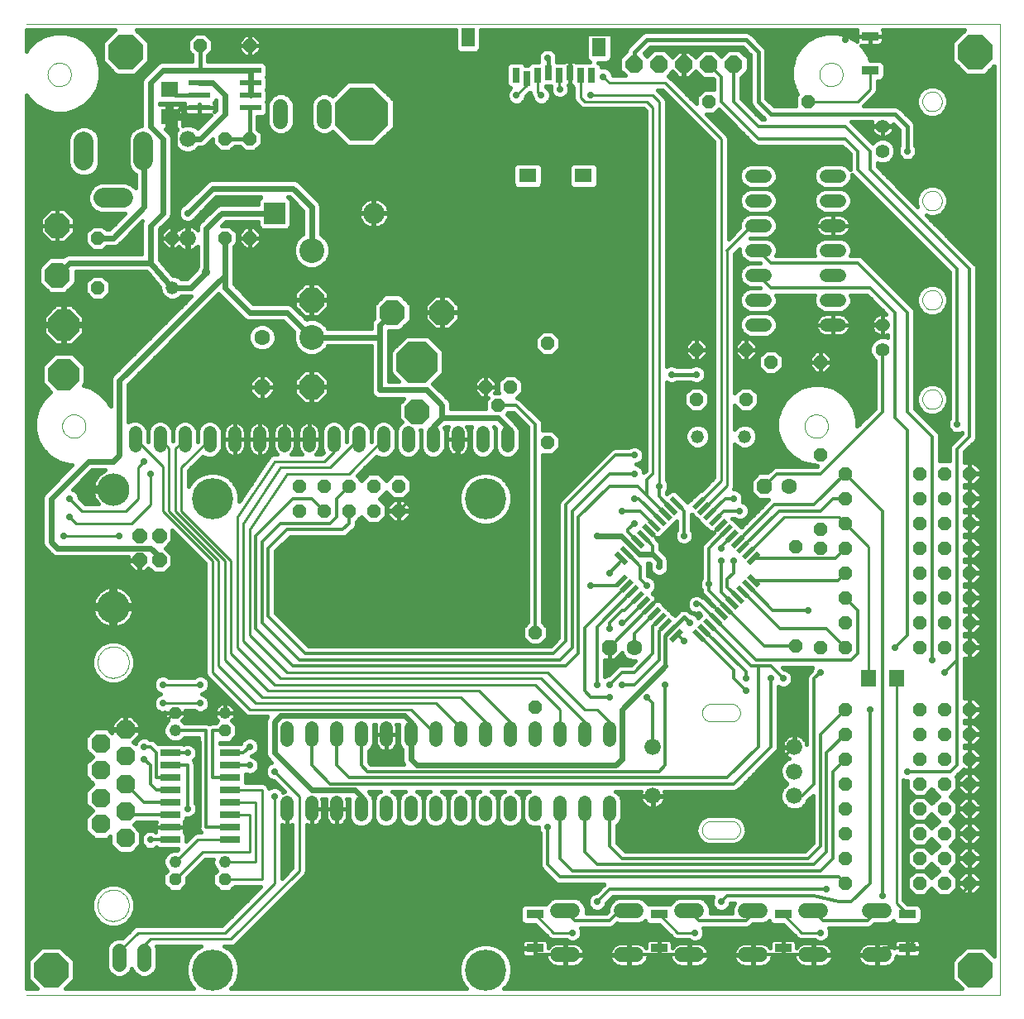
<source format=gtl>
G75*
G70*
%OFA0B0*%
%FSLAX24Y24*%
%IPPOS*%
%LPD*%
%AMOC8*
5,1,8,0,0,1.08239X$1,22.5*
%
%ADD10C,0.0000*%
%ADD11R,0.0200X0.0580*%
%ADD12C,0.0520*%
%ADD13R,0.0866X0.0236*%
%ADD14OC8,0.1000*%
%ADD15C,0.0520*%
%ADD16OC8,0.0520*%
%ADD17OC8,0.0630*%
%ADD18C,0.0630*%
%ADD19R,0.0709X0.0630*%
%ADD20C,0.0660*%
%ADD21C,0.0600*%
%ADD22C,0.1000*%
%ADD23C,0.0787*%
%ADD24C,0.0554*%
%ADD25R,0.0700X0.0360*%
%ADD26R,0.0630X0.0710*%
%ADD27OC8,0.0574*%
%ADD28C,0.1306*%
%ADD29OC8,0.0760*%
%ADD30OC8,0.0560*%
%ADD31R,0.0800X0.0260*%
%ADD32OC8,0.0480*%
%ADD33C,0.0480*%
%ADD34R,0.0551X0.0748*%
%ADD35R,0.0709X0.0551*%
%ADD36R,0.0315X0.0591*%
%ADD37OC8,0.0700*%
%ADD38C,0.0560*%
%ADD39OC8,0.1260*%
%ADD40R,0.0860X0.0860*%
%ADD41C,0.0860*%
%ADD42C,0.0160*%
%ADD43C,0.0120*%
%ADD44C,0.0277*%
%ADD45OC8,0.0277*%
%ADD46C,0.0240*%
%ADD47C,0.0100*%
%ADD48C,0.1660*%
%ADD49OC8,0.2165*%
%ADD50C,0.0356*%
%ADD51OC8,0.1384*%
%ADD52OC8,0.1660*%
D10*
X002925Y005413D02*
X042167Y005413D01*
X042167Y044533D01*
X002925Y044533D01*
X003777Y042500D02*
X003779Y042543D01*
X003785Y042585D01*
X003795Y042627D01*
X003808Y042668D01*
X003825Y042708D01*
X003846Y042745D01*
X003870Y042781D01*
X003897Y042814D01*
X003927Y042845D01*
X003960Y042873D01*
X003995Y042898D01*
X004032Y042919D01*
X004071Y042937D01*
X004111Y042951D01*
X004153Y042962D01*
X004195Y042969D01*
X004238Y042972D01*
X004281Y042971D01*
X004324Y042966D01*
X004366Y042957D01*
X004407Y042945D01*
X004447Y042929D01*
X004485Y042909D01*
X004521Y042886D01*
X004555Y042859D01*
X004587Y042830D01*
X004615Y042798D01*
X004641Y042763D01*
X004663Y042727D01*
X004682Y042688D01*
X004697Y042648D01*
X004709Y042607D01*
X004717Y042564D01*
X004721Y042521D01*
X004721Y042479D01*
X004717Y042436D01*
X004709Y042393D01*
X004697Y042352D01*
X004682Y042312D01*
X004663Y042273D01*
X004641Y042237D01*
X004615Y042202D01*
X004587Y042170D01*
X004555Y042141D01*
X004521Y042114D01*
X004485Y042091D01*
X004447Y042071D01*
X004407Y042055D01*
X004366Y042043D01*
X004324Y042034D01*
X004281Y042029D01*
X004238Y042028D01*
X004195Y042031D01*
X004153Y042038D01*
X004111Y042049D01*
X004071Y042063D01*
X004032Y042081D01*
X003995Y042102D01*
X003960Y042127D01*
X003927Y042155D01*
X003897Y042186D01*
X003870Y042219D01*
X003846Y042255D01*
X003825Y042292D01*
X003808Y042332D01*
X003795Y042373D01*
X003785Y042415D01*
X003779Y042457D01*
X003777Y042500D01*
X004367Y028326D02*
X004369Y028369D01*
X004375Y028411D01*
X004385Y028453D01*
X004398Y028494D01*
X004415Y028534D01*
X004436Y028571D01*
X004460Y028607D01*
X004487Y028640D01*
X004517Y028671D01*
X004550Y028699D01*
X004585Y028724D01*
X004622Y028745D01*
X004661Y028763D01*
X004701Y028777D01*
X004743Y028788D01*
X004785Y028795D01*
X004828Y028798D01*
X004871Y028797D01*
X004914Y028792D01*
X004956Y028783D01*
X004997Y028771D01*
X005037Y028755D01*
X005075Y028735D01*
X005111Y028712D01*
X005145Y028685D01*
X005177Y028656D01*
X005205Y028624D01*
X005231Y028589D01*
X005253Y028553D01*
X005272Y028514D01*
X005287Y028474D01*
X005299Y028433D01*
X005307Y028390D01*
X005311Y028347D01*
X005311Y028305D01*
X005307Y028262D01*
X005299Y028219D01*
X005287Y028178D01*
X005272Y028138D01*
X005253Y028099D01*
X005231Y028063D01*
X005205Y028028D01*
X005177Y027996D01*
X005145Y027967D01*
X005111Y027940D01*
X005075Y027917D01*
X005037Y027897D01*
X004997Y027881D01*
X004956Y027869D01*
X004914Y027860D01*
X004871Y027855D01*
X004828Y027854D01*
X004785Y027857D01*
X004743Y027864D01*
X004701Y027875D01*
X004661Y027889D01*
X004622Y027907D01*
X004585Y027928D01*
X004550Y027953D01*
X004517Y027981D01*
X004487Y028012D01*
X004460Y028045D01*
X004436Y028081D01*
X004415Y028118D01*
X004398Y028158D01*
X004385Y028199D01*
X004375Y028241D01*
X004369Y028283D01*
X004367Y028326D01*
X005795Y018813D02*
X005797Y018863D01*
X005803Y018913D01*
X005813Y018962D01*
X005827Y019010D01*
X005844Y019057D01*
X005865Y019102D01*
X005890Y019146D01*
X005918Y019187D01*
X005950Y019226D01*
X005984Y019263D01*
X006021Y019297D01*
X006061Y019327D01*
X006103Y019354D01*
X006147Y019378D01*
X006193Y019399D01*
X006240Y019415D01*
X006288Y019428D01*
X006338Y019437D01*
X006387Y019442D01*
X006438Y019443D01*
X006488Y019440D01*
X006537Y019433D01*
X006586Y019422D01*
X006634Y019407D01*
X006680Y019389D01*
X006725Y019367D01*
X006768Y019341D01*
X006809Y019312D01*
X006848Y019280D01*
X006884Y019245D01*
X006916Y019207D01*
X006946Y019167D01*
X006973Y019124D01*
X006996Y019080D01*
X007015Y019034D01*
X007031Y018986D01*
X007043Y018937D01*
X007051Y018888D01*
X007055Y018838D01*
X007055Y018788D01*
X007051Y018738D01*
X007043Y018689D01*
X007031Y018640D01*
X007015Y018592D01*
X006996Y018546D01*
X006973Y018502D01*
X006946Y018459D01*
X006916Y018419D01*
X006884Y018381D01*
X006848Y018346D01*
X006809Y018314D01*
X006768Y018285D01*
X006725Y018259D01*
X006680Y018237D01*
X006634Y018219D01*
X006586Y018204D01*
X006537Y018193D01*
X006488Y018186D01*
X006438Y018183D01*
X006387Y018184D01*
X006338Y018189D01*
X006288Y018198D01*
X006240Y018211D01*
X006193Y018227D01*
X006147Y018248D01*
X006103Y018272D01*
X006061Y018299D01*
X006021Y018329D01*
X005984Y018363D01*
X005950Y018400D01*
X005918Y018439D01*
X005890Y018480D01*
X005865Y018524D01*
X005844Y018569D01*
X005827Y018616D01*
X005813Y018664D01*
X005803Y018713D01*
X005797Y018763D01*
X005795Y018813D01*
X005795Y009013D02*
X005797Y009063D01*
X005803Y009113D01*
X005813Y009162D01*
X005827Y009210D01*
X005844Y009257D01*
X005865Y009302D01*
X005890Y009346D01*
X005918Y009387D01*
X005950Y009426D01*
X005984Y009463D01*
X006021Y009497D01*
X006061Y009527D01*
X006103Y009554D01*
X006147Y009578D01*
X006193Y009599D01*
X006240Y009615D01*
X006288Y009628D01*
X006338Y009637D01*
X006387Y009642D01*
X006438Y009643D01*
X006488Y009640D01*
X006537Y009633D01*
X006586Y009622D01*
X006634Y009607D01*
X006680Y009589D01*
X006725Y009567D01*
X006768Y009541D01*
X006809Y009512D01*
X006848Y009480D01*
X006884Y009445D01*
X006916Y009407D01*
X006946Y009367D01*
X006973Y009324D01*
X006996Y009280D01*
X007015Y009234D01*
X007031Y009186D01*
X007043Y009137D01*
X007051Y009088D01*
X007055Y009038D01*
X007055Y008988D01*
X007051Y008938D01*
X007043Y008889D01*
X007031Y008840D01*
X007015Y008792D01*
X006996Y008746D01*
X006973Y008702D01*
X006946Y008659D01*
X006916Y008619D01*
X006884Y008581D01*
X006848Y008546D01*
X006809Y008514D01*
X006768Y008485D01*
X006725Y008459D01*
X006680Y008437D01*
X006634Y008419D01*
X006586Y008404D01*
X006537Y008393D01*
X006488Y008386D01*
X006438Y008383D01*
X006387Y008384D01*
X006338Y008389D01*
X006288Y008398D01*
X006240Y008411D01*
X006193Y008427D01*
X006147Y008448D01*
X006103Y008472D01*
X006061Y008499D01*
X006021Y008529D01*
X005984Y008563D01*
X005950Y008600D01*
X005918Y008639D01*
X005890Y008680D01*
X005865Y008724D01*
X005844Y008769D01*
X005827Y008816D01*
X005813Y008864D01*
X005803Y008913D01*
X005797Y008963D01*
X005795Y009013D01*
X030512Y011696D02*
X031338Y011696D01*
X031338Y011697D02*
X031375Y011699D01*
X031412Y011705D01*
X031447Y011714D01*
X031482Y011728D01*
X031515Y011744D01*
X031546Y011765D01*
X031575Y011788D01*
X031601Y011814D01*
X031624Y011843D01*
X031645Y011874D01*
X031661Y011907D01*
X031675Y011942D01*
X031684Y011977D01*
X031690Y012014D01*
X031692Y012051D01*
X031690Y012088D01*
X031684Y012125D01*
X031675Y012160D01*
X031661Y012195D01*
X031645Y012228D01*
X031624Y012259D01*
X031601Y012288D01*
X031575Y012314D01*
X031546Y012337D01*
X031515Y012358D01*
X031482Y012374D01*
X031447Y012388D01*
X031412Y012397D01*
X031375Y012403D01*
X031338Y012405D01*
X030512Y012405D01*
X030475Y012403D01*
X030438Y012397D01*
X030403Y012388D01*
X030368Y012374D01*
X030335Y012358D01*
X030304Y012337D01*
X030275Y012314D01*
X030249Y012288D01*
X030226Y012259D01*
X030205Y012228D01*
X030189Y012195D01*
X030175Y012160D01*
X030166Y012125D01*
X030160Y012088D01*
X030158Y012051D01*
X030160Y012014D01*
X030166Y011977D01*
X030175Y011942D01*
X030189Y011907D01*
X030205Y011874D01*
X030226Y011843D01*
X030249Y011814D01*
X030275Y011788D01*
X030304Y011765D01*
X030335Y011744D01*
X030368Y011728D01*
X030403Y011714D01*
X030438Y011705D01*
X030475Y011699D01*
X030512Y011697D01*
X030512Y016421D02*
X031338Y016421D01*
X031375Y016423D01*
X031412Y016429D01*
X031447Y016438D01*
X031482Y016452D01*
X031515Y016468D01*
X031546Y016489D01*
X031575Y016512D01*
X031601Y016538D01*
X031624Y016567D01*
X031645Y016598D01*
X031661Y016631D01*
X031675Y016666D01*
X031684Y016701D01*
X031690Y016738D01*
X031692Y016775D01*
X031690Y016812D01*
X031684Y016849D01*
X031675Y016884D01*
X031661Y016919D01*
X031645Y016952D01*
X031624Y016983D01*
X031601Y017012D01*
X031575Y017038D01*
X031546Y017061D01*
X031515Y017082D01*
X031482Y017098D01*
X031447Y017112D01*
X031412Y017121D01*
X031375Y017127D01*
X031338Y017129D01*
X031338Y017130D02*
X030512Y017130D01*
X030512Y017129D02*
X030475Y017127D01*
X030438Y017121D01*
X030403Y017112D01*
X030368Y017098D01*
X030335Y017082D01*
X030304Y017061D01*
X030275Y017038D01*
X030249Y017012D01*
X030226Y016983D01*
X030205Y016952D01*
X030189Y016919D01*
X030175Y016884D01*
X030166Y016849D01*
X030160Y016812D01*
X030158Y016775D01*
X030160Y016738D01*
X030166Y016701D01*
X030175Y016666D01*
X030189Y016631D01*
X030205Y016598D01*
X030226Y016567D01*
X030249Y016538D01*
X030275Y016512D01*
X030304Y016489D01*
X030335Y016468D01*
X030368Y016452D01*
X030403Y016438D01*
X030438Y016429D01*
X030475Y016423D01*
X030512Y016421D01*
X034289Y028326D02*
X034291Y028369D01*
X034297Y028411D01*
X034307Y028453D01*
X034320Y028494D01*
X034337Y028534D01*
X034358Y028571D01*
X034382Y028607D01*
X034409Y028640D01*
X034439Y028671D01*
X034472Y028699D01*
X034507Y028724D01*
X034544Y028745D01*
X034583Y028763D01*
X034623Y028777D01*
X034665Y028788D01*
X034707Y028795D01*
X034750Y028798D01*
X034793Y028797D01*
X034836Y028792D01*
X034878Y028783D01*
X034919Y028771D01*
X034959Y028755D01*
X034997Y028735D01*
X035033Y028712D01*
X035067Y028685D01*
X035099Y028656D01*
X035127Y028624D01*
X035153Y028589D01*
X035175Y028553D01*
X035194Y028514D01*
X035209Y028474D01*
X035221Y028433D01*
X035229Y028390D01*
X035233Y028347D01*
X035233Y028305D01*
X035229Y028262D01*
X035221Y028219D01*
X035209Y028178D01*
X035194Y028138D01*
X035175Y028099D01*
X035153Y028063D01*
X035127Y028028D01*
X035099Y027996D01*
X035067Y027967D01*
X035033Y027940D01*
X034997Y027917D01*
X034959Y027897D01*
X034919Y027881D01*
X034878Y027869D01*
X034836Y027860D01*
X034793Y027855D01*
X034750Y027854D01*
X034707Y027857D01*
X034665Y027864D01*
X034623Y027875D01*
X034583Y027889D01*
X034544Y027907D01*
X034507Y027928D01*
X034472Y027953D01*
X034439Y027981D01*
X034409Y028012D01*
X034382Y028045D01*
X034358Y028081D01*
X034337Y028118D01*
X034320Y028158D01*
X034307Y028199D01*
X034297Y028241D01*
X034291Y028283D01*
X034289Y028326D01*
X039031Y029413D02*
X039033Y029452D01*
X039039Y029491D01*
X039049Y029529D01*
X039062Y029566D01*
X039079Y029601D01*
X039099Y029635D01*
X039123Y029666D01*
X039150Y029695D01*
X039179Y029721D01*
X039211Y029744D01*
X039245Y029764D01*
X039281Y029780D01*
X039318Y029792D01*
X039357Y029801D01*
X039396Y029806D01*
X039435Y029807D01*
X039474Y029804D01*
X039513Y029797D01*
X039550Y029786D01*
X039587Y029772D01*
X039622Y029754D01*
X039655Y029733D01*
X039686Y029708D01*
X039714Y029681D01*
X039739Y029651D01*
X039761Y029618D01*
X039780Y029584D01*
X039795Y029548D01*
X039807Y029510D01*
X039815Y029472D01*
X039819Y029433D01*
X039819Y029393D01*
X039815Y029354D01*
X039807Y029316D01*
X039795Y029278D01*
X039780Y029242D01*
X039761Y029208D01*
X039739Y029175D01*
X039714Y029145D01*
X039686Y029118D01*
X039655Y029093D01*
X039622Y029072D01*
X039587Y029054D01*
X039550Y029040D01*
X039513Y029029D01*
X039474Y029022D01*
X039435Y029019D01*
X039396Y029020D01*
X039357Y029025D01*
X039318Y029034D01*
X039281Y029046D01*
X039245Y029062D01*
X039211Y029082D01*
X039179Y029105D01*
X039150Y029131D01*
X039123Y029160D01*
X039099Y029191D01*
X039079Y029225D01*
X039062Y029260D01*
X039049Y029297D01*
X039039Y029335D01*
X039033Y029374D01*
X039031Y029413D01*
X039031Y033413D02*
X039033Y033452D01*
X039039Y033491D01*
X039049Y033529D01*
X039062Y033566D01*
X039079Y033601D01*
X039099Y033635D01*
X039123Y033666D01*
X039150Y033695D01*
X039179Y033721D01*
X039211Y033744D01*
X039245Y033764D01*
X039281Y033780D01*
X039318Y033792D01*
X039357Y033801D01*
X039396Y033806D01*
X039435Y033807D01*
X039474Y033804D01*
X039513Y033797D01*
X039550Y033786D01*
X039587Y033772D01*
X039622Y033754D01*
X039655Y033733D01*
X039686Y033708D01*
X039714Y033681D01*
X039739Y033651D01*
X039761Y033618D01*
X039780Y033584D01*
X039795Y033548D01*
X039807Y033510D01*
X039815Y033472D01*
X039819Y033433D01*
X039819Y033393D01*
X039815Y033354D01*
X039807Y033316D01*
X039795Y033278D01*
X039780Y033242D01*
X039761Y033208D01*
X039739Y033175D01*
X039714Y033145D01*
X039686Y033118D01*
X039655Y033093D01*
X039622Y033072D01*
X039587Y033054D01*
X039550Y033040D01*
X039513Y033029D01*
X039474Y033022D01*
X039435Y033019D01*
X039396Y033020D01*
X039357Y033025D01*
X039318Y033034D01*
X039281Y033046D01*
X039245Y033062D01*
X039211Y033082D01*
X039179Y033105D01*
X039150Y033131D01*
X039123Y033160D01*
X039099Y033191D01*
X039079Y033225D01*
X039062Y033260D01*
X039049Y033297D01*
X039039Y033335D01*
X039033Y033374D01*
X039031Y033413D01*
X039031Y037413D02*
X039033Y037452D01*
X039039Y037491D01*
X039049Y037529D01*
X039062Y037566D01*
X039079Y037601D01*
X039099Y037635D01*
X039123Y037666D01*
X039150Y037695D01*
X039179Y037721D01*
X039211Y037744D01*
X039245Y037764D01*
X039281Y037780D01*
X039318Y037792D01*
X039357Y037801D01*
X039396Y037806D01*
X039435Y037807D01*
X039474Y037804D01*
X039513Y037797D01*
X039550Y037786D01*
X039587Y037772D01*
X039622Y037754D01*
X039655Y037733D01*
X039686Y037708D01*
X039714Y037681D01*
X039739Y037651D01*
X039761Y037618D01*
X039780Y037584D01*
X039795Y037548D01*
X039807Y037510D01*
X039815Y037472D01*
X039819Y037433D01*
X039819Y037393D01*
X039815Y037354D01*
X039807Y037316D01*
X039795Y037278D01*
X039780Y037242D01*
X039761Y037208D01*
X039739Y037175D01*
X039714Y037145D01*
X039686Y037118D01*
X039655Y037093D01*
X039622Y037072D01*
X039587Y037054D01*
X039550Y037040D01*
X039513Y037029D01*
X039474Y037022D01*
X039435Y037019D01*
X039396Y037020D01*
X039357Y037025D01*
X039318Y037034D01*
X039281Y037046D01*
X039245Y037062D01*
X039211Y037082D01*
X039179Y037105D01*
X039150Y037131D01*
X039123Y037160D01*
X039099Y037191D01*
X039079Y037225D01*
X039062Y037260D01*
X039049Y037297D01*
X039039Y037335D01*
X039033Y037374D01*
X039031Y037413D01*
X039031Y041413D02*
X039033Y041452D01*
X039039Y041491D01*
X039049Y041529D01*
X039062Y041566D01*
X039079Y041601D01*
X039099Y041635D01*
X039123Y041666D01*
X039150Y041695D01*
X039179Y041721D01*
X039211Y041744D01*
X039245Y041764D01*
X039281Y041780D01*
X039318Y041792D01*
X039357Y041801D01*
X039396Y041806D01*
X039435Y041807D01*
X039474Y041804D01*
X039513Y041797D01*
X039550Y041786D01*
X039587Y041772D01*
X039622Y041754D01*
X039655Y041733D01*
X039686Y041708D01*
X039714Y041681D01*
X039739Y041651D01*
X039761Y041618D01*
X039780Y041584D01*
X039795Y041548D01*
X039807Y041510D01*
X039815Y041472D01*
X039819Y041433D01*
X039819Y041393D01*
X039815Y041354D01*
X039807Y041316D01*
X039795Y041278D01*
X039780Y041242D01*
X039761Y041208D01*
X039739Y041175D01*
X039714Y041145D01*
X039686Y041118D01*
X039655Y041093D01*
X039622Y041072D01*
X039587Y041054D01*
X039550Y041040D01*
X039513Y041029D01*
X039474Y041022D01*
X039435Y041019D01*
X039396Y041020D01*
X039357Y041025D01*
X039318Y041034D01*
X039281Y041046D01*
X039245Y041062D01*
X039211Y041082D01*
X039179Y041105D01*
X039150Y041131D01*
X039123Y041160D01*
X039099Y041191D01*
X039079Y041225D01*
X039062Y041260D01*
X039049Y041297D01*
X039039Y041335D01*
X039033Y041374D01*
X039031Y041413D01*
X034879Y042500D02*
X034881Y042543D01*
X034887Y042585D01*
X034897Y042627D01*
X034910Y042668D01*
X034927Y042708D01*
X034948Y042745D01*
X034972Y042781D01*
X034999Y042814D01*
X035029Y042845D01*
X035062Y042873D01*
X035097Y042898D01*
X035134Y042919D01*
X035173Y042937D01*
X035213Y042951D01*
X035255Y042962D01*
X035297Y042969D01*
X035340Y042972D01*
X035383Y042971D01*
X035426Y042966D01*
X035468Y042957D01*
X035509Y042945D01*
X035549Y042929D01*
X035587Y042909D01*
X035623Y042886D01*
X035657Y042859D01*
X035689Y042830D01*
X035717Y042798D01*
X035743Y042763D01*
X035765Y042727D01*
X035784Y042688D01*
X035799Y042648D01*
X035811Y042607D01*
X035819Y042564D01*
X035823Y042521D01*
X035823Y042479D01*
X035819Y042436D01*
X035811Y042393D01*
X035799Y042352D01*
X035784Y042312D01*
X035765Y042273D01*
X035743Y042237D01*
X035717Y042202D01*
X035689Y042170D01*
X035657Y042141D01*
X035623Y042114D01*
X035587Y042091D01*
X035549Y042071D01*
X035509Y042055D01*
X035468Y042043D01*
X035426Y042034D01*
X035383Y042029D01*
X035340Y042028D01*
X035297Y042031D01*
X035255Y042038D01*
X035213Y042049D01*
X035173Y042063D01*
X035134Y042081D01*
X035097Y042102D01*
X035062Y042127D01*
X035029Y042155D01*
X034999Y042186D01*
X034972Y042219D01*
X034948Y042255D01*
X034927Y042292D01*
X034910Y042332D01*
X034897Y042373D01*
X034887Y042415D01*
X034881Y042457D01*
X034879Y042500D01*
D11*
G36*
X029890Y024957D02*
X029749Y025098D01*
X030158Y025507D01*
X030299Y025366D01*
X029890Y024957D01*
G37*
G36*
X030109Y024738D02*
X029968Y024879D01*
X030377Y025288D01*
X030518Y025147D01*
X030109Y024738D01*
G37*
G36*
X030335Y024512D02*
X030194Y024653D01*
X030603Y025062D01*
X030744Y024921D01*
X030335Y024512D01*
G37*
G36*
X030555Y024293D02*
X030414Y024434D01*
X030823Y024843D01*
X030964Y024702D01*
X030555Y024293D01*
G37*
G36*
X030781Y024066D02*
X030640Y024207D01*
X031049Y024616D01*
X031190Y024475D01*
X030781Y024066D01*
G37*
G36*
X031000Y023847D02*
X030859Y023988D01*
X031268Y024397D01*
X031409Y024256D01*
X031000Y023847D01*
G37*
G36*
X031219Y023628D02*
X031078Y023769D01*
X031487Y024178D01*
X031628Y024037D01*
X031219Y023628D01*
G37*
G36*
X031446Y023402D02*
X031305Y023543D01*
X031714Y023952D01*
X031855Y023811D01*
X031446Y023402D01*
G37*
G36*
X031665Y023182D02*
X031524Y023323D01*
X031933Y023732D01*
X032074Y023591D01*
X031665Y023182D01*
G37*
G36*
X031891Y022956D02*
X031750Y023097D01*
X032159Y023506D01*
X032300Y023365D01*
X031891Y022956D01*
G37*
G36*
X032110Y022737D02*
X031969Y022878D01*
X032378Y023287D01*
X032519Y023146D01*
X032110Y022737D01*
G37*
G36*
X031969Y022241D02*
X032110Y022382D01*
X032519Y021973D01*
X032378Y021832D01*
X031969Y022241D01*
G37*
G36*
X031750Y022022D02*
X031891Y022163D01*
X032300Y021754D01*
X032159Y021613D01*
X031750Y022022D01*
G37*
G36*
X031524Y021795D02*
X031665Y021936D01*
X032074Y021527D01*
X031933Y021386D01*
X031524Y021795D01*
G37*
G36*
X031305Y021576D02*
X031446Y021717D01*
X031855Y021308D01*
X031714Y021167D01*
X031305Y021576D01*
G37*
G36*
X031078Y021350D02*
X031219Y021491D01*
X031628Y021082D01*
X031487Y020941D01*
X031078Y021350D01*
G37*
G36*
X030859Y021131D02*
X031000Y021272D01*
X031409Y020863D01*
X031268Y020722D01*
X030859Y021131D01*
G37*
G36*
X030640Y020912D02*
X030781Y021053D01*
X031190Y020644D01*
X031049Y020503D01*
X030640Y020912D01*
G37*
G36*
X030414Y020685D02*
X030555Y020826D01*
X030964Y020417D01*
X030823Y020276D01*
X030414Y020685D01*
G37*
G36*
X030194Y020466D02*
X030335Y020607D01*
X030744Y020198D01*
X030603Y020057D01*
X030194Y020466D01*
G37*
G36*
X029968Y020240D02*
X030109Y020381D01*
X030518Y019972D01*
X030377Y019831D01*
X029968Y020240D01*
G37*
G36*
X029749Y020021D02*
X029890Y020162D01*
X030299Y019753D01*
X030158Y019612D01*
X029749Y020021D01*
G37*
G36*
X028985Y019612D02*
X028844Y019753D01*
X029253Y020162D01*
X029394Y020021D01*
X028985Y019612D01*
G37*
G36*
X028766Y019831D02*
X028625Y019972D01*
X029034Y020381D01*
X029175Y020240D01*
X028766Y019831D01*
G37*
G36*
X028539Y020057D02*
X028398Y020198D01*
X028807Y020607D01*
X028948Y020466D01*
X028539Y020057D01*
G37*
G36*
X028320Y020276D02*
X028179Y020417D01*
X028588Y020826D01*
X028729Y020685D01*
X028320Y020276D01*
G37*
G36*
X028094Y020503D02*
X027953Y020644D01*
X028362Y021053D01*
X028503Y020912D01*
X028094Y020503D01*
G37*
G36*
X027875Y020722D02*
X027734Y020863D01*
X028143Y021272D01*
X028284Y021131D01*
X027875Y020722D01*
G37*
G36*
X027656Y020941D02*
X027515Y021082D01*
X027924Y021491D01*
X028065Y021350D01*
X027656Y020941D01*
G37*
G36*
X027429Y021167D02*
X027288Y021308D01*
X027697Y021717D01*
X027838Y021576D01*
X027429Y021167D01*
G37*
G36*
X027210Y021386D02*
X027069Y021527D01*
X027478Y021936D01*
X027619Y021795D01*
X027210Y021386D01*
G37*
G36*
X026984Y021613D02*
X026843Y021754D01*
X027252Y022163D01*
X027393Y022022D01*
X026984Y021613D01*
G37*
G36*
X026765Y021832D02*
X026624Y021973D01*
X027033Y022382D01*
X027174Y022241D01*
X026765Y021832D01*
G37*
G36*
X026624Y023146D02*
X026765Y023287D01*
X027174Y022878D01*
X027033Y022737D01*
X026624Y023146D01*
G37*
G36*
X026843Y023365D02*
X026984Y023506D01*
X027393Y023097D01*
X027252Y022956D01*
X026843Y023365D01*
G37*
G36*
X027069Y023591D02*
X027210Y023732D01*
X027619Y023323D01*
X027478Y023182D01*
X027069Y023591D01*
G37*
G36*
X027288Y023811D02*
X027429Y023952D01*
X027838Y023543D01*
X027697Y023402D01*
X027288Y023811D01*
G37*
G36*
X027515Y024037D02*
X027656Y024178D01*
X028065Y023769D01*
X027924Y023628D01*
X027515Y024037D01*
G37*
G36*
X027734Y024256D02*
X027875Y024397D01*
X028284Y023988D01*
X028143Y023847D01*
X027734Y024256D01*
G37*
G36*
X027953Y024475D02*
X028094Y024616D01*
X028503Y024207D01*
X028362Y024066D01*
X027953Y024475D01*
G37*
G36*
X028179Y024702D02*
X028320Y024843D01*
X028729Y024434D01*
X028588Y024293D01*
X028179Y024702D01*
G37*
G36*
X028398Y024921D02*
X028539Y025062D01*
X028948Y024653D01*
X028807Y024512D01*
X028398Y024921D01*
G37*
G36*
X028625Y025147D02*
X028766Y025288D01*
X029175Y024879D01*
X029034Y024738D01*
X028625Y025147D01*
G37*
G36*
X028844Y025366D02*
X028985Y025507D01*
X029394Y025098D01*
X029253Y024957D01*
X028844Y025366D01*
G37*
D12*
X022312Y027538D02*
X022312Y028058D01*
X021312Y028058D02*
X021312Y027538D01*
X020312Y027538D02*
X020312Y028058D01*
X019312Y028058D02*
X019312Y027538D01*
X018312Y027538D02*
X018312Y028058D01*
X017312Y028058D02*
X017312Y027538D01*
X016312Y027538D02*
X016312Y028058D01*
X015312Y028058D02*
X015312Y027538D01*
X014312Y027538D02*
X014312Y028058D01*
X013312Y028058D02*
X013312Y027538D01*
X012312Y027538D02*
X012312Y028058D01*
X011312Y028058D02*
X011312Y027538D01*
X010312Y027538D02*
X010312Y028058D01*
X009312Y028058D02*
X009312Y027538D01*
X008312Y027538D02*
X008312Y028058D01*
X007312Y028058D02*
X007312Y027538D01*
X013425Y016173D02*
X013425Y015653D01*
X014425Y015653D02*
X014425Y016173D01*
X015425Y016173D02*
X015425Y015653D01*
X016425Y015653D02*
X016425Y016173D01*
X017425Y016173D02*
X017425Y015653D01*
X018425Y015653D02*
X018425Y016173D01*
X019425Y016173D02*
X019425Y015653D01*
X020425Y015653D02*
X020425Y016173D01*
X021425Y016173D02*
X021425Y015653D01*
X022425Y015653D02*
X022425Y016173D01*
X023425Y016173D02*
X023425Y015653D01*
X024425Y015653D02*
X024425Y016173D01*
X025425Y016173D02*
X025425Y015653D01*
X026425Y015653D02*
X026425Y016173D01*
X026425Y013173D02*
X026425Y012653D01*
X025425Y012653D02*
X025425Y013173D01*
X024425Y013173D02*
X024425Y012653D01*
X023425Y012653D02*
X023425Y013173D01*
X022425Y013173D02*
X022425Y012653D01*
X021425Y012653D02*
X021425Y013173D01*
X020425Y013173D02*
X020425Y012653D01*
X019425Y012653D02*
X019425Y013173D01*
X018425Y013173D02*
X018425Y012653D01*
X017425Y012653D02*
X017425Y013173D01*
X016425Y013173D02*
X016425Y012653D01*
X015425Y012653D02*
X015425Y013173D01*
X014425Y013173D02*
X014425Y012653D01*
X013425Y012653D02*
X013425Y013173D01*
X032165Y032413D02*
X032685Y032413D01*
X032685Y033413D02*
X032165Y033413D01*
X032165Y034413D02*
X032685Y034413D01*
X032685Y035413D02*
X032165Y035413D01*
X032165Y036413D02*
X032685Y036413D01*
X032685Y037413D02*
X032165Y037413D01*
X032165Y038413D02*
X032685Y038413D01*
X035165Y038413D02*
X035685Y038413D01*
X035685Y037413D02*
X035165Y037413D01*
X035165Y036413D02*
X035685Y036413D01*
X035685Y035413D02*
X035165Y035413D01*
X035165Y034413D02*
X035685Y034413D01*
X035685Y033413D02*
X035165Y033413D01*
X035165Y032413D02*
X035685Y032413D01*
D13*
X011949Y041163D03*
X011949Y041663D03*
X011949Y042163D03*
X011949Y042663D03*
X009901Y042663D03*
X009901Y042163D03*
X009901Y041663D03*
X009901Y041163D03*
D14*
X004175Y036413D03*
X004175Y034413D03*
X014425Y033413D03*
X017675Y032913D03*
X019675Y032913D03*
X018675Y028913D03*
X014425Y029913D03*
D15*
X008800Y033913D03*
X029975Y027913D03*
X031875Y027913D03*
D16*
X031925Y029413D03*
X032925Y030913D03*
X031925Y031413D03*
X029925Y031413D03*
X029925Y029413D03*
X034925Y030913D03*
X034925Y027163D03*
X035925Y026413D03*
X035925Y025413D03*
X035925Y024413D03*
X035925Y023413D03*
X034925Y023413D03*
X034925Y024163D03*
X033925Y023456D03*
X035925Y022413D03*
X035925Y021413D03*
X035925Y020413D03*
X035925Y019413D03*
X034925Y019413D03*
X033925Y019456D03*
X035925Y016913D03*
X035925Y015913D03*
X035925Y014913D03*
X035925Y013913D03*
X035925Y012913D03*
X035925Y011913D03*
X035925Y010913D03*
X035925Y009913D03*
X038925Y009913D03*
X038925Y010913D03*
X038925Y011913D03*
X038925Y012913D03*
X038925Y013913D03*
X038925Y014913D03*
X038925Y015913D03*
X038925Y016913D03*
X038925Y019413D03*
X038925Y020413D03*
X038925Y021413D03*
X038925Y022413D03*
X038925Y023413D03*
X038925Y024413D03*
X038925Y025413D03*
X038925Y026413D03*
X023925Y027663D03*
X021925Y029163D03*
X021425Y029913D03*
X022425Y029913D03*
X023925Y031663D03*
X030425Y041413D03*
X034425Y041413D03*
X011925Y039913D03*
X010925Y039913D03*
X009925Y043663D03*
X011925Y043663D03*
X011925Y035913D03*
X010925Y035913D03*
X008800Y035913D03*
X005800Y035913D03*
X005800Y033913D03*
X023425Y020017D03*
X023425Y017017D03*
D17*
X026425Y019413D03*
X032675Y025913D03*
X012425Y029913D03*
D18*
X012425Y031913D03*
X027425Y019413D03*
X033675Y025913D03*
D19*
X008683Y040799D03*
X008683Y041902D03*
D20*
X009425Y039913D03*
X009425Y035913D03*
X028169Y015397D03*
X028169Y013429D03*
X033878Y013429D03*
X033878Y014413D03*
X033878Y015397D03*
D21*
X034345Y008803D02*
X034945Y008803D01*
X034945Y007023D02*
X034345Y007023D01*
X032505Y007023D02*
X031905Y007023D01*
X031905Y008803D02*
X032505Y008803D01*
X029945Y008803D02*
X029345Y008803D01*
X029345Y007023D02*
X029945Y007023D01*
X027505Y007023D02*
X026905Y007023D01*
X026905Y008803D02*
X027505Y008803D01*
X024945Y008803D02*
X024345Y008803D01*
X024345Y007023D02*
X024945Y007023D01*
X036905Y007023D02*
X037505Y007023D01*
X037505Y008803D02*
X036905Y008803D01*
X014925Y040613D02*
X014925Y041213D01*
X013175Y041213D02*
X013175Y040613D01*
D22*
X014425Y035413D03*
X014425Y031913D03*
D23*
X006819Y037523D02*
X006031Y037523D01*
X005244Y039019D02*
X005244Y039807D01*
X007645Y039807D02*
X007645Y039019D01*
D24*
X037425Y039413D03*
X037425Y040413D03*
X037425Y032413D03*
X037425Y031413D03*
D25*
X036925Y042663D03*
X036925Y044038D03*
X038425Y008663D03*
X038425Y007288D03*
X033425Y007288D03*
X033425Y008663D03*
X028425Y008663D03*
X028425Y007288D03*
X023425Y007288D03*
X023425Y008663D03*
D26*
X036865Y018163D03*
X037985Y018163D03*
D27*
X008279Y022921D03*
X007492Y022921D03*
X007492Y023905D03*
X008279Y023905D03*
D28*
X006425Y025783D03*
X006425Y021043D03*
D29*
X006925Y016101D03*
X006925Y015038D03*
X005925Y015538D03*
X005925Y014476D03*
X006925Y013913D03*
X006925Y012788D03*
X006925Y011725D03*
X005925Y012288D03*
X005925Y013350D03*
D30*
X013925Y024913D03*
X013925Y025913D03*
X014925Y025913D03*
X015925Y025913D03*
X016925Y025913D03*
X017925Y025913D03*
X017925Y024913D03*
X016925Y024913D03*
X015925Y024913D03*
X014925Y024913D03*
X039925Y024413D03*
X039925Y025413D03*
X039925Y026413D03*
X040925Y026413D03*
X040925Y025413D03*
X040925Y024413D03*
X040925Y023413D03*
X039925Y023413D03*
X039925Y022413D03*
X040925Y022413D03*
X040925Y021413D03*
X039925Y021413D03*
X039925Y020413D03*
X040925Y020413D03*
X040925Y019413D03*
X039925Y019413D03*
X039925Y016913D03*
X040925Y016913D03*
X040925Y015913D03*
X039925Y015913D03*
X039925Y014913D03*
X040925Y014913D03*
X040925Y013913D03*
X039925Y013913D03*
X039925Y012913D03*
X040925Y012913D03*
X040925Y011913D03*
X039925Y011913D03*
X039925Y010913D03*
X040925Y010913D03*
X040925Y009913D03*
X039925Y009913D03*
D31*
X011135Y011663D03*
X011135Y012163D03*
X011135Y012663D03*
X011135Y013163D03*
X011135Y013663D03*
X011135Y014163D03*
X011135Y014663D03*
X011135Y015163D03*
X008715Y015163D03*
X008715Y014663D03*
X008715Y014163D03*
X008715Y013663D03*
X008715Y013163D03*
X008715Y012663D03*
X008715Y012163D03*
X008715Y011663D03*
D32*
X008925Y010063D03*
X010925Y010063D03*
X010925Y016063D03*
X008925Y016763D03*
D33*
X008925Y016063D03*
X010925Y016763D03*
X010925Y010763D03*
X008925Y010763D03*
D34*
X026004Y043598D03*
X020728Y043992D03*
D35*
X023130Y038421D03*
X025374Y038421D03*
D36*
X023094Y042319D03*
X022661Y042476D03*
X023527Y042476D03*
X023960Y042555D03*
X024394Y042476D03*
X024827Y042555D03*
X025260Y042476D03*
X025693Y042476D03*
D37*
X027425Y042913D03*
X028425Y042913D03*
X029425Y042913D03*
X030425Y042913D03*
X031425Y042913D03*
D38*
X007675Y007193D02*
X007675Y006633D01*
X006675Y006633D02*
X006675Y007193D01*
D39*
X004425Y030413D03*
X004425Y032413D03*
D40*
X012925Y036913D03*
D41*
X016925Y036913D03*
D42*
X016945Y036933D02*
X017535Y036933D01*
X017535Y036961D01*
X017520Y037056D01*
X017490Y037147D01*
X017447Y037233D01*
X017390Y037310D01*
X017322Y037378D01*
X017245Y037435D01*
X017159Y037478D01*
X017068Y037508D01*
X016973Y037523D01*
X016945Y037523D01*
X016945Y036933D01*
X016905Y036933D01*
X016905Y037523D01*
X016877Y037523D01*
X016782Y037508D01*
X016691Y037478D01*
X016605Y037435D01*
X016528Y037378D01*
X016460Y037310D01*
X016403Y037233D01*
X016360Y037147D01*
X016330Y037056D01*
X016315Y036961D01*
X016315Y036933D01*
X016905Y036933D01*
X016905Y036893D01*
X016315Y036893D01*
X016315Y036865D01*
X016330Y036770D01*
X016360Y036679D01*
X016403Y036593D01*
X016460Y036516D01*
X016528Y036448D01*
X016605Y036391D01*
X016691Y036348D01*
X016782Y036318D01*
X016877Y036303D01*
X016905Y036303D01*
X016905Y036893D01*
X016945Y036893D01*
X016945Y036933D01*
X016945Y036955D02*
X016905Y036955D01*
X016945Y036893D02*
X017535Y036893D01*
X017535Y036865D01*
X017520Y036770D01*
X017490Y036679D01*
X017447Y036593D01*
X017390Y036516D01*
X017322Y036448D01*
X017245Y036391D01*
X017159Y036348D01*
X017068Y036318D01*
X016973Y036303D01*
X016945Y036303D01*
X016945Y036893D01*
X016945Y036796D02*
X016905Y036796D01*
X016905Y036638D02*
X016945Y036638D01*
X016945Y036479D02*
X016905Y036479D01*
X016905Y036321D02*
X016945Y036321D01*
X017076Y036321D02*
X027885Y036321D01*
X027885Y036479D02*
X017354Y036479D01*
X017469Y036638D02*
X027885Y036638D01*
X027885Y036796D02*
X017524Y036796D01*
X017535Y036955D02*
X027885Y036955D01*
X027885Y037113D02*
X017501Y037113D01*
X017418Y037272D02*
X027885Y037272D01*
X027885Y037430D02*
X017251Y037430D01*
X016945Y037430D02*
X016905Y037430D01*
X016905Y037272D02*
X016945Y037272D01*
X016945Y037113D02*
X016905Y037113D01*
X016599Y037430D02*
X014667Y037430D01*
X014730Y037367D02*
X013980Y038117D01*
X013879Y038218D01*
X013747Y038273D01*
X010353Y038273D01*
X010221Y038218D01*
X009256Y037253D01*
X009210Y037234D01*
X009104Y037128D01*
X009046Y036988D01*
X009046Y036838D01*
X009104Y036698D01*
X009210Y036592D01*
X009350Y036534D01*
X009500Y036534D01*
X009640Y036592D01*
X009746Y036698D01*
X009765Y036744D01*
X010574Y037553D01*
X012375Y037553D01*
X012359Y037546D01*
X012292Y037479D01*
X012255Y037391D01*
X012255Y037273D01*
X010728Y037273D01*
X010596Y037218D01*
X009971Y036593D01*
X009870Y036492D01*
X009815Y036360D01*
X009815Y036244D01*
X009814Y036245D01*
X009757Y036302D01*
X009692Y036349D01*
X009621Y036386D01*
X009544Y036410D01*
X009465Y036423D01*
X009455Y036423D01*
X009455Y035943D01*
X009395Y035943D01*
X009395Y036423D01*
X009385Y036423D01*
X009306Y036410D01*
X009229Y036386D01*
X009158Y036349D01*
X009093Y036302D01*
X009063Y036272D01*
X008982Y036353D01*
X008800Y036353D01*
X008800Y035913D01*
X008800Y035913D01*
X008925Y036163D01*
X008925Y040799D01*
X008925Y040913D01*
X009175Y041163D01*
X009901Y041163D01*
X009288Y041163D01*
X009901Y041163D01*
X009901Y041163D01*
X009901Y041305D01*
X009901Y041305D01*
X009901Y041163D01*
X009901Y041163D01*
X009901Y041163D01*
X009901Y040865D01*
X009445Y040865D01*
X009399Y040877D01*
X009358Y040901D01*
X009324Y040934D01*
X009301Y040975D01*
X009288Y041021D01*
X009288Y041163D01*
X009288Y041305D01*
X009299Y041343D01*
X008975Y041343D01*
X008972Y041342D01*
X008911Y041343D01*
X008850Y041343D01*
X008847Y041344D01*
X008845Y041344D01*
X008839Y041347D01*
X008285Y041347D01*
X008285Y041289D01*
X008305Y041294D01*
X008605Y041294D01*
X008605Y040877D01*
X008760Y040877D01*
X008760Y041294D01*
X009061Y041294D01*
X009107Y041282D01*
X009148Y041258D01*
X009181Y041225D01*
X009205Y041184D01*
X009217Y041138D01*
X009217Y040877D01*
X008760Y040877D01*
X008760Y040722D01*
X008760Y040304D01*
X009010Y040304D01*
X008942Y040236D01*
X008855Y040026D01*
X008855Y039800D01*
X008942Y039590D01*
X009102Y039430D01*
X009312Y039343D01*
X009538Y039343D01*
X009748Y039430D01*
X009871Y039553D01*
X009997Y039553D01*
X010129Y039608D01*
X010230Y039709D01*
X010425Y039904D01*
X010425Y039706D01*
X010718Y039413D01*
X011132Y039413D01*
X011312Y039593D01*
X011538Y039593D01*
X011718Y039413D01*
X012132Y039413D01*
X012425Y039706D01*
X012425Y040120D01*
X012245Y040300D01*
X012245Y040805D01*
X012429Y040805D01*
X012518Y040841D01*
X012585Y040909D01*
X012622Y040997D01*
X012622Y041329D01*
X012587Y041413D01*
X012622Y041497D01*
X012622Y041829D01*
X012587Y041913D01*
X012622Y041997D01*
X012622Y042329D01*
X012587Y042413D01*
X012622Y042497D01*
X012622Y042829D01*
X012585Y042917D01*
X012518Y042985D01*
X012429Y043021D01*
X012025Y043021D01*
X012020Y043023D01*
X010245Y043023D01*
X010245Y043276D01*
X010425Y043456D01*
X010425Y043870D01*
X010132Y044163D01*
X009718Y044163D01*
X009425Y043870D01*
X009425Y043456D01*
X009605Y043276D01*
X009605Y043023D01*
X008353Y043023D01*
X008221Y042968D01*
X007721Y042468D01*
X007620Y042367D01*
X007565Y042235D01*
X007565Y040440D01*
X007519Y040440D01*
X007287Y040344D01*
X007108Y040166D01*
X007012Y039933D01*
X007012Y038893D01*
X007108Y038660D01*
X007287Y038482D01*
X007315Y038470D01*
X007315Y037923D01*
X007178Y038060D01*
X006945Y038157D01*
X005905Y038157D01*
X005672Y038060D01*
X005494Y037882D01*
X005398Y037649D01*
X005398Y037397D01*
X005494Y037164D01*
X005672Y036986D01*
X005905Y036890D01*
X006892Y036890D01*
X006276Y036273D01*
X006147Y036273D01*
X006007Y036413D01*
X005593Y036413D01*
X005300Y036120D01*
X005300Y035706D01*
X005593Y035413D01*
X006007Y035413D01*
X006147Y035553D01*
X006497Y035553D01*
X006629Y035608D01*
X007607Y036586D01*
X007565Y036485D01*
X007565Y035273D01*
X004603Y035273D01*
X004471Y035218D01*
X004406Y035153D01*
X003868Y035153D01*
X003435Y034720D01*
X003435Y034106D01*
X003868Y033673D01*
X004482Y033673D01*
X004915Y034106D01*
X004915Y034553D01*
X007762Y034553D01*
X008300Y033938D01*
X008300Y033814D01*
X008376Y033630D01*
X008517Y033489D01*
X008701Y033413D01*
X008899Y033413D01*
X009083Y033489D01*
X009147Y033553D01*
X009556Y033553D01*
X006370Y030367D01*
X006315Y030235D01*
X006315Y029123D01*
X006165Y029382D01*
X005864Y029684D01*
X005495Y029897D01*
X005214Y029972D01*
X005295Y030053D01*
X005295Y030773D01*
X006776Y030773D01*
X006934Y030932D02*
X005137Y030932D01*
X005295Y030773D02*
X004785Y031283D01*
X004065Y031283D01*
X003555Y030773D01*
X002925Y030773D01*
X002925Y030615D02*
X003555Y030615D01*
X003555Y030773D02*
X003555Y030053D01*
X003907Y029701D01*
X003877Y029684D01*
X003576Y029382D01*
X003363Y029013D01*
X003253Y028602D01*
X003253Y028176D01*
X003363Y027764D01*
X003576Y027395D01*
X003877Y027094D01*
X004246Y026881D01*
X004658Y026771D01*
X004774Y026771D01*
X003620Y025617D01*
X003565Y025485D01*
X003565Y023591D01*
X003620Y023459D01*
X003721Y023358D01*
X003971Y023108D01*
X004103Y023053D01*
X007025Y023053D01*
X007025Y022934D01*
X007478Y022934D01*
X007478Y022907D01*
X007025Y022907D01*
X007025Y022727D01*
X007298Y022454D01*
X007478Y022454D01*
X007478Y022907D01*
X007505Y022907D01*
X007505Y022454D01*
X007685Y022454D01*
X007843Y022612D01*
X008061Y022394D01*
X008498Y022394D01*
X008806Y022703D01*
X008806Y023139D01*
X008533Y023413D01*
X008806Y023687D01*
X008806Y024122D01*
X010135Y022793D01*
X010135Y018355D01*
X010179Y018249D01*
X011679Y016749D01*
X011761Y016667D01*
X011867Y016623D01*
X012626Y016623D01*
X012620Y016617D01*
X012565Y016485D01*
X012565Y015091D01*
X012620Y014959D01*
X012805Y014773D01*
X012710Y014734D01*
X012604Y014628D01*
X012546Y014488D01*
X012546Y014338D01*
X012604Y014198D01*
X012710Y014092D01*
X012850Y014034D01*
X012894Y014034D01*
X013325Y013603D01*
X013322Y013602D01*
X013264Y013583D01*
X013246Y013628D01*
X013140Y013734D01*
X013000Y013792D01*
X012850Y013792D01*
X012710Y013734D01*
X012710Y013733D01*
X012671Y013827D01*
X012589Y013909D01*
X012483Y013953D01*
X011762Y013953D01*
X011775Y013985D01*
X011775Y014315D01*
X011850Y014284D01*
X012000Y014284D01*
X012140Y014342D01*
X012246Y014448D01*
X012304Y014588D01*
X012304Y014738D01*
X012246Y014878D01*
X012140Y014984D01*
X012009Y015038D01*
X012140Y015092D01*
X012246Y015198D01*
X012304Y015338D01*
X012304Y015488D01*
X012246Y015628D01*
X012140Y015734D01*
X012000Y015792D01*
X011850Y015792D01*
X011710Y015734D01*
X011604Y015628D01*
X011565Y015533D01*
X010725Y015533D01*
X010725Y015584D01*
X010726Y015583D01*
X011124Y015583D01*
X011405Y015864D01*
X011405Y016262D01*
X011211Y016455D01*
X011245Y016489D01*
X011284Y016543D01*
X011314Y016602D01*
X011335Y016665D01*
X011345Y016730D01*
X011345Y016763D01*
X011345Y016796D01*
X011335Y016861D01*
X011314Y016924D01*
X011284Y016983D01*
X011245Y017037D01*
X011199Y017083D01*
X011145Y017122D01*
X011086Y017152D01*
X011023Y017173D01*
X010958Y017183D01*
X010925Y017183D01*
X010925Y016763D01*
X010925Y016763D01*
X010925Y017183D01*
X010892Y017183D01*
X010827Y017173D01*
X010764Y017152D01*
X010705Y017122D01*
X010651Y017083D01*
X010605Y017037D01*
X010566Y016983D01*
X010536Y016924D01*
X010515Y016861D01*
X010505Y016796D01*
X010505Y016763D01*
X010925Y016763D01*
X011345Y016763D01*
X010925Y016763D01*
X010925Y016763D01*
X010925Y016763D01*
X010505Y016763D01*
X010505Y016730D01*
X010515Y016665D01*
X010536Y016602D01*
X010566Y016543D01*
X010605Y016489D01*
X010639Y016455D01*
X010546Y016363D01*
X010365Y016363D01*
X010300Y016336D01*
X010235Y016363D01*
X009304Y016363D01*
X009211Y016455D01*
X009345Y016589D01*
X009345Y016763D01*
X009345Y016873D01*
X009679Y016873D01*
X009710Y016842D01*
X009850Y016784D01*
X010000Y016784D01*
X010140Y016842D01*
X010246Y016948D01*
X010304Y017088D01*
X010304Y017238D01*
X010246Y017378D01*
X010140Y017484D01*
X010009Y017538D01*
X010140Y017592D01*
X010246Y017698D01*
X010304Y017838D01*
X010304Y017988D01*
X010246Y018128D01*
X010140Y018234D01*
X010000Y018292D01*
X009850Y018292D01*
X009710Y018234D01*
X009679Y018203D01*
X008671Y018203D01*
X008640Y018234D01*
X008500Y018292D01*
X008350Y018292D01*
X008210Y018234D01*
X008104Y018128D01*
X008046Y017988D01*
X008046Y017838D01*
X008104Y017698D01*
X008210Y017592D01*
X008341Y017538D01*
X008210Y017484D01*
X008104Y017378D01*
X008046Y017238D01*
X008046Y017088D01*
X008104Y016948D01*
X008210Y016842D01*
X008350Y016784D01*
X008500Y016784D01*
X008505Y016786D01*
X008505Y016763D01*
X008925Y016763D01*
X009345Y016763D01*
X008925Y016763D01*
X008925Y016763D01*
X008925Y016763D01*
X008505Y016763D01*
X008505Y016589D01*
X008639Y016455D01*
X008518Y016335D01*
X008445Y016158D01*
X008445Y015968D01*
X008518Y015791D01*
X008653Y015656D01*
X008830Y015583D01*
X009020Y015583D01*
X009197Y015656D01*
X009304Y015763D01*
X009875Y015763D01*
X009875Y012103D01*
X009921Y011993D01*
X009961Y011953D01*
X009767Y011953D01*
X009661Y011909D01*
X009579Y011827D01*
X009355Y011603D01*
X009355Y011841D01*
X009318Y011929D01*
X009283Y011964D01*
X009295Y012009D01*
X009295Y012163D01*
X009295Y012317D01*
X009283Y012362D01*
X009318Y012397D01*
X009355Y012485D01*
X009355Y012534D01*
X009500Y012534D01*
X009640Y012592D01*
X009746Y012698D01*
X009804Y012838D01*
X009804Y012988D01*
X009746Y013128D01*
X009725Y013149D01*
X009725Y014723D01*
X009679Y014833D01*
X009655Y014857D01*
X009746Y014948D01*
X009804Y015088D01*
X009804Y015238D01*
X009746Y015378D01*
X009640Y015484D01*
X009500Y015542D01*
X009350Y015542D01*
X009246Y015499D01*
X009163Y015533D01*
X008267Y015533D01*
X008240Y015522D01*
X008179Y015583D01*
X008095Y015667D01*
X007985Y015713D01*
X007911Y015713D01*
X007890Y015734D01*
X007750Y015792D01*
X007600Y015792D01*
X007460Y015734D01*
X007354Y015628D01*
X007312Y015527D01*
X007228Y015612D01*
X007485Y015869D01*
X007485Y016081D01*
X006945Y016081D01*
X006945Y016121D01*
X006905Y016121D01*
X006905Y016661D01*
X006693Y016661D01*
X006365Y016332D01*
X006365Y016121D01*
X006905Y016121D01*
X006905Y016081D01*
X006365Y016081D01*
X006365Y015975D01*
X006182Y016158D01*
X005668Y016158D01*
X005305Y015795D01*
X005305Y015281D01*
X005579Y015007D01*
X005305Y014732D01*
X005305Y014219D01*
X005611Y013913D01*
X005305Y013607D01*
X005305Y013094D01*
X005579Y012819D01*
X005305Y012545D01*
X005305Y012031D01*
X005668Y011668D01*
X006182Y011668D01*
X006305Y011791D01*
X006305Y011469D01*
X006668Y011105D01*
X007182Y011105D01*
X007545Y011469D01*
X007545Y011982D01*
X007271Y012257D01*
X007377Y012363D01*
X008146Y012363D01*
X008147Y012362D01*
X008135Y012317D01*
X008135Y012163D01*
X008715Y012163D01*
X009295Y012163D01*
X008715Y012163D01*
X008715Y012163D01*
X008715Y012163D01*
X008135Y012163D01*
X008135Y012009D01*
X008143Y011981D01*
X008082Y012042D01*
X007768Y012042D01*
X007546Y011820D01*
X007546Y011506D01*
X007768Y011284D01*
X008082Y011284D01*
X008153Y011355D01*
X008179Y011330D01*
X008267Y011293D01*
X009045Y011293D01*
X008995Y011243D01*
X008830Y011243D01*
X008653Y011170D01*
X008518Y011035D01*
X008445Y010858D01*
X008445Y010668D01*
X008518Y010491D01*
X008596Y010413D01*
X008445Y010262D01*
X008445Y009864D01*
X008726Y009583D01*
X009124Y009583D01*
X009405Y009864D01*
X009405Y010133D01*
X010145Y010873D01*
X010451Y010873D01*
X010445Y010858D01*
X010445Y010668D01*
X010518Y010491D01*
X010596Y010413D01*
X010445Y010262D01*
X010445Y009864D01*
X010726Y009583D01*
X011124Y009583D01*
X011314Y009773D01*
X012375Y009773D01*
X010805Y008203D01*
X007367Y008203D01*
X007261Y008159D01*
X006804Y007702D01*
X006778Y007713D01*
X006572Y007713D01*
X006380Y007634D01*
X006234Y007488D01*
X006155Y007296D01*
X006155Y006530D01*
X006234Y006338D01*
X006380Y006192D01*
X006572Y006113D01*
X006778Y006113D01*
X006970Y006192D01*
X007116Y006338D01*
X007175Y006481D01*
X007234Y006338D01*
X007380Y006192D01*
X007572Y006113D01*
X007778Y006113D01*
X007970Y006192D01*
X008116Y006338D01*
X008195Y006530D01*
X008195Y007296D01*
X008163Y007373D01*
X009948Y007373D01*
X009768Y007269D01*
X009569Y007070D01*
X009428Y006826D01*
X009355Y006554D01*
X009355Y006272D01*
X009428Y006000D01*
X009569Y005756D01*
X009672Y005653D01*
X004483Y005653D01*
X004857Y006027D01*
X004857Y006799D01*
X004311Y007345D01*
X003539Y007345D01*
X002993Y006799D01*
X002993Y006027D01*
X003367Y005653D01*
X002925Y005653D01*
X002925Y041673D01*
X002985Y041569D01*
X003287Y041267D01*
X003656Y041054D01*
X004067Y040944D01*
X004493Y040944D01*
X004905Y041054D01*
X005274Y041267D01*
X005575Y041569D01*
X005788Y041938D01*
X005898Y042349D01*
X005898Y042775D01*
X005788Y043187D01*
X005575Y043556D01*
X005274Y043857D01*
X004905Y044070D01*
X004493Y044180D01*
X004067Y044180D01*
X003656Y044070D01*
X003287Y043857D01*
X002985Y043556D01*
X002925Y043451D01*
X002925Y044293D01*
X006487Y044293D01*
X005993Y043799D01*
X005993Y043027D01*
X006539Y042481D01*
X007311Y042481D01*
X007857Y043027D01*
X007857Y043799D01*
X007363Y044293D01*
X020213Y044293D01*
X020213Y043570D01*
X020249Y043482D01*
X020317Y043414D01*
X020405Y043378D01*
X021051Y043378D01*
X021140Y043414D01*
X021207Y043482D01*
X021244Y043570D01*
X021244Y044293D01*
X036411Y044293D01*
X036407Y044287D01*
X036395Y044242D01*
X036395Y044048D01*
X036915Y044048D01*
X036915Y044028D01*
X036395Y044028D01*
X036395Y043838D01*
X036376Y043857D01*
X036007Y044070D01*
X035595Y044180D01*
X035169Y044180D01*
X034758Y044070D01*
X034389Y043857D01*
X034088Y043556D01*
X033875Y043187D01*
X033764Y042775D01*
X033764Y042349D01*
X033875Y041938D01*
X034009Y041704D01*
X033925Y041620D01*
X033925Y041233D01*
X033058Y041233D01*
X032745Y041546D01*
X032745Y043477D01*
X032696Y043594D01*
X032606Y043684D01*
X032196Y044094D01*
X032196Y044094D01*
X032106Y044184D01*
X031989Y044233D01*
X027861Y044233D01*
X027744Y044184D01*
X027244Y043684D01*
X027244Y043684D01*
X027154Y043594D01*
X027105Y043477D01*
X027105Y043427D01*
X026835Y043157D01*
X026835Y042669D01*
X027051Y042453D01*
X026554Y042453D01*
X026554Y042488D01*
X026496Y042628D01*
X026390Y042734D01*
X026250Y042792D01*
X026100Y042792D01*
X026090Y042788D01*
X026090Y042819D01*
X026835Y042819D01*
X026835Y042978D02*
X025979Y042978D01*
X025986Y042975D02*
X025964Y042984D01*
X026327Y042984D01*
X026415Y043021D01*
X026483Y043088D01*
X026519Y043176D01*
X026519Y044020D01*
X026483Y044108D01*
X026415Y044176D01*
X026327Y044212D01*
X025680Y044212D01*
X025592Y044176D01*
X025525Y044108D01*
X025488Y044020D01*
X025488Y043176D01*
X025525Y043088D01*
X025592Y043021D01*
X025615Y043011D01*
X025487Y043011D01*
X025476Y043007D01*
X025465Y043011D01*
X025065Y043011D01*
X025054Y043018D01*
X025008Y043030D01*
X024827Y043030D01*
X024827Y042555D01*
X024827Y042555D01*
X024827Y043030D01*
X024645Y043030D01*
X024600Y043018D01*
X024588Y043011D01*
X024304Y043011D01*
X024304Y043320D01*
X024082Y043542D01*
X023768Y043542D01*
X023546Y043320D01*
X023546Y043011D01*
X023322Y043011D01*
X023234Y042975D01*
X023166Y042907D01*
X023144Y042854D01*
X023044Y042854D01*
X023022Y042907D01*
X022955Y042975D01*
X022866Y043011D01*
X022456Y043011D01*
X022368Y042975D01*
X022300Y042907D01*
X022264Y042819D01*
X012622Y042819D01*
X012622Y042661D02*
X022264Y042661D01*
X022264Y042819D02*
X022264Y042133D01*
X022300Y042045D01*
X022368Y041977D01*
X022428Y041952D01*
X022354Y041878D01*
X022296Y041738D01*
X022296Y041588D01*
X022354Y041448D01*
X022460Y041342D01*
X022600Y041284D01*
X022750Y041284D01*
X022890Y041342D01*
X022996Y041448D01*
X023054Y041588D01*
X023054Y041632D01*
X023205Y041783D01*
X023234Y041783D01*
X023232Y041770D01*
X023237Y041739D01*
X023237Y041708D01*
X023248Y041683D01*
X023252Y041657D01*
X023269Y041630D01*
X023282Y041601D01*
X023297Y041585D01*
X023354Y041448D01*
X023460Y041342D01*
X023600Y041284D01*
X023750Y041284D01*
X023890Y041342D01*
X023996Y041448D01*
X024054Y041588D01*
X024054Y041738D01*
X023996Y041878D01*
X023890Y041984D01*
X023846Y042002D01*
X023863Y042019D01*
X024058Y042019D01*
X024059Y042019D01*
X024046Y041988D01*
X024046Y041838D01*
X024104Y041698D01*
X024210Y041592D01*
X024350Y041534D01*
X024500Y041534D01*
X024640Y041592D01*
X024746Y041698D01*
X024804Y041838D01*
X024804Y041988D01*
X024767Y042076D01*
X024769Y042079D01*
X024827Y042079D01*
X024884Y042079D01*
X024899Y042045D01*
X024966Y041977D01*
X024970Y041976D01*
X024970Y041521D01*
X025014Y041414D01*
X025095Y041332D01*
X025261Y041167D01*
X025367Y041123D01*
X027805Y041123D01*
X027885Y041043D01*
X027885Y026547D01*
X027804Y026466D01*
X027804Y026488D01*
X027746Y026628D01*
X027640Y026734D01*
X027509Y026788D01*
X027640Y026842D01*
X027746Y026948D01*
X027804Y027088D01*
X027804Y027238D01*
X027746Y027378D01*
X027640Y027484D01*
X027500Y027542D01*
X027350Y027542D01*
X027210Y027484D01*
X027189Y027463D01*
X026615Y027463D01*
X026505Y027417D01*
X024421Y025333D01*
X024375Y025223D01*
X024375Y019787D01*
X024051Y019463D01*
X014299Y019463D01*
X012975Y020787D01*
X012975Y023289D01*
X013549Y023863D01*
X015735Y023863D01*
X015845Y023909D01*
X015929Y023993D01*
X016179Y024243D01*
X016225Y024353D01*
X016225Y024478D01*
X016425Y024678D01*
X016710Y024393D01*
X017140Y024393D01*
X017445Y024698D01*
X017445Y025128D01*
X017160Y025413D01*
X017425Y025678D01*
X017710Y025393D01*
X018140Y025393D01*
X018445Y025698D01*
X018445Y026128D01*
X018140Y026433D01*
X017710Y026433D01*
X017425Y026148D01*
X017140Y026433D01*
X016710Y026433D01*
X016425Y026148D01*
X016248Y026326D01*
X017034Y027112D01*
X017212Y027038D01*
X017411Y027038D01*
X017595Y027114D01*
X017735Y027255D01*
X017812Y027439D01*
X017888Y027255D01*
X018028Y027114D01*
X018212Y027038D01*
X018411Y027038D01*
X018595Y027114D01*
X018735Y027255D01*
X018812Y027439D01*
X018888Y027255D01*
X019028Y027114D01*
X019212Y027038D01*
X019411Y027038D01*
X019595Y027114D01*
X019735Y027255D01*
X019812Y027439D01*
X019812Y028158D01*
X019773Y028252D01*
X019824Y028303D01*
X019945Y028303D01*
X019935Y028289D01*
X019904Y028227D01*
X019882Y028161D01*
X019872Y028093D01*
X019872Y027798D01*
X019872Y027504D01*
X019882Y027435D01*
X019904Y027369D01*
X019935Y027308D01*
X019976Y027252D01*
X020025Y027203D01*
X020081Y027162D01*
X020143Y027131D01*
X020209Y027109D01*
X020277Y027098D01*
X020312Y027098D01*
X020346Y027098D01*
X020415Y027109D01*
X020480Y027131D01*
X020542Y027162D01*
X020598Y027203D01*
X020647Y027252D01*
X020688Y027308D01*
X020719Y027369D01*
X020741Y027435D01*
X020752Y027504D01*
X020752Y027798D01*
X020312Y027798D01*
X020312Y027798D01*
X020312Y027098D01*
X020312Y027798D01*
X020312Y027798D01*
X020752Y027798D01*
X020752Y028093D01*
X020741Y028161D01*
X020719Y028227D01*
X020688Y028289D01*
X020678Y028303D01*
X020872Y028303D01*
X020812Y028158D01*
X020812Y027439D01*
X020888Y027255D01*
X021028Y027114D01*
X021212Y027038D01*
X021411Y027038D01*
X021595Y027114D01*
X021735Y027255D01*
X021812Y027439D01*
X021888Y027255D01*
X022028Y027114D01*
X022212Y027038D01*
X022411Y027038D01*
X022595Y027114D01*
X022735Y027255D01*
X022812Y027439D01*
X022812Y028158D01*
X022735Y028342D01*
X022631Y028446D01*
X022617Y028480D01*
X022515Y028582D01*
X022283Y028814D01*
X022332Y028863D01*
X022551Y028863D01*
X023125Y028289D01*
X023125Y020424D01*
X022925Y020224D01*
X022925Y019809D01*
X023218Y019517D01*
X023632Y019517D01*
X023925Y019809D01*
X023925Y020224D01*
X023725Y020424D01*
X023725Y027163D01*
X024132Y027163D01*
X024425Y027456D01*
X024425Y027870D01*
X024132Y028163D01*
X023725Y028163D01*
X023725Y028473D01*
X023679Y028583D01*
X023595Y028667D01*
X022845Y029417D01*
X022735Y029463D01*
X022682Y029463D01*
X022925Y029706D01*
X022925Y030120D01*
X022632Y030413D01*
X022218Y030413D01*
X021925Y030120D01*
X021925Y029706D01*
X021968Y029663D01*
X021797Y029663D01*
X021865Y029731D01*
X021865Y029913D01*
X021865Y030095D01*
X021607Y030353D01*
X021425Y030353D01*
X021425Y029913D01*
X021425Y029913D01*
X021425Y030353D01*
X021243Y030353D01*
X020985Y030095D01*
X020985Y029913D01*
X021425Y029913D01*
X021865Y029913D01*
X021425Y029913D01*
X021425Y029913D01*
X021425Y029913D01*
X020985Y029913D01*
X020985Y029731D01*
X021243Y029473D01*
X021425Y029473D01*
X021528Y029473D01*
X021425Y029370D01*
X021425Y029023D01*
X020035Y029023D01*
X020035Y029235D01*
X019980Y029367D01*
X019879Y029468D01*
X019311Y030036D01*
X019745Y030470D01*
X019745Y031356D01*
X019118Y031983D01*
X018232Y031983D01*
X017605Y031356D01*
X017605Y030470D01*
X017927Y030148D01*
X017535Y030148D01*
X017535Y032173D01*
X017982Y032173D01*
X018415Y032606D01*
X018415Y033220D01*
X017982Y033653D01*
X017368Y033653D01*
X016935Y033220D01*
X016935Y032682D01*
X016870Y032617D01*
X016815Y032485D01*
X016815Y032273D01*
X015077Y032273D01*
X015052Y032332D01*
X014844Y032540D01*
X014572Y032653D01*
X014278Y032653D01*
X014219Y032628D01*
X013730Y033117D01*
X013629Y033218D01*
X013497Y033273D01*
X012074Y033273D01*
X011285Y034062D01*
X011285Y035566D01*
X011425Y035706D01*
X011425Y036120D01*
X011132Y036413D01*
X010809Y036413D01*
X010949Y036553D01*
X012255Y036553D01*
X012255Y036435D01*
X012292Y036347D01*
X012359Y036280D01*
X012447Y036243D01*
X013403Y036243D01*
X013491Y036280D01*
X013558Y036347D01*
X013595Y036435D01*
X013595Y037391D01*
X013558Y037479D01*
X013491Y037546D01*
X013475Y037553D01*
X013526Y037553D01*
X014065Y037014D01*
X014065Y036065D01*
X014006Y036040D01*
X013798Y035832D01*
X013685Y035560D01*
X013685Y035266D01*
X013798Y034994D01*
X014006Y034786D01*
X014278Y034673D01*
X014572Y034673D01*
X014844Y034786D01*
X015052Y034994D01*
X015165Y035266D01*
X015165Y035560D01*
X015052Y035832D01*
X014844Y036040D01*
X014785Y036065D01*
X014785Y037235D01*
X014730Y037367D01*
X014770Y037272D02*
X016432Y037272D01*
X016349Y037113D02*
X014785Y037113D01*
X014785Y036955D02*
X016315Y036955D01*
X016326Y036796D02*
X014785Y036796D01*
X014785Y036638D02*
X016381Y036638D01*
X016496Y036479D02*
X014785Y036479D01*
X014785Y036321D02*
X016774Y036321D01*
X015113Y035687D02*
X027885Y035687D01*
X027885Y035845D02*
X015039Y035845D01*
X014881Y036004D02*
X027885Y036004D01*
X027885Y036162D02*
X014785Y036162D01*
X015165Y035528D02*
X027885Y035528D01*
X027885Y035370D02*
X015165Y035370D01*
X015142Y035211D02*
X027885Y035211D01*
X027885Y035053D02*
X015077Y035053D01*
X014953Y034894D02*
X027885Y034894D01*
X027885Y034736D02*
X014723Y034736D01*
X014127Y034736D02*
X011285Y034736D01*
X011285Y034894D02*
X013897Y034894D01*
X013773Y035053D02*
X011285Y035053D01*
X011285Y035211D02*
X013708Y035211D01*
X013685Y035370D02*
X011285Y035370D01*
X011285Y035528D02*
X011688Y035528D01*
X011743Y035473D02*
X011485Y035731D01*
X011485Y035913D01*
X011925Y035913D01*
X011925Y035913D01*
X011925Y036353D01*
X012107Y036353D01*
X012365Y036095D01*
X012365Y035913D01*
X011925Y035913D01*
X011925Y036353D01*
X011743Y036353D01*
X011485Y036095D01*
X011485Y035913D01*
X011925Y035913D01*
X011925Y035913D01*
X011925Y035913D01*
X012365Y035913D01*
X012365Y035731D01*
X012107Y035473D01*
X011925Y035473D01*
X011925Y035913D01*
X011925Y035913D01*
X011925Y035473D01*
X011743Y035473D01*
X011925Y035528D02*
X011925Y035528D01*
X011925Y035687D02*
X011925Y035687D01*
X011925Y035845D02*
X011925Y035845D01*
X011925Y036004D02*
X011925Y036004D01*
X011925Y036162D02*
X011925Y036162D01*
X011925Y036321D02*
X011925Y036321D01*
X012140Y036321D02*
X012318Y036321D01*
X012298Y036162D02*
X014065Y036162D01*
X014065Y036321D02*
X013532Y036321D01*
X013595Y036479D02*
X014065Y036479D01*
X014065Y036638D02*
X013595Y036638D01*
X013595Y036796D02*
X014065Y036796D01*
X014065Y036955D02*
X013595Y036955D01*
X013595Y037113D02*
X013966Y037113D01*
X013807Y037272D02*
X013595Y037272D01*
X013579Y037430D02*
X013649Y037430D01*
X014192Y037906D02*
X022727Y037906D01*
X022728Y037905D02*
X023532Y037905D01*
X023620Y037942D01*
X023688Y038009D01*
X023724Y038098D01*
X023724Y038744D01*
X023688Y038832D01*
X023620Y038900D01*
X023532Y038936D01*
X022728Y038936D01*
X022639Y038900D01*
X022572Y038832D01*
X022535Y038744D01*
X022535Y038098D01*
X022572Y038009D01*
X022639Y037942D01*
X022728Y037905D01*
X022549Y038064D02*
X014033Y038064D01*
X013868Y038223D02*
X022535Y038223D01*
X022535Y038381D02*
X008785Y038381D01*
X008785Y038223D02*
X010232Y038223D01*
X010067Y038064D02*
X008785Y038064D01*
X008785Y037906D02*
X009908Y037906D01*
X009750Y037747D02*
X008785Y037747D01*
X008785Y037589D02*
X009591Y037589D01*
X009433Y037430D02*
X008785Y037430D01*
X008785Y037272D02*
X009274Y037272D01*
X009098Y037113D02*
X008785Y037113D01*
X008785Y036955D02*
X009046Y036955D01*
X009063Y036796D02*
X008766Y036796D01*
X008785Y036841D02*
X008785Y039985D01*
X008730Y040117D01*
X008629Y040218D01*
X008543Y040304D01*
X008605Y040304D01*
X008605Y040722D01*
X008760Y040722D01*
X009217Y040722D01*
X009217Y040461D01*
X009212Y040442D01*
X009312Y040483D01*
X009538Y040483D01*
X009748Y040396D01*
X009823Y040321D01*
X010371Y040868D01*
X010358Y040865D01*
X009901Y040865D01*
X009901Y041163D01*
X010514Y041163D01*
X010514Y041021D01*
X010511Y041008D01*
X010565Y041062D01*
X010565Y041474D01*
X010538Y041409D01*
X010494Y041365D01*
X010502Y041351D01*
X010514Y041305D01*
X010514Y041163D01*
X009901Y041163D01*
X009901Y041163D01*
X009901Y041234D02*
X009901Y041234D01*
X009901Y041076D02*
X009901Y041076D01*
X009901Y040917D02*
X009901Y040917D01*
X010103Y040600D02*
X009217Y040600D01*
X009217Y040917D02*
X009342Y040917D01*
X009288Y041076D02*
X009217Y041076D01*
X009172Y041234D02*
X009288Y041234D01*
X008760Y041234D02*
X008605Y041234D01*
X008605Y041076D02*
X008760Y041076D01*
X008760Y040917D02*
X008605Y040917D01*
X008683Y040799D02*
X008925Y040799D01*
X008760Y040759D02*
X010261Y040759D01*
X010514Y041076D02*
X010565Y041076D01*
X010565Y041234D02*
X010514Y041234D01*
X010522Y041393D02*
X010565Y041393D01*
X009901Y041663D02*
X008914Y041663D01*
X008683Y041902D01*
X007913Y042661D02*
X007491Y042661D01*
X007649Y042819D02*
X008072Y042819D01*
X008244Y042978D02*
X007808Y042978D01*
X007857Y043136D02*
X009605Y043136D01*
X009586Y043295D02*
X007857Y043295D01*
X007857Y043453D02*
X009428Y043453D01*
X009425Y043612D02*
X007857Y043612D01*
X007857Y043770D02*
X009425Y043770D01*
X009483Y043929D02*
X007728Y043929D01*
X007569Y044087D02*
X009642Y044087D01*
X009925Y043663D02*
X009925Y042687D01*
X009901Y042663D01*
X010245Y043136D02*
X023546Y043136D01*
X023546Y043295D02*
X012179Y043295D01*
X012107Y043223D02*
X012365Y043481D01*
X012365Y043663D01*
X012365Y043845D01*
X012107Y044103D01*
X011925Y044103D01*
X011925Y043663D01*
X011925Y043663D01*
X011925Y044103D01*
X011743Y044103D01*
X011485Y043845D01*
X011485Y043663D01*
X011925Y043663D01*
X012365Y043663D01*
X011925Y043663D01*
X011925Y043663D01*
X011925Y043663D01*
X011485Y043663D01*
X011485Y043481D01*
X011743Y043223D01*
X011925Y043223D01*
X012107Y043223D01*
X011925Y043223D02*
X011925Y043663D01*
X011925Y043663D01*
X011925Y043223D01*
X011925Y043295D02*
X011925Y043295D01*
X011925Y043453D02*
X011925Y043453D01*
X011925Y043612D02*
X011925Y043612D01*
X011925Y043770D02*
X011925Y043770D01*
X011925Y043929D02*
X011925Y043929D01*
X011925Y044087D02*
X011925Y044087D01*
X012123Y044087D02*
X020213Y044087D01*
X020213Y043929D02*
X012282Y043929D01*
X012365Y043770D02*
X020213Y043770D01*
X020213Y043612D02*
X012365Y043612D01*
X012337Y043453D02*
X020278Y043453D01*
X020213Y044246D02*
X007411Y044246D01*
X006439Y044246D02*
X002925Y044246D01*
X002925Y044087D02*
X003720Y044087D01*
X003411Y043929D02*
X002925Y043929D01*
X002925Y043770D02*
X003200Y043770D01*
X003041Y043612D02*
X002925Y043612D01*
X002925Y043453D02*
X002926Y043453D01*
X002925Y041551D02*
X003003Y041551D01*
X002925Y041393D02*
X003162Y041393D01*
X003344Y041234D02*
X002925Y041234D01*
X002925Y041076D02*
X003619Y041076D01*
X002925Y040917D02*
X007565Y040917D01*
X007565Y040759D02*
X002925Y040759D01*
X002925Y040600D02*
X007565Y040600D01*
X007565Y040442D02*
X002925Y040442D01*
X002925Y040283D02*
X004824Y040283D01*
X004885Y040344D02*
X004707Y040166D01*
X004610Y039933D01*
X004610Y038893D01*
X004707Y038660D01*
X004885Y038482D01*
X005118Y038386D01*
X005370Y038386D01*
X005603Y038482D01*
X005781Y038660D01*
X005878Y038893D01*
X005878Y039933D01*
X005781Y040166D01*
X005603Y040344D01*
X005370Y040440D01*
X005118Y040440D01*
X004885Y040344D01*
X004690Y040125D02*
X002925Y040125D01*
X002925Y039966D02*
X004624Y039966D01*
X004610Y039808D02*
X002925Y039808D01*
X002925Y039649D02*
X004610Y039649D01*
X004610Y039491D02*
X002925Y039491D01*
X002925Y039332D02*
X004610Y039332D01*
X004610Y039174D02*
X002925Y039174D01*
X002925Y039015D02*
X004610Y039015D01*
X004625Y038857D02*
X002925Y038857D01*
X002925Y038698D02*
X004691Y038698D01*
X004827Y038540D02*
X002925Y038540D01*
X002925Y038381D02*
X007315Y038381D01*
X007315Y038223D02*
X002925Y038223D01*
X002925Y038064D02*
X005681Y038064D01*
X005517Y037906D02*
X002925Y037906D01*
X002925Y037747D02*
X005438Y037747D01*
X005398Y037589D02*
X002925Y037589D01*
X002925Y037430D02*
X005398Y037430D01*
X005450Y037272D02*
X002925Y037272D01*
X002925Y037113D02*
X005545Y037113D01*
X005748Y036955D02*
X004595Y036955D01*
X004457Y037093D02*
X004855Y036695D01*
X004855Y036413D01*
X004175Y036413D01*
X004175Y036413D01*
X004175Y037093D01*
X004457Y037093D01*
X004175Y037093D02*
X003893Y037093D01*
X003495Y036695D01*
X003495Y036413D01*
X004175Y036413D01*
X004175Y037093D01*
X004175Y036955D02*
X004175Y036955D01*
X004175Y036796D02*
X004175Y036796D01*
X004175Y036638D02*
X004175Y036638D01*
X004175Y036479D02*
X004175Y036479D01*
X004175Y036413D02*
X004175Y036413D01*
X004175Y036413D01*
X004855Y036413D01*
X004855Y036131D01*
X004457Y035733D01*
X004175Y035733D01*
X004175Y036413D01*
X003495Y036413D01*
X003495Y036131D01*
X003893Y035733D01*
X004175Y035733D01*
X004175Y036413D01*
X004175Y036413D01*
X004175Y036321D02*
X004175Y036321D01*
X004175Y036162D02*
X004175Y036162D01*
X004175Y036004D02*
X004175Y036004D01*
X004175Y035845D02*
X004175Y035845D01*
X004569Y035845D02*
X005300Y035845D01*
X005300Y036004D02*
X004727Y036004D01*
X004855Y036162D02*
X005342Y036162D01*
X005500Y036321D02*
X004855Y036321D01*
X004855Y036479D02*
X006482Y036479D01*
X006640Y036638D02*
X004855Y036638D01*
X004754Y036796D02*
X006799Y036796D01*
X006323Y036321D02*
X006100Y036321D01*
X006866Y035845D02*
X007565Y035845D01*
X007565Y035687D02*
X006708Y035687D01*
X007025Y036004D02*
X007565Y036004D01*
X007565Y036162D02*
X007183Y036162D01*
X007342Y036321D02*
X007565Y036321D01*
X007565Y036479D02*
X007500Y036479D01*
X008285Y036264D02*
X008730Y036709D01*
X008785Y036841D01*
X008659Y036638D02*
X009165Y036638D01*
X009118Y036321D02*
X009015Y036321D01*
X008800Y036321D02*
X008800Y036321D01*
X008800Y036353D02*
X008618Y036353D01*
X008360Y036095D01*
X008360Y035913D01*
X008800Y035913D01*
X008800Y036353D01*
X008800Y036162D02*
X008800Y036162D01*
X008800Y036004D02*
X008800Y036004D01*
X008800Y035913D02*
X009240Y035913D01*
X009240Y035943D01*
X009395Y035943D01*
X009395Y035883D01*
X009240Y035883D01*
X009240Y035913D01*
X008800Y035913D01*
X008800Y035913D01*
X008800Y035913D01*
X008360Y035913D01*
X008360Y035731D01*
X008618Y035473D01*
X008800Y035473D01*
X008982Y035473D01*
X009063Y035554D01*
X009093Y035524D01*
X009158Y035477D01*
X009229Y035440D01*
X009306Y035416D01*
X009385Y035403D01*
X009395Y035403D01*
X009395Y035883D01*
X009455Y035883D01*
X009455Y035403D01*
X009465Y035403D01*
X009544Y035416D01*
X009621Y035440D01*
X009692Y035477D01*
X009757Y035524D01*
X009814Y035581D01*
X009815Y035582D01*
X009815Y034761D01*
X009762Y034635D01*
X009401Y034273D01*
X009147Y034273D01*
X009083Y034337D01*
X008899Y034413D01*
X008841Y034413D01*
X008285Y035048D01*
X008285Y036264D01*
X008342Y036321D02*
X008585Y036321D01*
X008500Y036479D02*
X009864Y036479D01*
X009815Y036321D02*
X009732Y036321D01*
X009455Y036321D02*
X009395Y036321D01*
X009395Y036162D02*
X009455Y036162D01*
X009455Y036004D02*
X009395Y036004D01*
X009395Y035845D02*
X009455Y035845D01*
X009455Y035687D02*
X009395Y035687D01*
X009395Y035528D02*
X009455Y035528D01*
X009761Y035528D02*
X009815Y035528D01*
X009815Y035370D02*
X008285Y035370D01*
X008285Y035528D02*
X008563Y035528D01*
X008404Y035687D02*
X008285Y035687D01*
X008285Y035845D02*
X008360Y035845D01*
X008360Y036004D02*
X008285Y036004D01*
X008285Y036162D02*
X008427Y036162D01*
X008800Y035913D02*
X008800Y035473D01*
X008800Y035913D01*
X008800Y035913D01*
X008800Y035845D02*
X008800Y035845D01*
X008800Y035687D02*
X008800Y035687D01*
X008800Y035528D02*
X008800Y035528D01*
X009037Y035528D02*
X009089Y035528D01*
X009815Y035211D02*
X008285Y035211D01*
X008285Y035053D02*
X009815Y035053D01*
X009815Y034894D02*
X008420Y034894D01*
X008559Y034736D02*
X009804Y034736D01*
X009705Y034577D02*
X008697Y034577D01*
X008836Y034419D02*
X009546Y034419D01*
X008295Y033943D02*
X006300Y033943D01*
X006300Y033785D02*
X008312Y033785D01*
X008380Y033626D02*
X006220Y033626D01*
X006300Y033706D02*
X006007Y033413D01*
X005593Y033413D01*
X005300Y033706D01*
X005300Y034120D01*
X005593Y034413D01*
X006007Y034413D01*
X006300Y034120D01*
X006300Y033706D01*
X006062Y033468D02*
X008569Y033468D01*
X009031Y033468D02*
X009470Y033468D01*
X009312Y033309D02*
X002925Y033309D01*
X002925Y033151D02*
X004017Y033151D01*
X004090Y033223D02*
X003615Y032748D01*
X003615Y032458D01*
X004380Y032458D01*
X004380Y033223D01*
X004090Y033223D01*
X004380Y033151D02*
X004470Y033151D01*
X004470Y033223D02*
X004470Y032458D01*
X004380Y032458D01*
X004380Y032368D01*
X003615Y032368D01*
X003615Y032078D01*
X004090Y031603D01*
X004380Y031603D01*
X004380Y032368D01*
X004470Y032368D01*
X004470Y032458D01*
X005235Y032458D01*
X005235Y032748D01*
X004760Y033223D01*
X004470Y033223D01*
X004470Y032992D02*
X004380Y032992D01*
X004380Y032834D02*
X004470Y032834D01*
X004470Y032675D02*
X004380Y032675D01*
X004380Y032517D02*
X004470Y032517D01*
X004470Y032368D02*
X005235Y032368D01*
X005235Y032078D01*
X004760Y031603D01*
X004470Y031603D01*
X004470Y032368D01*
X004470Y032358D02*
X004380Y032358D01*
X004380Y032200D02*
X004470Y032200D01*
X004470Y032041D02*
X004380Y032041D01*
X004380Y031883D02*
X004470Y031883D01*
X004470Y031724D02*
X004380Y031724D01*
X003969Y031724D02*
X002925Y031724D01*
X002925Y031566D02*
X007568Y031566D01*
X007727Y031724D02*
X004881Y031724D01*
X005040Y031883D02*
X007885Y031883D01*
X008044Y032041D02*
X005198Y032041D01*
X005235Y032200D02*
X008202Y032200D01*
X008361Y032358D02*
X005235Y032358D01*
X005235Y032517D02*
X008519Y032517D01*
X008678Y032675D02*
X005235Y032675D01*
X005150Y032834D02*
X008836Y032834D01*
X008995Y032992D02*
X004991Y032992D01*
X004833Y033151D02*
X009153Y033151D01*
X009696Y032675D02*
X011654Y032675D01*
X011721Y032608D02*
X011853Y032553D01*
X013276Y032553D01*
X013710Y032119D01*
X013685Y032060D01*
X013685Y031766D01*
X013798Y031494D01*
X014006Y031286D01*
X014278Y031173D01*
X014572Y031173D01*
X014844Y031286D01*
X015052Y031494D01*
X015077Y031553D01*
X016815Y031553D01*
X016815Y029716D01*
X016870Y029584D01*
X016971Y029483D01*
X017103Y029428D01*
X018143Y029428D01*
X017935Y029220D01*
X017935Y028606D01*
X018050Y028491D01*
X018028Y028482D01*
X017888Y028342D01*
X017812Y028158D01*
X017812Y027439D01*
X017812Y028158D01*
X017735Y028342D01*
X017595Y028482D01*
X017411Y028558D01*
X017212Y028558D01*
X017028Y028482D01*
X016888Y028342D01*
X016812Y028158D01*
X016812Y027710D01*
X016812Y027710D01*
X016812Y028158D01*
X016735Y028342D01*
X016595Y028482D01*
X016411Y028558D01*
X016212Y028558D01*
X016028Y028482D01*
X015888Y028342D01*
X015812Y028158D01*
X015812Y027710D01*
X015812Y027710D01*
X015812Y028158D01*
X015735Y028342D01*
X015595Y028482D01*
X015411Y028558D01*
X015212Y028558D01*
X015028Y028482D01*
X014888Y028342D01*
X014812Y028158D01*
X014812Y027439D01*
X014879Y027277D01*
X014805Y027203D01*
X014598Y027203D01*
X014647Y027252D01*
X014688Y027308D01*
X014719Y027369D01*
X014741Y027435D01*
X014752Y027504D01*
X014752Y027798D01*
X014312Y027798D01*
X014312Y027798D01*
X014752Y027798D01*
X014752Y028093D01*
X014741Y028161D01*
X014719Y028227D01*
X014688Y028289D01*
X014647Y028345D01*
X014598Y028394D01*
X014542Y028435D01*
X014480Y028466D01*
X014415Y028488D01*
X014346Y028498D01*
X014312Y028498D01*
X014312Y027798D01*
X014312Y027798D01*
X013872Y027798D01*
X013872Y027504D01*
X013882Y027435D01*
X013904Y027369D01*
X013935Y027308D01*
X013976Y027252D01*
X014025Y027203D01*
X013598Y027203D01*
X013647Y027252D01*
X013688Y027308D01*
X013719Y027369D01*
X013741Y027435D01*
X013752Y027504D01*
X013752Y027798D01*
X013312Y027798D01*
X013312Y027798D01*
X013752Y027798D01*
X013752Y028093D01*
X013741Y028161D01*
X013719Y028227D01*
X013688Y028289D01*
X013647Y028345D01*
X013598Y028394D01*
X013542Y028435D01*
X013480Y028466D01*
X013415Y028488D01*
X013346Y028498D01*
X013312Y028498D01*
X013312Y027798D01*
X013312Y027798D01*
X012872Y027798D01*
X012872Y027504D01*
X012882Y027435D01*
X012904Y027369D01*
X012935Y027308D01*
X012976Y027252D01*
X013025Y027203D01*
X012953Y027203D01*
X012925Y027209D01*
X012896Y027203D01*
X012867Y027203D01*
X012840Y027192D01*
X012812Y027186D01*
X012787Y027170D01*
X012761Y027159D01*
X012740Y027138D01*
X012716Y027122D01*
X012700Y027098D01*
X012679Y027077D01*
X012668Y027050D01*
X011495Y025291D01*
X011495Y025554D01*
X011422Y025826D01*
X011281Y026070D01*
X011082Y026269D01*
X010838Y026410D01*
X010566Y026483D01*
X010284Y026483D01*
X010012Y026410D01*
X009768Y026269D01*
X009569Y026070D01*
X009465Y025890D01*
X009465Y026542D01*
X010035Y027112D01*
X010212Y027038D01*
X010411Y027038D01*
X010595Y027114D01*
X010735Y027255D01*
X010812Y027439D01*
X010812Y028158D01*
X010735Y028342D01*
X010595Y028482D01*
X010411Y028558D01*
X010212Y028558D01*
X010028Y028482D01*
X009888Y028342D01*
X009812Y028158D01*
X009812Y027708D01*
X009812Y028158D01*
X009735Y028342D01*
X009595Y028482D01*
X009411Y028558D01*
X009212Y028558D01*
X009028Y028482D01*
X008888Y028342D01*
X008812Y028158D01*
X008812Y027726D01*
X008812Y028158D01*
X008735Y028342D01*
X008595Y028482D01*
X008411Y028558D01*
X008212Y028558D01*
X008028Y028482D01*
X007888Y028342D01*
X007812Y028158D01*
X007812Y027708D01*
X007812Y027708D01*
X007812Y028158D01*
X007735Y028342D01*
X007595Y028482D01*
X007411Y028558D01*
X007212Y028558D01*
X007035Y028485D01*
X007035Y030014D01*
X010675Y033654D01*
X010721Y033608D01*
X011721Y032608D01*
X011495Y032834D02*
X009855Y032834D01*
X010013Y032992D02*
X011337Y032992D01*
X011178Y033151D02*
X010172Y033151D01*
X010330Y033309D02*
X011020Y033309D01*
X010861Y033468D02*
X010489Y033468D01*
X010647Y033626D02*
X010703Y033626D01*
X011285Y034102D02*
X027885Y034102D01*
X027885Y034260D02*
X011285Y034260D01*
X011285Y034419D02*
X027885Y034419D01*
X027885Y034577D02*
X011285Y034577D01*
X011404Y033943D02*
X013993Y033943D01*
X014143Y034093D02*
X013745Y033695D01*
X013745Y033433D01*
X014405Y033433D01*
X014405Y034093D01*
X014143Y034093D01*
X014405Y033943D02*
X014445Y033943D01*
X014445Y034093D02*
X014445Y033433D01*
X014405Y033433D01*
X014405Y033393D01*
X013745Y033393D01*
X013745Y033131D01*
X014143Y032733D01*
X014405Y032733D01*
X014405Y033393D01*
X014445Y033393D01*
X014445Y033433D01*
X015105Y033433D01*
X015105Y033695D01*
X014707Y034093D01*
X014445Y034093D01*
X014445Y033785D02*
X014405Y033785D01*
X014405Y033626D02*
X014445Y033626D01*
X014445Y033468D02*
X014405Y033468D01*
X014445Y033393D02*
X015105Y033393D01*
X015105Y033131D01*
X014707Y032733D01*
X014445Y032733D01*
X014445Y033393D01*
X014445Y033309D02*
X014405Y033309D01*
X014405Y033151D02*
X014445Y033151D01*
X014445Y032992D02*
X014405Y032992D01*
X014405Y032834D02*
X014445Y032834D01*
X014172Y032675D02*
X016928Y032675D01*
X016935Y032834D02*
X014807Y032834D01*
X014966Y032992D02*
X016935Y032992D01*
X016935Y033151D02*
X015105Y033151D01*
X015105Y033309D02*
X017025Y033309D01*
X017183Y033468D02*
X015105Y033468D01*
X015105Y033626D02*
X017342Y033626D01*
X018008Y033626D02*
X027885Y033626D01*
X027885Y033468D02*
X020082Y033468D01*
X019957Y033593D02*
X019695Y033593D01*
X019695Y032933D01*
X019655Y032933D01*
X019655Y033593D01*
X019393Y033593D01*
X018995Y033195D01*
X018995Y032933D01*
X019655Y032933D01*
X019655Y032893D01*
X018995Y032893D01*
X018995Y032631D01*
X019393Y032233D01*
X019655Y032233D01*
X019655Y032893D01*
X019695Y032893D01*
X019695Y032933D01*
X020355Y032933D01*
X020355Y033195D01*
X019957Y033593D01*
X019695Y033468D02*
X019655Y033468D01*
X019655Y033309D02*
X019695Y033309D01*
X019695Y033151D02*
X019655Y033151D01*
X019655Y032992D02*
X019695Y032992D01*
X019695Y032893D02*
X020355Y032893D01*
X020355Y032631D01*
X019957Y032233D01*
X019695Y032233D01*
X019695Y032893D01*
X019695Y032834D02*
X019655Y032834D01*
X019655Y032675D02*
X019695Y032675D01*
X019695Y032517D02*
X019655Y032517D01*
X019655Y032358D02*
X019695Y032358D01*
X020082Y032358D02*
X027885Y032358D01*
X027885Y032200D02*
X018008Y032200D01*
X018167Y032358D02*
X019268Y032358D01*
X019110Y032517D02*
X018325Y032517D01*
X018415Y032675D02*
X018995Y032675D01*
X018995Y032834D02*
X018415Y032834D01*
X018415Y032992D02*
X018995Y032992D01*
X018995Y033151D02*
X018415Y033151D01*
X018325Y033309D02*
X019109Y033309D01*
X019268Y033468D02*
X018167Y033468D01*
X016828Y032517D02*
X014868Y032517D01*
X015026Y032358D02*
X016815Y032358D01*
X017535Y032041D02*
X023596Y032041D01*
X023718Y032163D02*
X023425Y031870D01*
X023425Y031456D01*
X023718Y031163D01*
X024132Y031163D01*
X024425Y031456D01*
X024425Y031870D01*
X024132Y032163D01*
X023718Y032163D01*
X023437Y031883D02*
X019219Y031883D01*
X019377Y031724D02*
X023425Y031724D01*
X023425Y031566D02*
X019536Y031566D01*
X019694Y031407D02*
X023474Y031407D01*
X023632Y031249D02*
X019745Y031249D01*
X019745Y031090D02*
X027885Y031090D01*
X027885Y030932D02*
X019745Y030932D01*
X019745Y030773D02*
X027885Y030773D01*
X027885Y030615D02*
X019745Y030615D01*
X019731Y030456D02*
X027885Y030456D01*
X027885Y030298D02*
X022748Y030298D01*
X022906Y030139D02*
X027885Y030139D01*
X027885Y029981D02*
X022925Y029981D01*
X022925Y029822D02*
X027885Y029822D01*
X027885Y029664D02*
X022883Y029664D01*
X022724Y029505D02*
X027885Y029505D01*
X027885Y029347D02*
X022916Y029347D01*
X023074Y029188D02*
X027885Y029188D01*
X027885Y029030D02*
X023233Y029030D01*
X023391Y028871D02*
X027885Y028871D01*
X027885Y028713D02*
X023550Y028713D01*
X023595Y028667D02*
X023595Y028667D01*
X023691Y028554D02*
X027885Y028554D01*
X027885Y028396D02*
X023725Y028396D01*
X023725Y028237D02*
X027885Y028237D01*
X027885Y028079D02*
X024217Y028079D01*
X024375Y027920D02*
X027885Y027920D01*
X027885Y027762D02*
X024425Y027762D01*
X024425Y027603D02*
X027885Y027603D01*
X027885Y027445D02*
X027679Y027445D01*
X027784Y027286D02*
X027885Y027286D01*
X027885Y027128D02*
X027804Y027128D01*
X027755Y026969D02*
X027885Y026969D01*
X027885Y026811D02*
X027564Y026811D01*
X027722Y026652D02*
X027885Y026652D01*
X027831Y026494D02*
X027802Y026494D01*
X028715Y026494D02*
X030635Y026494D01*
X030635Y026652D02*
X028715Y026652D01*
X028715Y026811D02*
X030635Y026811D01*
X030635Y026969D02*
X028715Y026969D01*
X028715Y027128D02*
X030635Y027128D01*
X030635Y027286D02*
X028715Y027286D01*
X028715Y027445D02*
X029799Y027445D01*
X029876Y027413D02*
X029692Y027489D01*
X029551Y027630D01*
X029475Y027814D01*
X029475Y028012D01*
X029551Y028196D01*
X029692Y028337D01*
X029876Y028413D01*
X030074Y028413D01*
X030258Y028337D01*
X030399Y028196D01*
X030475Y028012D01*
X030475Y027814D01*
X030399Y027630D01*
X030258Y027489D01*
X030074Y027413D01*
X029876Y027413D01*
X030151Y027445D02*
X030635Y027445D01*
X030635Y027603D02*
X030372Y027603D01*
X030453Y027762D02*
X030635Y027762D01*
X030635Y027920D02*
X030475Y027920D01*
X030448Y028079D02*
X030635Y028079D01*
X030635Y028237D02*
X030358Y028237D01*
X030117Y028396D02*
X030635Y028396D01*
X030635Y028554D02*
X028715Y028554D01*
X028715Y028396D02*
X029833Y028396D01*
X029592Y028237D02*
X028715Y028237D01*
X028715Y028079D02*
X029502Y028079D01*
X029475Y027920D02*
X028715Y027920D01*
X028715Y027762D02*
X029497Y027762D01*
X029578Y027603D02*
X028715Y027603D01*
X028715Y028713D02*
X030635Y028713D01*
X030635Y028871D02*
X028715Y028871D01*
X028715Y029030D02*
X029601Y029030D01*
X029718Y028913D02*
X030132Y028913D01*
X030425Y029206D01*
X030425Y029620D01*
X030132Y029913D01*
X029718Y029913D01*
X029425Y029620D01*
X029425Y029206D01*
X029718Y028913D01*
X029443Y029188D02*
X028715Y029188D01*
X028715Y029347D02*
X029425Y029347D01*
X029425Y029505D02*
X028715Y029505D01*
X028715Y029664D02*
X029468Y029664D01*
X029627Y029822D02*
X028715Y029822D01*
X028715Y029981D02*
X030635Y029981D01*
X030635Y030139D02*
X030187Y030139D01*
X030140Y030092D02*
X030246Y030198D01*
X030304Y030338D01*
X030304Y030488D01*
X030246Y030628D01*
X030140Y030734D01*
X030000Y030792D01*
X029850Y030792D01*
X029710Y030734D01*
X029709Y030733D01*
X029141Y030733D01*
X029140Y030734D01*
X029000Y030792D01*
X028850Y030792D01*
X028715Y030736D01*
X028715Y041471D01*
X028671Y041577D01*
X028375Y041873D01*
X028555Y041873D01*
X030635Y039793D01*
X030635Y026253D01*
X030130Y025748D01*
X030111Y025748D01*
X030022Y025712D01*
X029571Y025261D01*
X029120Y025712D01*
X029032Y025748D01*
X028937Y025748D01*
X028849Y025712D01*
X028737Y025600D01*
X028725Y025612D01*
X028725Y025677D01*
X028746Y025698D01*
X028804Y025838D01*
X028804Y025988D01*
X028746Y026128D01*
X028715Y026159D01*
X028715Y030090D01*
X028850Y030034D01*
X029000Y030034D01*
X029140Y030092D01*
X029141Y030093D01*
X029709Y030093D01*
X029710Y030092D01*
X029850Y030034D01*
X030000Y030034D01*
X030140Y030092D01*
X030287Y030298D02*
X030635Y030298D01*
X030635Y030456D02*
X030304Y030456D01*
X030251Y030615D02*
X030635Y030615D01*
X030635Y030773D02*
X030045Y030773D01*
X030107Y030973D02*
X030365Y031231D01*
X030365Y031413D01*
X030365Y031595D01*
X030107Y031853D01*
X029925Y031853D01*
X029925Y031413D01*
X029925Y031413D01*
X029925Y031853D01*
X029743Y031853D01*
X029485Y031595D01*
X029485Y031413D01*
X029925Y031413D01*
X030365Y031413D01*
X029925Y031413D01*
X029925Y031413D01*
X029925Y031413D01*
X029485Y031413D01*
X029485Y031231D01*
X029743Y030973D01*
X029925Y030973D01*
X030107Y030973D01*
X030224Y031090D02*
X030635Y031090D01*
X030635Y030932D02*
X028715Y030932D01*
X028715Y031090D02*
X029626Y031090D01*
X029485Y031249D02*
X028715Y031249D01*
X028715Y031407D02*
X029485Y031407D01*
X029485Y031566D02*
X028715Y031566D01*
X028715Y031724D02*
X029614Y031724D01*
X029925Y031724D02*
X029925Y031724D01*
X029925Y031566D02*
X029925Y031566D01*
X029925Y031413D02*
X029925Y030973D01*
X029925Y031413D01*
X029925Y031413D01*
X029925Y031407D02*
X029925Y031407D01*
X029925Y031249D02*
X029925Y031249D01*
X029925Y031090D02*
X029925Y031090D01*
X029805Y030773D02*
X029045Y030773D01*
X028805Y030773D02*
X028715Y030773D01*
X028925Y030413D02*
X029925Y030413D01*
X030223Y029822D02*
X030635Y029822D01*
X030635Y029664D02*
X030382Y029664D01*
X030425Y029505D02*
X030635Y029505D01*
X030635Y029347D02*
X030425Y029347D01*
X030407Y029188D02*
X030635Y029188D01*
X030635Y029030D02*
X030249Y029030D01*
X031465Y029030D02*
X031601Y029030D01*
X031718Y028913D02*
X032132Y028913D01*
X032425Y029206D01*
X032425Y029620D01*
X032132Y029913D01*
X031718Y029913D01*
X031465Y029660D01*
X031465Y035279D01*
X031665Y035479D01*
X031665Y035314D01*
X031741Y035130D01*
X031882Y034989D01*
X032066Y034913D01*
X031882Y034837D01*
X031741Y034696D01*
X031665Y034512D01*
X031665Y034314D01*
X031741Y034130D01*
X031882Y033989D01*
X032066Y033913D01*
X031882Y033837D01*
X031741Y033696D01*
X031665Y033512D01*
X031665Y033314D01*
X031741Y033130D01*
X031882Y032989D01*
X032066Y032913D01*
X031882Y032837D01*
X031741Y032696D01*
X031665Y032512D01*
X031665Y032314D01*
X031741Y032130D01*
X031882Y031989D01*
X032066Y031913D01*
X032784Y031913D01*
X032968Y031989D01*
X033109Y032130D01*
X033185Y032314D01*
X033185Y032512D01*
X033109Y032696D01*
X032968Y032837D01*
X032784Y032913D01*
X032066Y032913D01*
X032784Y032913D01*
X032968Y032989D01*
X033109Y033130D01*
X033185Y033314D01*
X033185Y033512D01*
X033143Y033613D01*
X034707Y033613D01*
X034665Y033512D01*
X034665Y033314D01*
X034741Y033130D01*
X034882Y032989D01*
X035066Y032913D01*
X035784Y032913D01*
X035968Y032989D01*
X036109Y033130D01*
X036185Y033314D01*
X036185Y033512D01*
X036143Y033613D01*
X036801Y033613D01*
X037566Y032848D01*
X037532Y032859D01*
X037461Y032870D01*
X037434Y032870D01*
X037434Y032422D01*
X037625Y032422D01*
X037625Y032404D01*
X037434Y032404D01*
X037434Y032422D01*
X037416Y032422D01*
X037416Y032870D01*
X037389Y032870D01*
X037318Y032859D01*
X037250Y032837D01*
X037185Y032804D01*
X037127Y032762D01*
X037076Y032711D01*
X037034Y032653D01*
X037001Y032588D01*
X036979Y032520D01*
X036968Y032449D01*
X036968Y032422D01*
X037416Y032422D01*
X037416Y032404D01*
X037434Y032404D01*
X037434Y031956D01*
X037461Y031956D01*
X037532Y031967D01*
X037600Y031989D01*
X037625Y032002D01*
X037625Y031890D01*
X037528Y031930D01*
X037322Y031930D01*
X037132Y031851D01*
X036987Y031706D01*
X036908Y031516D01*
X036908Y031310D01*
X036987Y031120D01*
X037125Y030982D01*
X037125Y029037D01*
X036410Y028322D01*
X036410Y028602D01*
X036300Y029013D01*
X036087Y029382D01*
X035785Y029684D01*
X035416Y029897D01*
X035005Y030007D01*
X034579Y030007D01*
X034167Y029897D01*
X033798Y029684D01*
X033497Y029382D01*
X033284Y029013D01*
X033174Y028602D01*
X033174Y028176D01*
X033284Y027764D01*
X033497Y027395D01*
X033798Y027094D01*
X034167Y026881D01*
X034579Y026771D01*
X034695Y026771D01*
X034743Y026723D01*
X034811Y026723D01*
X034801Y026713D01*
X033115Y026713D01*
X033005Y026667D01*
X032921Y026583D01*
X032806Y026468D01*
X032445Y026468D01*
X032120Y026143D01*
X032120Y025683D01*
X032445Y025358D01*
X032837Y025358D01*
X031742Y024264D01*
X031624Y024382D01*
X031616Y024385D01*
X031613Y024392D01*
X031404Y024601D01*
X031376Y024613D01*
X031439Y024613D01*
X031460Y024592D01*
X031600Y024534D01*
X031750Y024534D01*
X031890Y024592D01*
X031996Y024698D01*
X032054Y024838D01*
X032054Y024988D01*
X031996Y025128D01*
X031890Y025234D01*
X031780Y025280D01*
X031804Y025338D01*
X031804Y025488D01*
X031746Y025628D01*
X031640Y025734D01*
X031500Y025792D01*
X031425Y025792D01*
X031465Y025887D01*
X031465Y027616D01*
X031592Y027489D01*
X031776Y027413D01*
X031974Y027413D01*
X032158Y027489D01*
X032299Y027630D01*
X032375Y027814D01*
X032375Y028012D01*
X032299Y028196D01*
X032158Y028337D01*
X031974Y028413D01*
X031776Y028413D01*
X031592Y028337D01*
X031465Y028210D01*
X031465Y029166D01*
X031718Y028913D01*
X031465Y028871D02*
X033246Y028871D01*
X033204Y028713D02*
X031465Y028713D01*
X031465Y028554D02*
X033174Y028554D01*
X033174Y028396D02*
X032017Y028396D01*
X031733Y028396D02*
X031465Y028396D01*
X031465Y028237D02*
X031492Y028237D01*
X031465Y027603D02*
X031478Y027603D01*
X031465Y027445D02*
X031699Y027445D01*
X031465Y027286D02*
X033607Y027286D01*
X033469Y027445D02*
X032051Y027445D01*
X032272Y027603D02*
X033377Y027603D01*
X033286Y027762D02*
X032353Y027762D01*
X032375Y027920D02*
X033242Y027920D01*
X033200Y028079D02*
X032348Y028079D01*
X032258Y028237D02*
X033174Y028237D01*
X033294Y029030D02*
X032249Y029030D01*
X032407Y029188D02*
X033385Y029188D01*
X033477Y029347D02*
X032425Y029347D01*
X032425Y029505D02*
X033620Y029505D01*
X033778Y029664D02*
X032382Y029664D01*
X032223Y029822D02*
X034038Y029822D01*
X034481Y029981D02*
X031465Y029981D01*
X031465Y030139D02*
X037125Y030139D01*
X037125Y029981D02*
X035103Y029981D01*
X035546Y029822D02*
X037125Y029822D01*
X037125Y029664D02*
X035805Y029664D01*
X035964Y029505D02*
X037125Y029505D01*
X037125Y029347D02*
X036107Y029347D01*
X036199Y029188D02*
X037125Y029188D01*
X037117Y029030D02*
X036290Y029030D01*
X036338Y028871D02*
X036959Y028871D01*
X036800Y028713D02*
X036380Y028713D01*
X036410Y028554D02*
X036642Y028554D01*
X036483Y028396D02*
X036410Y028396D01*
X037125Y030298D02*
X031465Y030298D01*
X031465Y030456D02*
X032675Y030456D01*
X032718Y030413D02*
X033132Y030413D01*
X033425Y030706D01*
X033425Y031120D01*
X033132Y031413D01*
X032718Y031413D01*
X032425Y031120D01*
X032425Y030706D01*
X032718Y030413D01*
X032516Y030615D02*
X031465Y030615D01*
X031465Y030773D02*
X032425Y030773D01*
X032425Y030932D02*
X031465Y030932D01*
X031465Y031090D02*
X031626Y031090D01*
X031743Y030973D02*
X031485Y031231D01*
X031485Y031413D01*
X031925Y031413D01*
X031925Y031413D01*
X031925Y031853D01*
X032107Y031853D01*
X032365Y031595D01*
X032365Y031413D01*
X031925Y031413D01*
X031925Y031853D01*
X031743Y031853D01*
X031485Y031595D01*
X031485Y031413D01*
X031925Y031413D01*
X031925Y031413D01*
X031925Y031413D01*
X032365Y031413D01*
X032365Y031231D01*
X032107Y030973D01*
X031925Y030973D01*
X031925Y031413D01*
X031925Y031413D01*
X031925Y030973D01*
X031743Y030973D01*
X031925Y031090D02*
X031925Y031090D01*
X031925Y031249D02*
X031925Y031249D01*
X031925Y031407D02*
X031925Y031407D01*
X031925Y031566D02*
X031925Y031566D01*
X031925Y031724D02*
X031925Y031724D01*
X032236Y031724D02*
X037005Y031724D01*
X036928Y031566D02*
X032365Y031566D01*
X032365Y031407D02*
X032712Y031407D01*
X032553Y031249D02*
X032365Y031249D01*
X032425Y031090D02*
X032224Y031090D01*
X031485Y031249D02*
X031465Y031249D01*
X031465Y031407D02*
X031485Y031407D01*
X031485Y031566D02*
X031465Y031566D01*
X031465Y031724D02*
X031614Y031724D01*
X031465Y031883D02*
X037207Y031883D01*
X037250Y031989D02*
X037318Y031967D01*
X037389Y031956D01*
X037416Y031956D01*
X037416Y032404D01*
X036968Y032404D01*
X036968Y032377D01*
X036979Y032306D01*
X037001Y032238D01*
X037034Y032173D01*
X037076Y032115D01*
X037127Y032064D01*
X037185Y032022D01*
X037250Y031989D01*
X037159Y032041D02*
X035922Y032041D01*
X035916Y032037D02*
X035972Y032077D01*
X036021Y032126D01*
X036061Y032182D01*
X036093Y032244D01*
X036114Y032310D01*
X036125Y032378D01*
X036125Y032413D01*
X036125Y032448D01*
X036114Y032516D01*
X036093Y032582D01*
X036061Y032644D01*
X036021Y032700D01*
X035972Y032749D01*
X035916Y032789D01*
X035854Y032821D01*
X035788Y032842D01*
X035720Y032853D01*
X035425Y032853D01*
X035425Y032413D01*
X035425Y032413D01*
X035425Y032853D01*
X035130Y032853D01*
X035062Y032842D01*
X034996Y032821D01*
X034934Y032789D01*
X034878Y032749D01*
X034829Y032700D01*
X034789Y032644D01*
X034757Y032582D01*
X034736Y032516D01*
X034725Y032448D01*
X034725Y032413D01*
X035425Y032413D01*
X036125Y032413D01*
X035425Y032413D01*
X035425Y032413D01*
X035425Y032413D01*
X034725Y032413D01*
X034725Y032378D01*
X034736Y032310D01*
X034757Y032244D01*
X034789Y032182D01*
X034829Y032126D01*
X034878Y032077D01*
X034934Y032037D01*
X034996Y032005D01*
X035062Y031984D01*
X035130Y031973D01*
X035425Y031973D01*
X035720Y031973D01*
X035788Y031984D01*
X035854Y032005D01*
X035916Y032037D01*
X036070Y032200D02*
X037021Y032200D01*
X036971Y032358D02*
X036122Y032358D01*
X036114Y032517D02*
X036979Y032517D01*
X037050Y032675D02*
X036038Y032675D01*
X035815Y032834D02*
X037243Y032834D01*
X037416Y032834D02*
X037434Y032834D01*
X037422Y032992D02*
X035971Y032992D01*
X036117Y033151D02*
X037263Y033151D01*
X037105Y033309D02*
X036183Y033309D01*
X036185Y033468D02*
X036946Y033468D01*
X037416Y032675D02*
X037434Y032675D01*
X037434Y032517D02*
X037416Y032517D01*
X037416Y032358D02*
X037434Y032358D01*
X037434Y032200D02*
X037416Y032200D01*
X037416Y032041D02*
X037434Y032041D01*
X036908Y031407D02*
X033138Y031407D01*
X033297Y031249D02*
X034638Y031249D01*
X034743Y031353D02*
X034485Y031095D01*
X034485Y030913D01*
X034925Y030913D01*
X034925Y030913D01*
X034925Y031353D01*
X035107Y031353D01*
X035365Y031095D01*
X035365Y030913D01*
X034925Y030913D01*
X034925Y031353D01*
X034743Y031353D01*
X034925Y031249D02*
X034925Y031249D01*
X034925Y031090D02*
X034925Y031090D01*
X034925Y030932D02*
X034925Y030932D01*
X034925Y030913D02*
X034925Y030913D01*
X034925Y030913D01*
X035365Y030913D01*
X035365Y030731D01*
X035107Y030473D01*
X034925Y030473D01*
X034925Y030913D01*
X034485Y030913D01*
X034485Y030731D01*
X034743Y030473D01*
X034925Y030473D01*
X034925Y030913D01*
X034925Y030913D01*
X034925Y030773D02*
X034925Y030773D01*
X034925Y030615D02*
X034925Y030615D01*
X035249Y030615D02*
X037125Y030615D01*
X037125Y030773D02*
X035365Y030773D01*
X035365Y030932D02*
X037125Y030932D01*
X037017Y031090D02*
X035365Y031090D01*
X035212Y031249D02*
X036933Y031249D01*
X037125Y030456D02*
X033175Y030456D01*
X033334Y030615D02*
X034601Y030615D01*
X034485Y030773D02*
X033425Y030773D01*
X033425Y030932D02*
X034485Y030932D01*
X034485Y031090D02*
X033425Y031090D01*
X033020Y032041D02*
X034928Y032041D01*
X034780Y032200D02*
X033138Y032200D01*
X033185Y032358D02*
X034728Y032358D01*
X034736Y032517D02*
X033183Y032517D01*
X033118Y032675D02*
X034812Y032675D01*
X035035Y032834D02*
X032972Y032834D01*
X032971Y032992D02*
X034879Y032992D01*
X034733Y033151D02*
X033117Y033151D01*
X033183Y033309D02*
X034667Y033309D01*
X034665Y033468D02*
X033185Y033468D01*
X032501Y033913D02*
X032066Y033913D01*
X032501Y033913D01*
X032501Y033913D01*
X031993Y033943D02*
X031465Y033943D01*
X031465Y033785D02*
X031829Y033785D01*
X031712Y033626D02*
X031465Y033626D01*
X031465Y033468D02*
X031665Y033468D01*
X031667Y033309D02*
X031465Y033309D01*
X031465Y033151D02*
X031733Y033151D01*
X031879Y032992D02*
X031465Y032992D01*
X031465Y032834D02*
X031878Y032834D01*
X031732Y032675D02*
X031465Y032675D01*
X031465Y032517D02*
X031667Y032517D01*
X031665Y032358D02*
X031465Y032358D01*
X031465Y032200D02*
X031712Y032200D01*
X031830Y032041D02*
X031465Y032041D01*
X030635Y032041D02*
X028715Y032041D01*
X028715Y031883D02*
X030635Y031883D01*
X030635Y031724D02*
X030236Y031724D01*
X030365Y031566D02*
X030635Y031566D01*
X030635Y031407D02*
X030365Y031407D01*
X030365Y031249D02*
X030635Y031249D01*
X030635Y032200D02*
X028715Y032200D01*
X028715Y032358D02*
X030635Y032358D01*
X030635Y032517D02*
X028715Y032517D01*
X028715Y032675D02*
X030635Y032675D01*
X030635Y032834D02*
X028715Y032834D01*
X028715Y032992D02*
X030635Y032992D01*
X030635Y033151D02*
X028715Y033151D01*
X028715Y033309D02*
X030635Y033309D01*
X030635Y033468D02*
X028715Y033468D01*
X028715Y033626D02*
X030635Y033626D01*
X030635Y033785D02*
X028715Y033785D01*
X028715Y033943D02*
X030635Y033943D01*
X030635Y034102D02*
X028715Y034102D01*
X028715Y034260D02*
X030635Y034260D01*
X030635Y034419D02*
X028715Y034419D01*
X028715Y034577D02*
X030635Y034577D01*
X030635Y034736D02*
X028715Y034736D01*
X028715Y034894D02*
X030635Y034894D01*
X030635Y035053D02*
X028715Y035053D01*
X028715Y035211D02*
X030635Y035211D01*
X030635Y035370D02*
X028715Y035370D01*
X028715Y035528D02*
X030635Y035528D01*
X030635Y035687D02*
X028715Y035687D01*
X028715Y035845D02*
X030635Y035845D01*
X030635Y036004D02*
X028715Y036004D01*
X028715Y036162D02*
X030635Y036162D01*
X030635Y036321D02*
X028715Y036321D01*
X028715Y036479D02*
X030635Y036479D01*
X030635Y036638D02*
X028715Y036638D01*
X028715Y036796D02*
X030635Y036796D01*
X030635Y036955D02*
X028715Y036955D01*
X028715Y037113D02*
X030635Y037113D01*
X030635Y037272D02*
X028715Y037272D01*
X028715Y037430D02*
X030635Y037430D01*
X030635Y037589D02*
X028715Y037589D01*
X028715Y037747D02*
X030635Y037747D01*
X030635Y037906D02*
X028715Y037906D01*
X028715Y038064D02*
X030635Y038064D01*
X030635Y038223D02*
X028715Y038223D01*
X028715Y038381D02*
X030635Y038381D01*
X030635Y038540D02*
X028715Y038540D01*
X028715Y038698D02*
X030635Y038698D01*
X030635Y038857D02*
X028715Y038857D01*
X028715Y039015D02*
X030635Y039015D01*
X030635Y039174D02*
X028715Y039174D01*
X028715Y039332D02*
X030635Y039332D01*
X030635Y039491D02*
X028715Y039491D01*
X028715Y039649D02*
X030635Y039649D01*
X030620Y039808D02*
X028715Y039808D01*
X028715Y039966D02*
X030462Y039966D01*
X030303Y040125D02*
X028715Y040125D01*
X028715Y040283D02*
X030145Y040283D01*
X029986Y040442D02*
X028715Y040442D01*
X028715Y040600D02*
X029828Y040600D01*
X029669Y040759D02*
X028715Y040759D01*
X028715Y040917D02*
X029511Y040917D01*
X029352Y041076D02*
X028715Y041076D01*
X028715Y041234D02*
X029194Y041234D01*
X029035Y041393D02*
X028715Y041393D01*
X028682Y041551D02*
X028877Y041551D01*
X028718Y041710D02*
X028539Y041710D01*
X028560Y041868D02*
X028380Y041868D01*
X028780Y042433D02*
X028967Y042621D01*
X029205Y042383D01*
X029405Y042383D01*
X029405Y042893D01*
X029445Y042893D01*
X029445Y042383D01*
X029645Y042383D01*
X029883Y042621D01*
X030181Y042323D01*
X030591Y042323D01*
X030625Y042289D01*
X030625Y041913D01*
X030218Y041913D01*
X029925Y041620D01*
X029925Y041323D01*
X028921Y042327D01*
X028839Y042409D01*
X028780Y042433D01*
X028848Y042502D02*
X029086Y042502D01*
X028905Y042344D02*
X030160Y042344D01*
X030002Y042502D02*
X029764Y042502D01*
X029445Y042502D02*
X029405Y042502D01*
X029405Y042661D02*
X029445Y042661D01*
X029445Y042819D02*
X029405Y042819D01*
X029405Y042933D02*
X029405Y043443D01*
X029205Y043443D01*
X028967Y043205D01*
X028669Y043503D01*
X028181Y043503D01*
X027925Y043247D01*
X027818Y043354D01*
X028058Y043593D01*
X031792Y043593D01*
X032105Y043280D01*
X032105Y041349D01*
X032154Y041232D01*
X032244Y041142D01*
X032672Y040713D01*
X032549Y040713D01*
X031725Y041537D01*
X031725Y042379D01*
X032015Y042669D01*
X032015Y043157D01*
X031669Y043503D01*
X031181Y043503D01*
X030925Y043247D01*
X030669Y043503D01*
X030181Y043503D01*
X029883Y043205D01*
X029645Y043443D01*
X029445Y043443D01*
X029445Y042933D01*
X029405Y042933D01*
X029405Y042978D02*
X029445Y042978D01*
X029445Y043136D02*
X029405Y043136D01*
X029405Y043295D02*
X029445Y043295D01*
X029793Y043295D02*
X029972Y043295D01*
X030131Y043453D02*
X028719Y043453D01*
X028878Y043295D02*
X029057Y043295D01*
X028131Y043453D02*
X027918Y043453D01*
X027878Y043295D02*
X027972Y043295D01*
X027425Y043413D02*
X027425Y042913D01*
X027425Y043413D02*
X027925Y043913D01*
X031925Y043913D01*
X032425Y043413D01*
X032425Y041413D01*
X032925Y040913D01*
X037925Y040913D01*
X038425Y040413D01*
X038425Y039413D01*
X038721Y039174D02*
X041925Y039174D01*
X041925Y039332D02*
X038804Y039332D01*
X038804Y039256D02*
X038804Y039570D01*
X038745Y039629D01*
X038745Y040477D01*
X038696Y040594D01*
X038196Y041094D01*
X038106Y041184D01*
X037989Y041233D01*
X036655Y041233D01*
X037089Y041667D01*
X037089Y041667D01*
X037124Y041702D01*
X037171Y041749D01*
X037189Y041794D01*
X037215Y041855D01*
X037215Y041855D01*
X037215Y041855D01*
X037215Y041904D01*
X037215Y041971D01*
X037215Y042243D01*
X037323Y042243D01*
X037411Y042279D01*
X037478Y042347D01*
X037515Y042435D01*
X037515Y042891D01*
X037478Y042979D01*
X037411Y043046D01*
X037323Y043083D01*
X036918Y043083D01*
X036890Y043187D01*
X036677Y043556D01*
X036555Y043678D01*
X036915Y043678D01*
X036915Y044028D01*
X036935Y044028D01*
X036935Y044048D01*
X037455Y044048D01*
X037455Y044242D01*
X037443Y044287D01*
X037439Y044293D01*
X040737Y044293D01*
X040243Y043799D01*
X040243Y043027D01*
X040789Y042481D01*
X041561Y042481D01*
X041925Y042845D01*
X041925Y006981D01*
X041561Y007345D01*
X040789Y007345D01*
X040243Y006799D01*
X040243Y006027D01*
X040617Y005653D01*
X022178Y005653D01*
X022281Y005756D01*
X022422Y006000D01*
X022495Y006272D01*
X022495Y006554D01*
X022422Y006826D01*
X022281Y007070D01*
X022082Y007269D01*
X021838Y007410D01*
X021566Y007483D01*
X021284Y007483D01*
X021012Y007410D01*
X020768Y007269D01*
X020569Y007070D01*
X020428Y006826D01*
X020355Y006554D01*
X020355Y006272D01*
X020428Y006000D01*
X020569Y005756D01*
X020672Y005653D01*
X011178Y005653D01*
X011281Y005756D01*
X011422Y006000D01*
X011495Y006272D01*
X011495Y006554D01*
X011422Y006826D01*
X011281Y007070D01*
X011082Y007269D01*
X010902Y007373D01*
X011233Y007373D01*
X011339Y007417D01*
X011421Y007499D01*
X014171Y010249D01*
X014215Y010355D01*
X014215Y012266D01*
X014256Y012245D01*
X014322Y012224D01*
X014390Y012213D01*
X014425Y012213D01*
X014460Y012213D01*
X014528Y012224D01*
X014594Y012245D01*
X014656Y012277D01*
X014712Y012317D01*
X014761Y012366D01*
X014801Y012422D01*
X014833Y012484D01*
X014854Y012550D01*
X014865Y012618D01*
X014865Y012913D01*
X014865Y013208D01*
X014854Y013276D01*
X014845Y013303D01*
X015005Y013303D01*
X014996Y013276D01*
X014985Y013208D01*
X014985Y012913D01*
X015425Y012913D01*
X015865Y012913D01*
X015865Y013208D01*
X015854Y013276D01*
X015845Y013303D01*
X015938Y013303D01*
X015925Y013272D01*
X015925Y012554D01*
X016001Y012370D01*
X016142Y012229D01*
X016326Y012153D01*
X016524Y012153D01*
X016708Y012229D01*
X016849Y012370D01*
X016925Y012554D01*
X017001Y012370D01*
X017142Y012229D01*
X017326Y012153D01*
X017524Y012153D01*
X017708Y012229D01*
X017849Y012370D01*
X017925Y012554D01*
X018001Y012370D01*
X018142Y012229D01*
X018326Y012153D01*
X018524Y012153D01*
X018708Y012229D01*
X018849Y012370D01*
X018925Y012554D01*
X019001Y012370D01*
X019142Y012229D01*
X019326Y012153D01*
X019524Y012153D01*
X019708Y012229D01*
X019849Y012370D01*
X019925Y012554D01*
X020001Y012370D01*
X020142Y012229D01*
X020326Y012153D01*
X020524Y012153D01*
X020708Y012229D01*
X020849Y012370D01*
X020925Y012554D01*
X021001Y012370D01*
X021142Y012229D01*
X021326Y012153D01*
X021524Y012153D01*
X021708Y012229D01*
X021849Y012370D01*
X021925Y012554D01*
X022001Y012370D01*
X022142Y012229D01*
X022326Y012153D01*
X022524Y012153D01*
X022708Y012229D01*
X022849Y012370D01*
X022925Y012554D01*
X023001Y012370D01*
X023142Y012229D01*
X023326Y012153D01*
X023524Y012153D01*
X023546Y012162D01*
X023546Y012088D01*
X023604Y011948D01*
X023625Y011927D01*
X023625Y010603D01*
X023671Y010493D01*
X023755Y010409D01*
X024255Y009909D01*
X024365Y009863D01*
X026201Y009863D01*
X025879Y009542D01*
X025850Y009542D01*
X025710Y009484D01*
X025604Y009378D01*
X025546Y009238D01*
X025546Y009088D01*
X025604Y008948D01*
X025710Y008842D01*
X025850Y008784D01*
X026000Y008784D01*
X026140Y008842D01*
X026246Y008948D01*
X026304Y009088D01*
X026304Y009117D01*
X026549Y009363D01*
X030598Y009363D01*
X030546Y009238D01*
X030546Y009088D01*
X030604Y008948D01*
X030710Y008842D01*
X030850Y008784D01*
X031000Y008784D01*
X031140Y008842D01*
X031246Y008948D01*
X031304Y009088D01*
X031304Y009113D01*
X031451Y009113D01*
X031447Y009109D01*
X031365Y008910D01*
X031365Y008713D01*
X030485Y008713D01*
X030485Y008910D01*
X030403Y009109D01*
X030251Y009261D01*
X030052Y009343D01*
X029238Y009343D01*
X029039Y009261D01*
X028887Y009109D01*
X028869Y009064D01*
X028823Y009083D01*
X028027Y009083D01*
X027981Y009064D01*
X027963Y009109D01*
X027811Y009261D01*
X027612Y009343D01*
X026798Y009343D01*
X026599Y009261D01*
X026447Y009109D01*
X026365Y008910D01*
X026365Y008777D01*
X026301Y008713D01*
X025485Y008713D01*
X025485Y008910D01*
X025403Y009109D01*
X025251Y009261D01*
X025052Y009343D01*
X024238Y009343D01*
X024039Y009261D01*
X023887Y009109D01*
X023869Y009064D01*
X023823Y009083D01*
X023027Y009083D01*
X022939Y009046D01*
X022872Y008979D01*
X022835Y008891D01*
X022835Y008435D01*
X022872Y008347D01*
X022939Y008280D01*
X023027Y008243D01*
X023435Y008243D01*
X023929Y007749D01*
X024011Y007667D01*
X024117Y007623D01*
X024679Y007623D01*
X024710Y007592D01*
X024850Y007534D01*
X025000Y007534D01*
X025140Y007592D01*
X025246Y007698D01*
X025304Y007838D01*
X025304Y007988D01*
X025252Y008113D01*
X026485Y008113D01*
X026595Y008159D01*
X026728Y008292D01*
X026798Y008263D01*
X027612Y008263D01*
X027811Y008345D01*
X027854Y008389D01*
X027872Y008347D01*
X027939Y008280D01*
X028027Y008243D01*
X028435Y008243D01*
X028929Y007749D01*
X029011Y007667D01*
X029117Y007623D01*
X029620Y007623D01*
X029651Y007592D01*
X029790Y007534D01*
X029940Y007534D01*
X030080Y007592D01*
X030186Y007698D01*
X030244Y007838D01*
X030244Y007988D01*
X030192Y008113D01*
X031985Y008113D01*
X032095Y008159D01*
X032199Y008263D01*
X032612Y008263D01*
X032811Y008345D01*
X032854Y008389D01*
X032872Y008347D01*
X032939Y008280D01*
X033027Y008243D01*
X033435Y008243D01*
X033929Y007749D01*
X034011Y007667D01*
X034117Y007623D01*
X034679Y007623D01*
X034710Y007592D01*
X034850Y007534D01*
X035000Y007534D01*
X035140Y007592D01*
X035246Y007698D01*
X035304Y007838D01*
X035304Y007988D01*
X035252Y008113D01*
X036875Y008113D01*
X036985Y008159D01*
X037089Y008263D01*
X037612Y008263D01*
X037811Y008345D01*
X037854Y008389D01*
X037872Y008347D01*
X037939Y008280D01*
X038027Y008243D01*
X038823Y008243D01*
X038911Y008280D01*
X038979Y008347D01*
X039015Y008435D01*
X039015Y008891D01*
X038979Y008979D01*
X038911Y009046D01*
X038823Y009083D01*
X038415Y009083D01*
X038275Y009223D01*
X038275Y014065D01*
X038350Y014034D01*
X038425Y014034D01*
X038425Y013706D01*
X038718Y013413D01*
X038425Y013120D01*
X038425Y012706D01*
X038718Y012413D01*
X038425Y012120D01*
X038425Y011706D01*
X038718Y011413D01*
X038425Y011120D01*
X038425Y010706D01*
X038718Y010413D01*
X038425Y010120D01*
X038425Y009706D01*
X038718Y009413D01*
X039132Y009413D01*
X039411Y009692D01*
X039710Y009393D01*
X040140Y009393D01*
X040445Y009698D01*
X040445Y010128D01*
X040160Y010413D01*
X040445Y010698D01*
X040445Y011128D01*
X040160Y011413D01*
X040445Y011698D01*
X040445Y012128D01*
X040160Y012413D01*
X040445Y012698D01*
X040445Y013128D01*
X040160Y013413D01*
X040445Y013698D01*
X040445Y014128D01*
X040380Y014194D01*
X040595Y014409D01*
X040679Y014493D01*
X040684Y014504D01*
X040734Y014453D01*
X040915Y014453D01*
X040915Y014903D01*
X040935Y014903D01*
X040935Y014923D01*
X040915Y014923D01*
X040915Y015373D01*
X040734Y015373D01*
X040725Y015364D01*
X040725Y015462D01*
X040734Y015453D01*
X040915Y015453D01*
X040915Y015903D01*
X040935Y015903D01*
X040935Y015923D01*
X040915Y015923D01*
X040915Y016373D01*
X040734Y016373D01*
X040725Y016364D01*
X040725Y016462D01*
X040734Y016453D01*
X040915Y016453D01*
X040915Y016903D01*
X040935Y016903D01*
X040935Y016923D01*
X040915Y016923D01*
X040915Y017373D01*
X040734Y017373D01*
X040725Y017364D01*
X040725Y018962D01*
X040734Y018953D01*
X040915Y018953D01*
X040915Y019403D01*
X040935Y019403D01*
X040935Y019423D01*
X040915Y019423D01*
X040915Y019873D01*
X040734Y019873D01*
X040725Y019864D01*
X040725Y019962D01*
X040734Y019953D01*
X040915Y019953D01*
X040915Y020403D01*
X040935Y020403D01*
X040935Y020423D01*
X040915Y020423D01*
X040915Y020873D01*
X040734Y020873D01*
X040725Y020864D01*
X040725Y020962D01*
X040734Y020953D01*
X040915Y020953D01*
X040915Y021403D01*
X040935Y021403D01*
X040935Y021423D01*
X040915Y021423D01*
X040915Y021873D01*
X040734Y021873D01*
X040725Y021864D01*
X040725Y021962D01*
X040734Y021953D01*
X040915Y021953D01*
X040915Y022403D01*
X040935Y022403D01*
X040935Y022423D01*
X040915Y022423D01*
X040915Y022873D01*
X040734Y022873D01*
X040725Y022864D01*
X040725Y022962D01*
X040734Y022953D01*
X040915Y022953D01*
X040915Y023403D01*
X040935Y023403D01*
X040935Y023423D01*
X040915Y023423D01*
X040915Y023873D01*
X040734Y023873D01*
X040725Y023864D01*
X040725Y023962D01*
X040734Y023953D01*
X040915Y023953D01*
X040915Y024403D01*
X040935Y024403D01*
X040935Y024423D01*
X040915Y024423D01*
X040915Y024873D01*
X040734Y024873D01*
X040725Y024864D01*
X040725Y024962D01*
X040734Y024953D01*
X040915Y024953D01*
X040915Y025403D01*
X040935Y025403D01*
X040935Y025423D01*
X040915Y025423D01*
X040915Y025873D01*
X040734Y025873D01*
X040725Y025864D01*
X040725Y025962D01*
X040734Y025953D01*
X040915Y025953D01*
X040915Y026403D01*
X040935Y026403D01*
X040935Y026423D01*
X040915Y026423D01*
X040915Y026873D01*
X040734Y026873D01*
X040725Y026864D01*
X040725Y027289D01*
X041179Y027743D01*
X041225Y027853D01*
X041225Y034723D01*
X041179Y034833D01*
X041095Y034917D01*
X039186Y036826D01*
X039299Y036779D01*
X039551Y036779D01*
X039784Y036876D01*
X039962Y037054D01*
X040059Y037287D01*
X040059Y037539D01*
X039962Y037772D01*
X039784Y037950D01*
X039551Y038047D01*
X039299Y038047D01*
X039066Y037950D01*
X038888Y037772D01*
X038791Y037539D01*
X038791Y037287D01*
X038838Y037174D01*
X037225Y038787D01*
X037225Y038936D01*
X037322Y038896D01*
X037528Y038896D01*
X037718Y038975D01*
X037863Y039120D01*
X037942Y039310D01*
X037942Y039516D01*
X037863Y039706D01*
X037718Y039851D01*
X037528Y039930D01*
X037322Y039930D01*
X037132Y039851D01*
X037021Y039741D01*
X036169Y040593D01*
X037004Y040593D01*
X037001Y040588D01*
X036979Y040520D01*
X036968Y040449D01*
X036968Y040422D01*
X037416Y040422D01*
X037416Y040404D01*
X037434Y040404D01*
X037434Y040422D01*
X037882Y040422D01*
X037882Y040449D01*
X037872Y040514D01*
X038105Y040280D01*
X038105Y039629D01*
X038046Y039570D01*
X038046Y039256D01*
X038268Y039034D01*
X038582Y039034D01*
X038804Y039256D01*
X038804Y039491D02*
X041925Y039491D01*
X041925Y039649D02*
X038745Y039649D01*
X038745Y039808D02*
X041925Y039808D01*
X041925Y039966D02*
X038745Y039966D01*
X038745Y040125D02*
X041925Y040125D01*
X041925Y040283D02*
X038745Y040283D01*
X038745Y040442D02*
X041925Y040442D01*
X041925Y040600D02*
X038690Y040600D01*
X038532Y040759D02*
X041925Y040759D01*
X041925Y040917D02*
X039825Y040917D01*
X039784Y040876D02*
X039962Y041054D01*
X040059Y041287D01*
X040059Y041539D01*
X039962Y041772D01*
X039784Y041950D01*
X039551Y042047D01*
X039299Y042047D01*
X039066Y041950D01*
X038888Y041772D01*
X038791Y041539D01*
X038791Y041287D01*
X038888Y041054D01*
X039066Y040876D01*
X039299Y040779D01*
X039551Y040779D01*
X039784Y040876D01*
X039971Y041076D02*
X041925Y041076D01*
X041925Y041234D02*
X040037Y041234D01*
X040059Y041393D02*
X041925Y041393D01*
X041925Y041551D02*
X040054Y041551D01*
X039988Y041710D02*
X041925Y041710D01*
X041925Y041868D02*
X039866Y041868D01*
X039600Y042027D02*
X041925Y042027D01*
X041925Y042185D02*
X037215Y042185D01*
X037215Y042027D02*
X039250Y042027D01*
X038984Y041868D02*
X037215Y041868D01*
X037215Y041971D02*
X037215Y041971D01*
X037171Y041749D02*
X037171Y041749D01*
X037171Y041749D01*
X037132Y041710D02*
X038862Y041710D01*
X038796Y041551D02*
X036973Y041551D01*
X036815Y041393D02*
X038791Y041393D01*
X038813Y041234D02*
X036656Y041234D01*
X036968Y040442D02*
X036321Y040442D01*
X036479Y040283D02*
X036987Y040283D01*
X036979Y040306D02*
X037001Y040238D01*
X037034Y040173D01*
X037076Y040115D01*
X037127Y040064D01*
X037185Y040022D01*
X037250Y039989D01*
X037318Y039967D01*
X037389Y039956D01*
X037416Y039956D01*
X037416Y040404D01*
X036968Y040404D01*
X036968Y040377D01*
X036979Y040306D01*
X037069Y040125D02*
X036638Y040125D01*
X036796Y039966D02*
X037325Y039966D01*
X037416Y039966D02*
X037434Y039966D01*
X037434Y039956D02*
X037461Y039956D01*
X037532Y039967D01*
X037600Y039989D01*
X037665Y040022D01*
X037723Y040064D01*
X037774Y040115D01*
X037816Y040173D01*
X037849Y040238D01*
X037871Y040306D01*
X037882Y040377D01*
X037882Y040404D01*
X037434Y040404D01*
X037434Y039956D01*
X037525Y039966D02*
X038105Y039966D01*
X038105Y039808D02*
X037762Y039808D01*
X037887Y039649D02*
X038105Y039649D01*
X038046Y039491D02*
X037942Y039491D01*
X037942Y039332D02*
X038046Y039332D01*
X038129Y039174D02*
X037886Y039174D01*
X037758Y039015D02*
X041925Y039015D01*
X041925Y038857D02*
X037225Y038857D01*
X037314Y038698D02*
X041925Y038698D01*
X041925Y038540D02*
X037473Y038540D01*
X037631Y038381D02*
X041925Y038381D01*
X041925Y038223D02*
X037790Y038223D01*
X037948Y038064D02*
X041925Y038064D01*
X041925Y037906D02*
X039829Y037906D01*
X039973Y037747D02*
X041925Y037747D01*
X041925Y037589D02*
X040038Y037589D01*
X040059Y037430D02*
X041925Y037430D01*
X041925Y037272D02*
X040052Y037272D01*
X039987Y037113D02*
X041925Y037113D01*
X041925Y036955D02*
X039863Y036955D01*
X039591Y036796D02*
X041925Y036796D01*
X041925Y036638D02*
X039375Y036638D01*
X039259Y036796D02*
X039216Y036796D01*
X039533Y036479D02*
X041925Y036479D01*
X041925Y036321D02*
X039692Y036321D01*
X039850Y036162D02*
X041925Y036162D01*
X041925Y036004D02*
X040009Y036004D01*
X040167Y035845D02*
X041925Y035845D01*
X041925Y035687D02*
X040326Y035687D01*
X040484Y035528D02*
X041925Y035528D01*
X041925Y035370D02*
X040643Y035370D01*
X040801Y035211D02*
X041925Y035211D01*
X041925Y035053D02*
X040960Y035053D01*
X041118Y034894D02*
X041925Y034894D01*
X041925Y034736D02*
X041220Y034736D01*
X041225Y034577D02*
X041925Y034577D01*
X041925Y034419D02*
X041225Y034419D01*
X041225Y034260D02*
X041925Y034260D01*
X041925Y034102D02*
X041225Y034102D01*
X041225Y033943D02*
X041925Y033943D01*
X041925Y033785D02*
X041225Y033785D01*
X041225Y033626D02*
X041925Y033626D01*
X041925Y033468D02*
X041225Y033468D01*
X041225Y033309D02*
X041925Y033309D01*
X041925Y033151D02*
X041225Y033151D01*
X041225Y032992D02*
X041925Y032992D01*
X041925Y032834D02*
X041225Y032834D01*
X041225Y032675D02*
X041925Y032675D01*
X041925Y032517D02*
X041225Y032517D01*
X041225Y032358D02*
X041925Y032358D01*
X041925Y032200D02*
X041225Y032200D01*
X041225Y032041D02*
X041925Y032041D01*
X041925Y031883D02*
X041225Y031883D01*
X041225Y031724D02*
X041925Y031724D01*
X041925Y031566D02*
X041225Y031566D01*
X041225Y031407D02*
X041925Y031407D01*
X041925Y031249D02*
X041225Y031249D01*
X041225Y031090D02*
X041925Y031090D01*
X041925Y030932D02*
X041225Y030932D01*
X041225Y030773D02*
X041925Y030773D01*
X041925Y030615D02*
X041225Y030615D01*
X041225Y030456D02*
X041925Y030456D01*
X041925Y030298D02*
X041225Y030298D01*
X041225Y030139D02*
X041925Y030139D01*
X041925Y029981D02*
X041225Y029981D01*
X041225Y029822D02*
X041925Y029822D01*
X041925Y029664D02*
X041225Y029664D01*
X041225Y029505D02*
X041925Y029505D01*
X041925Y029347D02*
X041225Y029347D01*
X041225Y029188D02*
X041925Y029188D01*
X041925Y029030D02*
X041225Y029030D01*
X041225Y028871D02*
X041925Y028871D01*
X041925Y028713D02*
X041225Y028713D01*
X041225Y028554D02*
X041925Y028554D01*
X041925Y028396D02*
X041225Y028396D01*
X041225Y028237D02*
X041925Y028237D01*
X041925Y028079D02*
X041225Y028079D01*
X041225Y027920D02*
X041925Y027920D01*
X041925Y027762D02*
X041187Y027762D01*
X041039Y027603D02*
X041925Y027603D01*
X041925Y027445D02*
X040881Y027445D01*
X040725Y027286D02*
X041925Y027286D01*
X041925Y027128D02*
X040725Y027128D01*
X040725Y026969D02*
X041925Y026969D01*
X041925Y026811D02*
X041178Y026811D01*
X041116Y026873D02*
X041385Y026604D01*
X041385Y026423D01*
X040935Y026423D01*
X040935Y026873D01*
X041116Y026873D01*
X040935Y026811D02*
X040915Y026811D01*
X040915Y026652D02*
X040935Y026652D01*
X040935Y026494D02*
X040915Y026494D01*
X040935Y026403D02*
X041385Y026403D01*
X041385Y026222D01*
X041116Y025953D01*
X040935Y025953D01*
X040935Y026403D01*
X040935Y026335D02*
X040915Y026335D01*
X040915Y026177D02*
X040935Y026177D01*
X040935Y026018D02*
X040915Y026018D01*
X040935Y025873D02*
X040935Y025423D01*
X041385Y025423D01*
X041385Y025604D01*
X041116Y025873D01*
X040935Y025873D01*
X040935Y025860D02*
X040915Y025860D01*
X040915Y025701D02*
X040935Y025701D01*
X040935Y025543D02*
X040915Y025543D01*
X040935Y025403D02*
X041385Y025403D01*
X041385Y025222D01*
X041116Y024953D01*
X040935Y024953D01*
X040935Y025403D01*
X040935Y025384D02*
X040915Y025384D01*
X040915Y025226D02*
X040935Y025226D01*
X040935Y025067D02*
X040915Y025067D01*
X040935Y024873D02*
X040935Y024423D01*
X041385Y024423D01*
X041385Y024604D01*
X041116Y024873D01*
X040935Y024873D01*
X040935Y024750D02*
X040915Y024750D01*
X040915Y024592D02*
X040935Y024592D01*
X040935Y024433D02*
X040915Y024433D01*
X040935Y024403D02*
X041385Y024403D01*
X041385Y024222D01*
X041116Y023953D01*
X040935Y023953D01*
X040935Y024403D01*
X040935Y024275D02*
X040915Y024275D01*
X040915Y024116D02*
X040935Y024116D01*
X040935Y023958D02*
X040915Y023958D01*
X040935Y023873D02*
X040935Y023423D01*
X041385Y023423D01*
X041385Y023604D01*
X041116Y023873D01*
X040935Y023873D01*
X040935Y023799D02*
X040915Y023799D01*
X040915Y023641D02*
X040935Y023641D01*
X040935Y023482D02*
X040915Y023482D01*
X040935Y023403D02*
X041385Y023403D01*
X041385Y023222D01*
X041116Y022953D01*
X040935Y022953D01*
X040935Y023403D01*
X040935Y023324D02*
X040915Y023324D01*
X040915Y023165D02*
X040935Y023165D01*
X040935Y023007D02*
X040915Y023007D01*
X040935Y022873D02*
X040935Y022423D01*
X041385Y022423D01*
X041385Y022604D01*
X041116Y022873D01*
X040935Y022873D01*
X040935Y022848D02*
X040915Y022848D01*
X040915Y022690D02*
X040935Y022690D01*
X040935Y022531D02*
X040915Y022531D01*
X040935Y022403D02*
X041385Y022403D01*
X041385Y022222D01*
X041116Y021953D01*
X040935Y021953D01*
X040935Y022403D01*
X040935Y022373D02*
X040915Y022373D01*
X040915Y022214D02*
X040935Y022214D01*
X040935Y022056D02*
X040915Y022056D01*
X040935Y021873D02*
X040935Y021423D01*
X041385Y021423D01*
X041385Y021604D01*
X041116Y021873D01*
X040935Y021873D01*
X040935Y021739D02*
X040915Y021739D01*
X040915Y021580D02*
X040935Y021580D01*
X040935Y021422D02*
X041925Y021422D01*
X041925Y021580D02*
X041385Y021580D01*
X041385Y021403D02*
X040935Y021403D01*
X040935Y020953D01*
X041116Y020953D01*
X041385Y021222D01*
X041385Y021403D01*
X041385Y021263D02*
X041925Y021263D01*
X041925Y021105D02*
X041267Y021105D01*
X041116Y020873D02*
X040935Y020873D01*
X040935Y020423D01*
X041385Y020423D01*
X041385Y020604D01*
X041116Y020873D01*
X041201Y020788D02*
X041925Y020788D01*
X041925Y020946D02*
X040725Y020946D01*
X040915Y020788D02*
X040935Y020788D01*
X040935Y020629D02*
X040915Y020629D01*
X040915Y020471D02*
X040935Y020471D01*
X040935Y020403D02*
X041385Y020403D01*
X041385Y020222D01*
X041116Y019953D01*
X040935Y019953D01*
X040935Y020403D01*
X040935Y020312D02*
X040915Y020312D01*
X040915Y020154D02*
X040935Y020154D01*
X040935Y019995D02*
X040915Y019995D01*
X040935Y019873D02*
X040935Y019423D01*
X041385Y019423D01*
X041385Y019604D01*
X041116Y019873D01*
X040935Y019873D01*
X040935Y019837D02*
X040915Y019837D01*
X040915Y019678D02*
X040935Y019678D01*
X040935Y019520D02*
X040915Y019520D01*
X040935Y019403D02*
X041385Y019403D01*
X041385Y019222D01*
X041116Y018953D01*
X040935Y018953D01*
X040935Y019403D01*
X040935Y019361D02*
X040915Y019361D01*
X040915Y019203D02*
X040935Y019203D01*
X040935Y019044D02*
X040915Y019044D01*
X040725Y018886D02*
X041925Y018886D01*
X041925Y019044D02*
X041207Y019044D01*
X041365Y019203D02*
X041925Y019203D01*
X041925Y019361D02*
X041385Y019361D01*
X041385Y019520D02*
X041925Y019520D01*
X041925Y019678D02*
X041311Y019678D01*
X041152Y019837D02*
X041925Y019837D01*
X041925Y019995D02*
X041158Y019995D01*
X041316Y020154D02*
X041925Y020154D01*
X041925Y020312D02*
X041385Y020312D01*
X041385Y020471D02*
X041925Y020471D01*
X041925Y020629D02*
X041360Y020629D01*
X040935Y021105D02*
X040915Y021105D01*
X040915Y021263D02*
X040935Y021263D01*
X041250Y021739D02*
X041925Y021739D01*
X041925Y021897D02*
X040725Y021897D01*
X041218Y022056D02*
X041925Y022056D01*
X041925Y022214D02*
X041377Y022214D01*
X041385Y022373D02*
X041925Y022373D01*
X041925Y022531D02*
X041385Y022531D01*
X041299Y022690D02*
X041925Y022690D01*
X041925Y022848D02*
X041141Y022848D01*
X041169Y023007D02*
X041925Y023007D01*
X041925Y023165D02*
X041328Y023165D01*
X041385Y023324D02*
X041925Y023324D01*
X041925Y023482D02*
X041385Y023482D01*
X041348Y023641D02*
X041925Y023641D01*
X041925Y023799D02*
X041190Y023799D01*
X041120Y023958D02*
X041925Y023958D01*
X041925Y024116D02*
X041279Y024116D01*
X041385Y024275D02*
X041925Y024275D01*
X041925Y024433D02*
X041385Y024433D01*
X041385Y024592D02*
X041925Y024592D01*
X041925Y024750D02*
X041239Y024750D01*
X041230Y025067D02*
X041925Y025067D01*
X041925Y024909D02*
X040725Y024909D01*
X041385Y025226D02*
X041925Y025226D01*
X041925Y025384D02*
X041385Y025384D01*
X041385Y025543D02*
X041925Y025543D01*
X041925Y025701D02*
X041288Y025701D01*
X041129Y025860D02*
X041925Y025860D01*
X041925Y026018D02*
X041181Y026018D01*
X041339Y026177D02*
X041925Y026177D01*
X041925Y026335D02*
X041385Y026335D01*
X041385Y026494D02*
X041925Y026494D01*
X041925Y026652D02*
X041337Y026652D01*
X040125Y026933D02*
X040125Y027473D01*
X040171Y027583D01*
X040255Y027667D01*
X040625Y028037D01*
X040625Y028077D01*
X040582Y028034D01*
X040268Y028034D01*
X040046Y028256D01*
X040046Y028570D01*
X040125Y028649D01*
X040125Y034539D01*
X036185Y038479D01*
X036185Y038314D01*
X036109Y038130D01*
X035968Y037989D01*
X035784Y037913D01*
X035968Y037837D01*
X036109Y037696D01*
X036185Y037512D01*
X036185Y037314D01*
X036109Y037130D01*
X035968Y036989D01*
X035784Y036913D01*
X035066Y036913D01*
X034882Y036989D01*
X034741Y037130D01*
X034665Y037314D01*
X034665Y037512D01*
X034741Y037696D01*
X034882Y037837D01*
X035066Y037913D01*
X035784Y037913D01*
X035066Y037913D01*
X034882Y037989D01*
X034741Y038130D01*
X034665Y038314D01*
X034665Y038512D01*
X034741Y038696D01*
X034882Y038837D01*
X035066Y038913D01*
X035784Y038913D01*
X035968Y038837D01*
X036109Y038696D01*
X036125Y038657D01*
X036125Y039289D01*
X035801Y039613D01*
X032365Y039613D01*
X032255Y039659D01*
X032171Y039743D01*
X030816Y041097D01*
X030632Y040913D01*
X030335Y040913D01*
X031171Y040077D01*
X031215Y039971D01*
X031215Y035877D01*
X031665Y036327D01*
X031665Y036512D01*
X031741Y036696D01*
X031882Y036837D01*
X032066Y036913D01*
X032784Y036913D01*
X032968Y036989D01*
X033109Y037130D01*
X033185Y037314D01*
X033185Y037512D01*
X033109Y037696D01*
X032968Y037837D01*
X032784Y037913D01*
X032968Y037989D01*
X033109Y038130D01*
X033185Y038314D01*
X033185Y038512D01*
X033109Y038696D01*
X032968Y038837D01*
X032784Y038913D01*
X032066Y038913D01*
X031882Y038837D01*
X031741Y038696D01*
X031665Y038512D01*
X031665Y038314D01*
X031741Y038130D01*
X031882Y037989D01*
X032066Y037913D01*
X032784Y037913D01*
X032066Y037913D01*
X031882Y037837D01*
X031741Y037696D01*
X031665Y037512D01*
X031665Y037314D01*
X031741Y037130D01*
X031882Y036989D01*
X032066Y036913D01*
X032784Y036913D01*
X032968Y036837D01*
X033109Y036696D01*
X033185Y036512D01*
X033185Y036314D01*
X033109Y036130D01*
X032968Y035989D01*
X032784Y035913D01*
X032099Y035913D01*
X032099Y035913D01*
X032784Y035913D01*
X032968Y035837D01*
X033109Y035696D01*
X033185Y035512D01*
X033185Y035314D01*
X033143Y035213D01*
X034707Y035213D01*
X034665Y035314D01*
X034665Y035512D01*
X034741Y035696D01*
X034882Y035837D01*
X035066Y035913D01*
X035784Y035913D01*
X035968Y035837D01*
X036109Y035696D01*
X036185Y035512D01*
X036185Y035314D01*
X036143Y035213D01*
X036485Y035213D01*
X036595Y035167D01*
X036679Y035083D01*
X038679Y033083D01*
X038725Y032973D01*
X038725Y029037D01*
X039679Y028083D01*
X039725Y027973D01*
X039725Y026933D01*
X040125Y026933D01*
X040125Y026969D02*
X039725Y026969D01*
X039725Y027128D02*
X040125Y027128D01*
X040125Y027286D02*
X039725Y027286D01*
X039725Y027445D02*
X040125Y027445D01*
X040191Y027603D02*
X039725Y027603D01*
X039725Y027762D02*
X040349Y027762D01*
X040508Y027920D02*
X039725Y027920D01*
X039681Y028079D02*
X040224Y028079D01*
X040065Y028237D02*
X039525Y028237D01*
X039367Y028396D02*
X040046Y028396D01*
X040046Y028554D02*
X039208Y028554D01*
X039050Y028713D02*
X040125Y028713D01*
X040125Y028871D02*
X039773Y028871D01*
X039784Y028876D02*
X039962Y029054D01*
X040059Y029287D01*
X040059Y029539D01*
X039962Y029772D01*
X039784Y029950D01*
X039551Y030047D01*
X039299Y030047D01*
X039066Y029950D01*
X038888Y029772D01*
X038791Y029539D01*
X038791Y029287D01*
X038888Y029054D01*
X039066Y028876D01*
X039299Y028779D01*
X039551Y028779D01*
X039784Y028876D01*
X039938Y029030D02*
X040125Y029030D01*
X040125Y029188D02*
X040018Y029188D01*
X040059Y029347D02*
X040125Y029347D01*
X040125Y029505D02*
X040059Y029505D01*
X040007Y029664D02*
X040125Y029664D01*
X040125Y029822D02*
X039912Y029822D01*
X039711Y029981D02*
X040125Y029981D01*
X040125Y030139D02*
X038725Y030139D01*
X038725Y029981D02*
X039139Y029981D01*
X038938Y029822D02*
X038725Y029822D01*
X038725Y029664D02*
X038843Y029664D01*
X038791Y029505D02*
X038725Y029505D01*
X038725Y029347D02*
X038791Y029347D01*
X038832Y029188D02*
X038725Y029188D01*
X038733Y029030D02*
X038912Y029030D01*
X038891Y028871D02*
X039077Y028871D01*
X038725Y030298D02*
X040125Y030298D01*
X040125Y030456D02*
X038725Y030456D01*
X038725Y030615D02*
X040125Y030615D01*
X040125Y030773D02*
X038725Y030773D01*
X038725Y030932D02*
X040125Y030932D01*
X040125Y031090D02*
X038725Y031090D01*
X038725Y031249D02*
X040125Y031249D01*
X040125Y031407D02*
X038725Y031407D01*
X038725Y031566D02*
X040125Y031566D01*
X040125Y031724D02*
X038725Y031724D01*
X038725Y031883D02*
X040125Y031883D01*
X040125Y032041D02*
X038725Y032041D01*
X038725Y032200D02*
X040125Y032200D01*
X040125Y032358D02*
X038725Y032358D01*
X038725Y032517D02*
X040125Y032517D01*
X040125Y032675D02*
X038725Y032675D01*
X038725Y032834D02*
X039168Y032834D01*
X039066Y032876D02*
X039299Y032779D01*
X039551Y032779D01*
X039784Y032876D01*
X039962Y033054D01*
X040059Y033287D01*
X040059Y033539D01*
X039962Y033772D01*
X039784Y033950D01*
X039551Y034047D01*
X039299Y034047D01*
X039066Y033950D01*
X038888Y033772D01*
X038791Y033539D01*
X038791Y033287D01*
X038888Y033054D01*
X039066Y032876D01*
X038950Y032992D02*
X038717Y032992D01*
X038612Y033151D02*
X038848Y033151D01*
X038791Y033309D02*
X038453Y033309D01*
X038295Y033468D02*
X038791Y033468D01*
X038827Y033626D02*
X038136Y033626D01*
X037978Y033785D02*
X038900Y033785D01*
X039059Y033943D02*
X037819Y033943D01*
X037661Y034102D02*
X040125Y034102D01*
X040125Y034260D02*
X037502Y034260D01*
X037344Y034419D02*
X040125Y034419D01*
X040087Y034577D02*
X037185Y034577D01*
X037027Y034736D02*
X039928Y034736D01*
X039770Y034894D02*
X036868Y034894D01*
X036710Y035053D02*
X039611Y035053D01*
X039453Y035211D02*
X036489Y035211D01*
X036185Y035370D02*
X039294Y035370D01*
X039136Y035528D02*
X036179Y035528D01*
X036113Y035687D02*
X038977Y035687D01*
X038819Y035845D02*
X035949Y035845D01*
X035854Y036005D02*
X035916Y036037D01*
X035972Y036077D01*
X036021Y036126D01*
X036061Y036182D01*
X036093Y036244D01*
X036114Y036310D01*
X036125Y036378D01*
X036125Y036413D01*
X036125Y036448D01*
X036114Y036516D01*
X036093Y036582D01*
X036061Y036644D01*
X036021Y036700D01*
X035972Y036749D01*
X035916Y036789D01*
X035854Y036821D01*
X035788Y036842D01*
X035720Y036853D01*
X035425Y036853D01*
X035425Y036413D01*
X035425Y036413D01*
X035425Y036853D01*
X035130Y036853D01*
X035062Y036842D01*
X034996Y036821D01*
X034934Y036789D01*
X034878Y036749D01*
X034829Y036700D01*
X034789Y036644D01*
X034757Y036582D01*
X034736Y036516D01*
X034725Y036448D01*
X034725Y036413D01*
X035425Y036413D01*
X036125Y036413D01*
X035425Y036413D01*
X035425Y036413D01*
X035425Y036413D01*
X034725Y036413D01*
X034725Y036378D01*
X034736Y036310D01*
X034757Y036244D01*
X034789Y036182D01*
X034829Y036126D01*
X034878Y036077D01*
X034934Y036037D01*
X034996Y036005D01*
X035062Y035984D01*
X035130Y035973D01*
X035425Y035973D01*
X035720Y035973D01*
X035788Y035984D01*
X035854Y036005D01*
X035849Y036004D02*
X038660Y036004D01*
X038502Y036162D02*
X036047Y036162D01*
X036116Y036321D02*
X038343Y036321D01*
X038185Y036479D02*
X036120Y036479D01*
X036064Y036638D02*
X038026Y036638D01*
X037868Y036796D02*
X035902Y036796D01*
X035885Y036955D02*
X037709Y036955D01*
X037551Y037113D02*
X036092Y037113D01*
X036168Y037272D02*
X037392Y037272D01*
X037234Y037430D02*
X036185Y037430D01*
X036153Y037589D02*
X037075Y037589D01*
X036917Y037747D02*
X036058Y037747D01*
X035802Y037906D02*
X036758Y037906D01*
X036600Y038064D02*
X036043Y038064D01*
X036147Y038223D02*
X036441Y038223D01*
X036283Y038381D02*
X036185Y038381D01*
X036125Y038698D02*
X036107Y038698D01*
X036125Y038857D02*
X035921Y038857D01*
X036125Y039015D02*
X031215Y039015D01*
X031215Y038857D02*
X031929Y038857D01*
X031743Y038698D02*
X031215Y038698D01*
X031215Y038540D02*
X031676Y038540D01*
X031665Y038381D02*
X031215Y038381D01*
X031215Y038223D02*
X031703Y038223D01*
X031807Y038064D02*
X031215Y038064D01*
X031215Y037906D02*
X032048Y037906D01*
X031792Y037747D02*
X031215Y037747D01*
X031215Y037589D02*
X031697Y037589D01*
X031665Y037430D02*
X031215Y037430D01*
X031215Y037272D02*
X031682Y037272D01*
X031758Y037113D02*
X031215Y037113D01*
X031215Y036955D02*
X031965Y036955D01*
X031841Y036796D02*
X031215Y036796D01*
X031215Y036638D02*
X031717Y036638D01*
X031665Y036479D02*
X031215Y036479D01*
X031215Y036321D02*
X031658Y036321D01*
X031500Y036162D02*
X031215Y036162D01*
X031215Y036004D02*
X031341Y036004D01*
X031556Y035370D02*
X031665Y035370D01*
X031707Y035211D02*
X031465Y035211D01*
X031465Y035053D02*
X031818Y035053D01*
X032020Y034894D02*
X031465Y034894D01*
X031465Y034736D02*
X031780Y034736D01*
X031692Y034577D02*
X031465Y034577D01*
X031465Y034419D02*
X031665Y034419D01*
X031687Y034260D02*
X031465Y034260D01*
X031465Y034102D02*
X031769Y034102D01*
X032066Y034913D02*
X032501Y034913D01*
X032501Y034913D01*
X032066Y034913D01*
X033185Y035370D02*
X034665Y035370D01*
X034671Y035528D02*
X033179Y035528D01*
X033113Y035687D02*
X034737Y035687D01*
X034901Y035845D02*
X032949Y035845D01*
X032983Y036004D02*
X035001Y036004D01*
X034803Y036162D02*
X033122Y036162D01*
X033185Y036321D02*
X034734Y036321D01*
X034730Y036479D02*
X033185Y036479D01*
X033133Y036638D02*
X034786Y036638D01*
X034948Y036796D02*
X033009Y036796D01*
X032885Y036955D02*
X034965Y036955D01*
X034758Y037113D02*
X033092Y037113D01*
X033168Y037272D02*
X034682Y037272D01*
X034665Y037430D02*
X033185Y037430D01*
X033153Y037589D02*
X034697Y037589D01*
X034792Y037747D02*
X033058Y037747D01*
X032802Y037906D02*
X035048Y037906D01*
X034807Y038064D02*
X033043Y038064D01*
X033147Y038223D02*
X034703Y038223D01*
X034665Y038381D02*
X033185Y038381D01*
X033174Y038540D02*
X034676Y038540D01*
X034743Y038698D02*
X033107Y038698D01*
X032921Y038857D02*
X034929Y038857D01*
X035923Y039491D02*
X031215Y039491D01*
X031215Y039649D02*
X032278Y039649D01*
X032106Y039808D02*
X031215Y039808D01*
X031215Y039966D02*
X031948Y039966D01*
X031789Y040125D02*
X031124Y040125D01*
X030965Y040283D02*
X031631Y040283D01*
X031472Y040442D02*
X030807Y040442D01*
X030648Y040600D02*
X031314Y040600D01*
X031155Y040759D02*
X030490Y040759D01*
X030636Y040917D02*
X030997Y040917D01*
X030838Y041076D02*
X030795Y041076D01*
X030014Y041710D02*
X029539Y041710D01*
X029380Y041868D02*
X030173Y041868D01*
X029925Y041551D02*
X029697Y041551D01*
X029856Y041393D02*
X029925Y041393D01*
X030625Y042027D02*
X029222Y042027D01*
X029063Y042185D02*
X030625Y042185D01*
X031725Y042185D02*
X032105Y042185D01*
X032105Y042027D02*
X031725Y042027D01*
X031725Y041868D02*
X032105Y041868D01*
X032105Y041710D02*
X031725Y041710D01*
X031725Y041551D02*
X032105Y041551D01*
X032105Y041393D02*
X031870Y041393D01*
X032028Y041234D02*
X032153Y041234D01*
X032187Y041076D02*
X032310Y041076D01*
X032345Y040917D02*
X032468Y040917D01*
X032504Y040759D02*
X032627Y040759D01*
X033056Y041234D02*
X033925Y041234D01*
X033925Y041393D02*
X032898Y041393D01*
X032745Y041551D02*
X033925Y041551D01*
X034006Y041710D02*
X032745Y041710D01*
X032745Y041868D02*
X033915Y041868D01*
X033851Y042027D02*
X032745Y042027D01*
X032745Y042185D02*
X033808Y042185D01*
X033766Y042344D02*
X032745Y042344D01*
X032745Y042502D02*
X033764Y042502D01*
X033764Y042661D02*
X032745Y042661D01*
X032745Y042819D02*
X033776Y042819D01*
X033819Y042978D02*
X032745Y042978D01*
X032745Y043136D02*
X033861Y043136D01*
X033937Y043295D02*
X032745Y043295D01*
X032745Y043453D02*
X034029Y043453D01*
X034144Y043612D02*
X032679Y043612D01*
X032606Y043684D02*
X032606Y043684D01*
X032520Y043770D02*
X034302Y043770D01*
X034513Y043929D02*
X032362Y043929D01*
X032203Y044087D02*
X034822Y044087D01*
X035943Y044087D02*
X036395Y044087D01*
X036395Y043929D02*
X036252Y043929D01*
X036396Y044246D02*
X021244Y044246D01*
X021244Y044087D02*
X025516Y044087D01*
X025488Y043929D02*
X021244Y043929D01*
X021244Y043770D02*
X025488Y043770D01*
X025488Y043612D02*
X021244Y043612D01*
X021178Y043453D02*
X023679Y043453D01*
X023925Y043163D02*
X023960Y043128D01*
X023960Y042555D01*
X024304Y043136D02*
X025505Y043136D01*
X025488Y043295D02*
X024304Y043295D01*
X024171Y043453D02*
X025488Y043453D01*
X025986Y042975D02*
X026054Y042907D01*
X026090Y042819D01*
X026463Y042661D02*
X026843Y042661D01*
X027002Y042502D02*
X026548Y042502D01*
X026503Y043136D02*
X026835Y043136D01*
X026972Y043295D02*
X026519Y043295D01*
X026519Y043453D02*
X027105Y043453D01*
X027171Y043612D02*
X026519Y043612D01*
X026519Y043770D02*
X027330Y043770D01*
X027488Y043929D02*
X026519Y043929D01*
X026491Y044087D02*
X027647Y044087D01*
X024917Y042027D02*
X024788Y042027D01*
X024827Y042079D02*
X024827Y042555D01*
X024827Y043815D01*
X024827Y042978D02*
X024827Y042978D01*
X024827Y042819D02*
X024827Y042819D01*
X024827Y042661D02*
X024827Y042661D01*
X024827Y042555D02*
X024827Y042079D01*
X024827Y042185D02*
X024827Y042185D01*
X024827Y042344D02*
X024827Y042344D01*
X024827Y042502D02*
X024827Y042502D01*
X024827Y042555D02*
X024827Y042555D01*
X024804Y041868D02*
X024970Y041868D01*
X024970Y041710D02*
X024751Y041710D01*
X024541Y041551D02*
X024970Y041551D01*
X025035Y041393D02*
X023940Y041393D01*
X024039Y041551D02*
X024309Y041551D01*
X024099Y041710D02*
X024054Y041710D01*
X024046Y041868D02*
X024000Y041868D01*
X023410Y041393D02*
X022940Y041393D01*
X023039Y041551D02*
X023311Y041551D01*
X023237Y041710D02*
X023132Y041710D01*
X022410Y041393D02*
X017748Y041393D01*
X017748Y041461D02*
X016973Y042236D01*
X015877Y042236D01*
X015272Y041630D01*
X015231Y041671D01*
X015032Y041753D01*
X014818Y041753D01*
X014619Y041671D01*
X014467Y041519D01*
X014385Y041320D01*
X014385Y040506D01*
X014467Y040307D01*
X014619Y040155D01*
X014818Y040073D01*
X015032Y040073D01*
X015231Y040155D01*
X015272Y040196D01*
X015877Y039590D01*
X016973Y039590D01*
X017748Y040365D01*
X017748Y041461D01*
X017657Y041551D02*
X022311Y041551D01*
X022296Y041710D02*
X017499Y041710D01*
X017340Y041868D02*
X022350Y041868D01*
X022318Y042027D02*
X017182Y042027D01*
X017023Y042185D02*
X022264Y042185D01*
X022264Y042344D02*
X012616Y042344D01*
X012622Y042502D02*
X022264Y042502D01*
X022375Y042978D02*
X012525Y042978D01*
X012622Y042185D02*
X015827Y042185D01*
X015668Y042027D02*
X012622Y042027D01*
X012605Y041868D02*
X015510Y041868D01*
X015351Y041710D02*
X015137Y041710D01*
X014713Y041710D02*
X013387Y041710D01*
X013481Y041671D02*
X013282Y041753D01*
X013068Y041753D01*
X012869Y041671D01*
X012717Y041519D01*
X012635Y041320D01*
X012635Y040506D01*
X012717Y040307D01*
X012869Y040155D01*
X013068Y040073D01*
X013282Y040073D01*
X013481Y040155D01*
X013633Y040307D01*
X013715Y040506D01*
X013715Y041320D01*
X013633Y041519D01*
X013481Y041671D01*
X013601Y041551D02*
X014499Y041551D01*
X014415Y041393D02*
X013685Y041393D01*
X013715Y041234D02*
X014385Y041234D01*
X014385Y041076D02*
X013715Y041076D01*
X013715Y040917D02*
X014385Y040917D01*
X014385Y040759D02*
X013715Y040759D01*
X013715Y040600D02*
X014385Y040600D01*
X014412Y040442D02*
X013688Y040442D01*
X013609Y040283D02*
X014491Y040283D01*
X014693Y040125D02*
X013407Y040125D01*
X012943Y040125D02*
X012421Y040125D01*
X012425Y039966D02*
X015501Y039966D01*
X015343Y040125D02*
X015157Y040125D01*
X015660Y039808D02*
X012425Y039808D01*
X012368Y039649D02*
X015818Y039649D01*
X017032Y039649D02*
X027885Y039649D01*
X027885Y039491D02*
X012210Y039491D01*
X011925Y039913D02*
X011925Y041139D01*
X011949Y041163D01*
X012245Y040759D02*
X012635Y040759D01*
X012635Y040917D02*
X012589Y040917D01*
X012622Y041076D02*
X012635Y041076D01*
X012622Y041234D02*
X012635Y041234D01*
X012665Y041393D02*
X012595Y041393D01*
X012622Y041551D02*
X012749Y041551D01*
X012622Y041710D02*
X012963Y041710D01*
X012635Y040600D02*
X012245Y040600D01*
X012245Y040442D02*
X012662Y040442D01*
X012741Y040283D02*
X012262Y040283D01*
X011925Y039913D02*
X010925Y039913D01*
X011210Y039491D02*
X011640Y039491D01*
X010640Y039491D02*
X009809Y039491D01*
X010170Y039649D02*
X010482Y039649D01*
X010425Y039808D02*
X010329Y039808D01*
X009944Y040442D02*
X009638Y040442D01*
X008989Y040283D02*
X008564Y040283D01*
X008605Y040442D02*
X008760Y040442D01*
X008760Y040600D02*
X008605Y040600D01*
X008723Y040125D02*
X008896Y040125D01*
X008855Y039966D02*
X008785Y039966D01*
X008785Y039808D02*
X008855Y039808D01*
X008917Y039649D02*
X008785Y039649D01*
X008785Y039491D02*
X009041Y039491D01*
X008785Y039332D02*
X027885Y039332D01*
X027885Y039174D02*
X008785Y039174D01*
X008785Y039015D02*
X027885Y039015D01*
X027885Y038857D02*
X025907Y038857D01*
X025932Y038832D02*
X025864Y038900D01*
X025776Y038936D01*
X024972Y038936D01*
X024884Y038900D01*
X024816Y038832D01*
X024779Y038744D01*
X024779Y038098D01*
X024816Y038009D01*
X024884Y037942D01*
X024972Y037905D01*
X025776Y037905D01*
X025864Y037942D01*
X025932Y038009D01*
X025968Y038098D01*
X025968Y038744D01*
X025932Y038832D01*
X025968Y038698D02*
X027885Y038698D01*
X027885Y038540D02*
X025968Y038540D01*
X025968Y038381D02*
X027885Y038381D01*
X027885Y038223D02*
X025968Y038223D01*
X025954Y038064D02*
X027885Y038064D01*
X027885Y037906D02*
X025777Y037906D01*
X024971Y037906D02*
X023532Y037906D01*
X023710Y038064D02*
X024793Y038064D01*
X024779Y038223D02*
X023724Y038223D01*
X023724Y038381D02*
X024779Y038381D01*
X024779Y038540D02*
X023724Y038540D01*
X023724Y038698D02*
X024779Y038698D01*
X024840Y038857D02*
X023663Y038857D01*
X022596Y038857D02*
X008785Y038857D01*
X008785Y038698D02*
X022535Y038698D01*
X022535Y038540D02*
X008785Y038540D01*
X007315Y038064D02*
X007169Y038064D01*
X007229Y038540D02*
X005660Y038540D01*
X005797Y038698D02*
X007093Y038698D01*
X007027Y038857D02*
X005862Y038857D01*
X005878Y039015D02*
X007012Y039015D01*
X007012Y039174D02*
X005878Y039174D01*
X005878Y039332D02*
X007012Y039332D01*
X007012Y039491D02*
X005878Y039491D01*
X005878Y039649D02*
X007012Y039649D01*
X007012Y039808D02*
X005878Y039808D01*
X005864Y039966D02*
X007026Y039966D01*
X007091Y040125D02*
X005798Y040125D01*
X005664Y040283D02*
X007226Y040283D01*
X007565Y041076D02*
X004941Y041076D01*
X005216Y041234D02*
X007565Y041234D01*
X007565Y041393D02*
X005399Y041393D01*
X005557Y041551D02*
X007565Y041551D01*
X007565Y041710D02*
X005656Y041710D01*
X005748Y041868D02*
X007565Y041868D01*
X007565Y042027D02*
X005812Y042027D01*
X005854Y042185D02*
X007565Y042185D01*
X007610Y042344D02*
X005897Y042344D01*
X005898Y042502D02*
X006518Y042502D01*
X006359Y042661D02*
X005898Y042661D01*
X005886Y042819D02*
X006201Y042819D01*
X006042Y042978D02*
X005844Y042978D01*
X005801Y043136D02*
X005993Y043136D01*
X005993Y043295D02*
X005725Y043295D01*
X005634Y043453D02*
X005993Y043453D01*
X005993Y043612D02*
X005519Y043612D01*
X005360Y043770D02*
X005993Y043770D01*
X006122Y043929D02*
X005149Y043929D01*
X004840Y044087D02*
X006281Y044087D01*
X007332Y042502D02*
X007755Y042502D01*
X010264Y043295D02*
X011671Y043295D01*
X011513Y043453D02*
X010422Y043453D01*
X010425Y043612D02*
X011485Y043612D01*
X011485Y043770D02*
X010425Y043770D01*
X010367Y043929D02*
X011568Y043929D01*
X011727Y044087D02*
X010208Y044087D01*
X014350Y037747D02*
X027885Y037747D01*
X027885Y037589D02*
X014509Y037589D01*
X013969Y036004D02*
X012365Y036004D01*
X012365Y035845D02*
X013811Y035845D01*
X013737Y035687D02*
X012321Y035687D01*
X012162Y035528D02*
X013685Y035528D01*
X012255Y036479D02*
X010875Y036479D01*
X011225Y036321D02*
X011710Y036321D01*
X011552Y036162D02*
X011383Y036162D01*
X011425Y036004D02*
X011485Y036004D01*
X011485Y035845D02*
X011425Y035845D01*
X011406Y035687D02*
X011529Y035687D01*
X010332Y036955D02*
X009976Y036955D01*
X010134Y037113D02*
X010491Y037113D01*
X010293Y037272D02*
X010725Y037272D01*
X010451Y037430D02*
X012271Y037430D01*
X010174Y036796D02*
X009817Y036796D01*
X009685Y036638D02*
X010015Y036638D01*
X007879Y034419D02*
X004915Y034419D01*
X004915Y034260D02*
X005440Y034260D01*
X005300Y034102D02*
X004910Y034102D01*
X004752Y033943D02*
X005300Y033943D01*
X005300Y033785D02*
X004593Y033785D01*
X005380Y033626D02*
X002925Y033626D01*
X002925Y033468D02*
X005538Y033468D01*
X006300Y034102D02*
X008157Y034102D01*
X008018Y034260D02*
X006160Y034260D01*
X006122Y035528D02*
X007565Y035528D01*
X007565Y035370D02*
X002925Y035370D01*
X002925Y035528D02*
X005478Y035528D01*
X005319Y035687D02*
X002925Y035687D01*
X002925Y035845D02*
X003781Y035845D01*
X003623Y036004D02*
X002925Y036004D01*
X002925Y036162D02*
X003495Y036162D01*
X003495Y036321D02*
X002925Y036321D01*
X002925Y036479D02*
X003495Y036479D01*
X003495Y036638D02*
X002925Y036638D01*
X002925Y036796D02*
X003596Y036796D01*
X003755Y036955D02*
X002925Y036955D01*
X002925Y035211D02*
X004464Y035211D01*
X003768Y035053D02*
X002925Y035053D01*
X002925Y034894D02*
X003610Y034894D01*
X003451Y034736D02*
X002925Y034736D01*
X002925Y034577D02*
X003435Y034577D01*
X003435Y034419D02*
X002925Y034419D01*
X002925Y034260D02*
X003435Y034260D01*
X003440Y034102D02*
X002925Y034102D01*
X002925Y033943D02*
X003598Y033943D01*
X003757Y033785D02*
X002925Y033785D01*
X002925Y032992D02*
X003859Y032992D01*
X003700Y032834D02*
X002925Y032834D01*
X002925Y032675D02*
X003615Y032675D01*
X003615Y032517D02*
X002925Y032517D01*
X002925Y032358D02*
X003615Y032358D01*
X003615Y032200D02*
X002925Y032200D01*
X002925Y032041D02*
X003652Y032041D01*
X003810Y031883D02*
X002925Y031883D01*
X002925Y031407D02*
X007410Y031407D01*
X007251Y031249D02*
X004820Y031249D01*
X004978Y031090D02*
X007093Y031090D01*
X006617Y030615D02*
X005295Y030615D01*
X005295Y030456D02*
X006459Y030456D01*
X006341Y030298D02*
X005295Y030298D01*
X005295Y030139D02*
X006315Y030139D01*
X006315Y029981D02*
X005223Y029981D01*
X005624Y029822D02*
X006315Y029822D01*
X006315Y029664D02*
X005884Y029664D01*
X006043Y029505D02*
X006315Y029505D01*
X006315Y029347D02*
X006186Y029347D01*
X006278Y029188D02*
X006315Y029188D01*
X007035Y029188D02*
X017935Y029188D01*
X017935Y029030D02*
X007035Y029030D01*
X007035Y028871D02*
X017935Y028871D01*
X017935Y028713D02*
X007035Y028713D01*
X007035Y028554D02*
X007202Y028554D01*
X007421Y028554D02*
X008202Y028554D01*
X008421Y028554D02*
X009202Y028554D01*
X009421Y028554D02*
X010202Y028554D01*
X010421Y028554D02*
X015202Y028554D01*
X015421Y028554D02*
X016202Y028554D01*
X016421Y028554D02*
X017202Y028554D01*
X017421Y028554D02*
X017987Y028554D01*
X017942Y028396D02*
X017681Y028396D01*
X017779Y028237D02*
X017844Y028237D01*
X017812Y028079D02*
X017812Y028079D01*
X017812Y027920D02*
X017812Y027920D01*
X017812Y027762D02*
X017812Y027762D01*
X017812Y027603D02*
X017812Y027603D01*
X017812Y027445D02*
X017812Y027445D01*
X017748Y027286D02*
X017875Y027286D01*
X018015Y027128D02*
X017608Y027128D01*
X016891Y026969D02*
X023125Y026969D01*
X023125Y026811D02*
X016733Y026811D01*
X016574Y026652D02*
X023125Y026652D01*
X023125Y026494D02*
X016416Y026494D01*
X016257Y026335D02*
X016612Y026335D01*
X016453Y026177D02*
X016397Y026177D01*
X017238Y026335D02*
X017612Y026335D01*
X017453Y026177D02*
X017397Y026177D01*
X018238Y026335D02*
X020882Y026335D01*
X020768Y026269D02*
X021012Y026410D01*
X021284Y026483D01*
X021566Y026483D01*
X021838Y026410D01*
X022082Y026269D01*
X022281Y026070D01*
X022422Y025826D01*
X022495Y025554D01*
X022495Y025272D01*
X022422Y025000D01*
X022281Y024756D01*
X022082Y024557D01*
X021838Y024416D01*
X021566Y024343D01*
X021284Y024343D01*
X021012Y024416D01*
X020768Y024557D01*
X020569Y024756D01*
X020428Y025000D01*
X020355Y025272D01*
X020355Y025554D01*
X020428Y025826D01*
X020569Y026070D01*
X020768Y026269D01*
X020675Y026177D02*
X018397Y026177D01*
X018445Y026018D02*
X020539Y026018D01*
X020447Y025860D02*
X018445Y025860D01*
X018445Y025701D02*
X020395Y025701D01*
X020355Y025543D02*
X018290Y025543D01*
X018116Y025373D02*
X018385Y025104D01*
X018385Y024923D01*
X017935Y024923D01*
X017915Y024923D01*
X017915Y025373D01*
X017734Y025373D01*
X017465Y025104D01*
X017465Y024923D01*
X017915Y024923D01*
X017915Y024903D01*
X017465Y024903D01*
X017465Y024722D01*
X017734Y024453D01*
X017915Y024453D01*
X017915Y024903D01*
X017935Y024903D01*
X017935Y024923D01*
X017935Y025373D01*
X018116Y025373D01*
X018263Y025226D02*
X020368Y025226D01*
X020355Y025384D02*
X017189Y025384D01*
X017290Y025543D02*
X017560Y025543D01*
X017587Y025226D02*
X017348Y025226D01*
X017445Y025067D02*
X017465Y025067D01*
X017445Y024909D02*
X017915Y024909D01*
X017935Y024909D02*
X020481Y024909D01*
X020410Y025067D02*
X018385Y025067D01*
X018385Y024903D02*
X017935Y024903D01*
X017935Y024453D01*
X018116Y024453D01*
X018385Y024722D01*
X018385Y024903D01*
X018385Y024750D02*
X020575Y024750D01*
X020733Y024592D02*
X018254Y024592D01*
X017935Y024592D02*
X017915Y024592D01*
X017915Y024750D02*
X017935Y024750D01*
X017915Y025067D02*
X017935Y025067D01*
X017935Y025226D02*
X017915Y025226D01*
X017465Y024750D02*
X017445Y024750D01*
X017339Y024592D02*
X017596Y024592D01*
X017180Y024433D02*
X020983Y024433D01*
X021867Y024433D02*
X023125Y024433D01*
X023125Y024275D02*
X016192Y024275D01*
X016225Y024433D02*
X016670Y024433D01*
X016511Y024592D02*
X016339Y024592D01*
X016052Y024116D02*
X023125Y024116D01*
X023125Y023958D02*
X015894Y023958D01*
X013485Y023799D02*
X023125Y023799D01*
X023125Y023641D02*
X013327Y023641D01*
X013168Y023482D02*
X023125Y023482D01*
X023125Y023324D02*
X013010Y023324D01*
X012975Y023165D02*
X023125Y023165D01*
X023125Y023007D02*
X012975Y023007D01*
X012975Y022848D02*
X023125Y022848D01*
X023125Y022690D02*
X012975Y022690D01*
X012975Y022531D02*
X023125Y022531D01*
X023125Y022373D02*
X012975Y022373D01*
X012975Y022214D02*
X023125Y022214D01*
X023125Y022056D02*
X012975Y022056D01*
X012975Y021897D02*
X023125Y021897D01*
X023125Y021739D02*
X012975Y021739D01*
X012975Y021580D02*
X023125Y021580D01*
X023125Y021422D02*
X012975Y021422D01*
X012975Y021263D02*
X023125Y021263D01*
X023125Y021105D02*
X012975Y021105D01*
X012975Y020946D02*
X023125Y020946D01*
X023125Y020788D02*
X012975Y020788D01*
X013133Y020629D02*
X023125Y020629D01*
X023125Y020471D02*
X013292Y020471D01*
X013450Y020312D02*
X023013Y020312D01*
X022925Y020154D02*
X013609Y020154D01*
X013767Y019995D02*
X022925Y019995D01*
X022925Y019837D02*
X013926Y019837D01*
X014084Y019678D02*
X023056Y019678D01*
X023215Y019520D02*
X014243Y019520D01*
X012575Y016508D02*
X011259Y016508D01*
X011317Y016350D02*
X012565Y016350D01*
X012565Y016191D02*
X011405Y016191D01*
X011405Y016033D02*
X012565Y016033D01*
X012565Y015874D02*
X011405Y015874D01*
X011256Y015716D02*
X011692Y015716D01*
X011575Y015557D02*
X010725Y015557D01*
X009875Y015557D02*
X008205Y015557D01*
X007908Y015716D02*
X008594Y015716D01*
X008484Y015874D02*
X007485Y015874D01*
X007485Y016033D02*
X008445Y016033D01*
X008458Y016191D02*
X007485Y016191D01*
X007485Y016121D02*
X007485Y016332D01*
X007157Y016661D01*
X006945Y016661D01*
X006945Y016121D01*
X007485Y016121D01*
X007468Y016350D02*
X008533Y016350D01*
X008586Y016508D02*
X007309Y016508D01*
X006945Y016508D02*
X006905Y016508D01*
X006905Y016350D02*
X006945Y016350D01*
X006945Y016191D02*
X006905Y016191D01*
X006541Y016508D02*
X002925Y016508D01*
X002925Y016350D02*
X006382Y016350D01*
X006365Y016191D02*
X002925Y016191D01*
X002925Y016033D02*
X005543Y016033D01*
X005384Y015874D02*
X002925Y015874D01*
X002925Y015716D02*
X005305Y015716D01*
X005305Y015557D02*
X002925Y015557D01*
X002925Y015399D02*
X005305Y015399D01*
X005346Y015240D02*
X002925Y015240D01*
X002925Y015082D02*
X005505Y015082D01*
X005496Y014923D02*
X002925Y014923D01*
X002925Y014765D02*
X005337Y014765D01*
X005305Y014606D02*
X002925Y014606D01*
X002925Y014448D02*
X005305Y014448D01*
X005305Y014289D02*
X002925Y014289D01*
X002925Y014131D02*
X005393Y014131D01*
X005552Y013972D02*
X002925Y013972D01*
X002925Y013814D02*
X005511Y013814D01*
X005353Y013655D02*
X002925Y013655D01*
X002925Y013497D02*
X005305Y013497D01*
X005305Y013338D02*
X002925Y013338D01*
X002925Y013180D02*
X005305Y013180D01*
X005378Y013021D02*
X002925Y013021D01*
X002925Y012863D02*
X005536Y012863D01*
X005464Y012704D02*
X002925Y012704D01*
X002925Y012546D02*
X005306Y012546D01*
X005305Y012387D02*
X002925Y012387D01*
X002925Y012229D02*
X005305Y012229D01*
X005305Y012070D02*
X002925Y012070D01*
X002925Y011912D02*
X005425Y011912D01*
X005583Y011753D02*
X002925Y011753D01*
X002925Y011595D02*
X006305Y011595D01*
X006305Y011753D02*
X006267Y011753D01*
X006338Y011436D02*
X002925Y011436D01*
X002925Y011278D02*
X006496Y011278D01*
X006655Y011119D02*
X002925Y011119D01*
X002925Y010961D02*
X008487Y010961D01*
X008445Y010802D02*
X002925Y010802D01*
X002925Y010644D02*
X008455Y010644D01*
X008524Y010485D02*
X002925Y010485D01*
X002925Y010326D02*
X008510Y010326D01*
X008445Y010168D02*
X002925Y010168D01*
X002925Y010009D02*
X008445Y010009D01*
X008458Y009851D02*
X006675Y009851D01*
X006598Y009883D02*
X006918Y009751D01*
X007163Y009506D01*
X007295Y009186D01*
X007295Y008840D01*
X007163Y008520D01*
X006918Y008275D01*
X006598Y008143D01*
X006252Y008143D01*
X005932Y008275D01*
X005687Y008520D01*
X005555Y008840D01*
X005555Y009186D01*
X005687Y009506D01*
X005932Y009751D01*
X006252Y009883D01*
X006598Y009883D01*
X006976Y009692D02*
X008617Y009692D01*
X009233Y009692D02*
X010617Y009692D01*
X010458Y009851D02*
X009392Y009851D01*
X009405Y010009D02*
X010445Y010009D01*
X010445Y010168D02*
X009440Y010168D01*
X009599Y010326D02*
X010510Y010326D01*
X010524Y010485D02*
X009757Y010485D01*
X009916Y010644D02*
X010455Y010644D01*
X010445Y010802D02*
X010074Y010802D01*
X009505Y011753D02*
X009355Y011753D01*
X009326Y011912D02*
X009667Y011912D01*
X009889Y012070D02*
X009295Y012070D01*
X009295Y012229D02*
X009875Y012229D01*
X009875Y012387D02*
X009308Y012387D01*
X009527Y012546D02*
X009875Y012546D01*
X009875Y012704D02*
X009748Y012704D01*
X009804Y012863D02*
X009875Y012863D01*
X009875Y013021D02*
X009790Y013021D01*
X009725Y013180D02*
X009875Y013180D01*
X009875Y013338D02*
X009725Y013338D01*
X009725Y013497D02*
X009875Y013497D01*
X009875Y013655D02*
X009725Y013655D01*
X009725Y013814D02*
X009875Y013814D01*
X009875Y013972D02*
X009725Y013972D01*
X009725Y014131D02*
X009875Y014131D01*
X009875Y014289D02*
X009725Y014289D01*
X009725Y014448D02*
X009875Y014448D01*
X009875Y014606D02*
X009725Y014606D01*
X009708Y014765D02*
X009875Y014765D01*
X009875Y014923D02*
X009721Y014923D01*
X009801Y015082D02*
X009875Y015082D01*
X009875Y015240D02*
X009803Y015240D01*
X009875Y015399D02*
X009725Y015399D01*
X009875Y015716D02*
X009256Y015716D01*
X009264Y016508D02*
X010591Y016508D01*
X010515Y016667D02*
X009345Y016667D01*
X009345Y016825D02*
X009751Y016825D01*
X010099Y016825D02*
X010510Y016825D01*
X010566Y016984D02*
X010261Y016984D01*
X010304Y017142D02*
X010744Y017142D01*
X010925Y017142D02*
X010925Y017142D01*
X010925Y016984D02*
X010925Y016984D01*
X010925Y016825D02*
X010925Y016825D01*
X011106Y017142D02*
X011286Y017142D01*
X011284Y016984D02*
X011444Y016984D01*
X011340Y016825D02*
X011603Y016825D01*
X011762Y016667D02*
X011335Y016667D01*
X011127Y017301D02*
X010278Y017301D01*
X010165Y017459D02*
X010969Y017459D01*
X010810Y017618D02*
X010165Y017618D01*
X010278Y017776D02*
X010652Y017776D01*
X010493Y017935D02*
X010304Y017935D01*
X010335Y018093D02*
X010260Y018093D01*
X010178Y018252D02*
X010097Y018252D01*
X010135Y018410D02*
X007200Y018410D01*
X007163Y018320D02*
X007295Y018640D01*
X007295Y018986D01*
X007163Y019306D01*
X006918Y019551D01*
X006598Y019683D01*
X006252Y019683D01*
X005932Y019551D01*
X005687Y019306D01*
X005555Y018986D01*
X005555Y018640D01*
X005687Y018320D01*
X005932Y018075D01*
X006252Y017943D01*
X006598Y017943D01*
X006918Y018075D01*
X007163Y018320D01*
X007094Y018252D02*
X008253Y018252D01*
X008090Y018093D02*
X006935Y018093D01*
X007265Y018569D02*
X010135Y018569D01*
X010135Y018727D02*
X007295Y018727D01*
X007295Y018886D02*
X010135Y018886D01*
X010135Y019044D02*
X007271Y019044D01*
X007205Y019203D02*
X010135Y019203D01*
X010135Y019361D02*
X007107Y019361D01*
X006949Y019520D02*
X010135Y019520D01*
X010135Y019678D02*
X006610Y019678D01*
X006240Y019678D02*
X002925Y019678D01*
X002925Y019520D02*
X005901Y019520D01*
X005743Y019361D02*
X002925Y019361D01*
X002925Y019203D02*
X005645Y019203D01*
X005579Y019044D02*
X002925Y019044D01*
X002925Y018886D02*
X005555Y018886D01*
X005555Y018727D02*
X002925Y018727D01*
X002925Y018569D02*
X005585Y018569D01*
X005650Y018410D02*
X002925Y018410D01*
X002925Y018252D02*
X005756Y018252D01*
X005915Y018093D02*
X002925Y018093D01*
X002925Y017935D02*
X008046Y017935D01*
X008072Y017776D02*
X002925Y017776D01*
X002925Y017618D02*
X008185Y017618D01*
X008185Y017459D02*
X002925Y017459D01*
X002925Y017301D02*
X008072Y017301D01*
X008046Y017142D02*
X002925Y017142D01*
X002925Y016984D02*
X008089Y016984D01*
X008251Y016825D02*
X002925Y016825D01*
X002925Y016667D02*
X008505Y016667D01*
X007442Y015716D02*
X007332Y015716D01*
X007325Y015557D02*
X007283Y015557D01*
X006365Y016033D02*
X006307Y016033D01*
X008597Y018252D02*
X009753Y018252D01*
X010135Y019837D02*
X002925Y019837D01*
X002925Y019995D02*
X010135Y019995D01*
X010135Y020154D02*
X002925Y020154D01*
X002925Y020312D02*
X006025Y020312D01*
X006056Y020294D02*
X006157Y020253D01*
X006262Y020224D01*
X006345Y020214D01*
X006345Y020963D01*
X005596Y020963D01*
X005606Y020880D01*
X005635Y020775D01*
X005677Y020674D01*
X005731Y020579D01*
X005798Y020493D01*
X005875Y020415D01*
X005961Y020349D01*
X006056Y020294D01*
X006345Y020312D02*
X006505Y020312D01*
X006505Y020214D02*
X006588Y020224D01*
X006693Y020253D01*
X006794Y020294D01*
X006889Y020349D01*
X006975Y020415D01*
X007052Y020493D01*
X007119Y020579D01*
X007173Y020674D01*
X007215Y020775D01*
X007244Y020880D01*
X007254Y020963D01*
X006505Y020963D01*
X006505Y021123D01*
X006345Y021123D01*
X006345Y021872D01*
X006262Y021861D01*
X006157Y021833D01*
X006056Y021791D01*
X005961Y021737D01*
X005875Y021670D01*
X005798Y021593D01*
X005731Y021507D01*
X005677Y021412D01*
X005635Y021311D01*
X005606Y021206D01*
X005596Y021123D01*
X006345Y021123D01*
X006345Y020963D01*
X006505Y020963D01*
X006505Y020214D01*
X006505Y020471D02*
X006345Y020471D01*
X006345Y020629D02*
X006505Y020629D01*
X006505Y020788D02*
X006345Y020788D01*
X006345Y020946D02*
X006505Y020946D01*
X006505Y021105D02*
X010135Y021105D01*
X010135Y021263D02*
X007228Y021263D01*
X007215Y021311D02*
X007173Y021412D01*
X007119Y021507D01*
X007052Y021593D01*
X006975Y021670D01*
X006889Y021737D01*
X006794Y021791D01*
X006693Y021833D01*
X006588Y021861D01*
X006505Y021872D01*
X006505Y021123D01*
X007254Y021123D01*
X007244Y021206D01*
X007215Y021311D01*
X007168Y021422D02*
X010135Y021422D01*
X010135Y021580D02*
X007063Y021580D01*
X006886Y021739D02*
X010135Y021739D01*
X010135Y021897D02*
X002925Y021897D01*
X002925Y021739D02*
X005964Y021739D01*
X005787Y021580D02*
X002925Y021580D01*
X002925Y021422D02*
X005682Y021422D01*
X005622Y021263D02*
X002925Y021263D01*
X002925Y021105D02*
X006345Y021105D01*
X006345Y021263D02*
X006505Y021263D01*
X006505Y021422D02*
X006345Y021422D01*
X006345Y021580D02*
X006505Y021580D01*
X006505Y021739D02*
X006345Y021739D01*
X005598Y020946D02*
X002925Y020946D01*
X002925Y020788D02*
X005631Y020788D01*
X005702Y020629D02*
X002925Y020629D01*
X002925Y020471D02*
X005820Y020471D01*
X006825Y020312D02*
X010135Y020312D01*
X010135Y020471D02*
X007030Y020471D01*
X007148Y020629D02*
X010135Y020629D01*
X010135Y020788D02*
X007219Y020788D01*
X007252Y020946D02*
X010135Y020946D01*
X010135Y022056D02*
X002925Y022056D01*
X002925Y022214D02*
X010135Y022214D01*
X010135Y022373D02*
X002925Y022373D01*
X002925Y022531D02*
X007221Y022531D01*
X007063Y022690D02*
X002925Y022690D01*
X002925Y022848D02*
X007025Y022848D01*
X007025Y023007D02*
X002925Y023007D01*
X002925Y023165D02*
X003914Y023165D01*
X003755Y023324D02*
X002925Y023324D01*
X002925Y023482D02*
X003610Y023482D01*
X003565Y023641D02*
X002925Y023641D01*
X002925Y023799D02*
X003565Y023799D01*
X003565Y023958D02*
X002925Y023958D01*
X002925Y024116D02*
X003565Y024116D01*
X003565Y024275D02*
X002925Y024275D01*
X002925Y024433D02*
X003565Y024433D01*
X003565Y024592D02*
X002925Y024592D01*
X002925Y024750D02*
X003565Y024750D01*
X003565Y024909D02*
X002925Y024909D01*
X002925Y025067D02*
X003565Y025067D01*
X003565Y025226D02*
X002925Y025226D01*
X002925Y025384D02*
X003565Y025384D01*
X003589Y025543D02*
X002925Y025543D01*
X002925Y025701D02*
X003704Y025701D01*
X003862Y025860D02*
X002925Y025860D01*
X002925Y026018D02*
X004021Y026018D01*
X004179Y026177D02*
X002925Y026177D01*
X002925Y026335D02*
X004338Y026335D01*
X004496Y026494D02*
X002925Y026494D01*
X002925Y026652D02*
X004655Y026652D01*
X004510Y026811D02*
X002925Y026811D01*
X002925Y026969D02*
X004094Y026969D01*
X003844Y027128D02*
X002925Y027128D01*
X002925Y027286D02*
X003685Y027286D01*
X003548Y027445D02*
X002925Y027445D01*
X002925Y027603D02*
X003456Y027603D01*
X003365Y027762D02*
X002925Y027762D01*
X002925Y027920D02*
X003321Y027920D01*
X003279Y028079D02*
X002925Y028079D01*
X002925Y028237D02*
X003253Y028237D01*
X003253Y028396D02*
X002925Y028396D01*
X002925Y028554D02*
X003253Y028554D01*
X003282Y028713D02*
X002925Y028713D01*
X002925Y028871D02*
X003325Y028871D01*
X003372Y029030D02*
X002925Y029030D01*
X002925Y029188D02*
X003464Y029188D01*
X003555Y029347D02*
X002925Y029347D01*
X002925Y029505D02*
X003699Y029505D01*
X003857Y029664D02*
X002925Y029664D01*
X002925Y029822D02*
X003786Y029822D01*
X003627Y029981D02*
X002925Y029981D01*
X002925Y030139D02*
X003555Y030139D01*
X003555Y030298D02*
X002925Y030298D01*
X002925Y030456D02*
X003555Y030456D01*
X003713Y030932D02*
X002925Y030932D01*
X002925Y031090D02*
X003872Y031090D01*
X004030Y031249D02*
X002925Y031249D01*
X007035Y029981D02*
X011930Y029981D01*
X011930Y029913D02*
X012425Y029913D01*
X012425Y029913D01*
X012425Y030408D01*
X012630Y030408D01*
X012920Y030118D01*
X012920Y029913D01*
X012425Y029913D01*
X012425Y030408D01*
X012220Y030408D01*
X011930Y030118D01*
X011930Y029913D01*
X011930Y029708D01*
X012220Y029418D01*
X012425Y029418D01*
X012630Y029418D01*
X012920Y029708D01*
X012920Y029913D01*
X012425Y029913D01*
X012425Y029913D01*
X012425Y029913D01*
X011930Y029913D01*
X011930Y029822D02*
X007035Y029822D01*
X007035Y029664D02*
X011974Y029664D01*
X012133Y029505D02*
X007035Y029505D01*
X007035Y029347D02*
X014030Y029347D01*
X014143Y029233D02*
X013745Y029631D01*
X013745Y029893D01*
X014405Y029893D01*
X014405Y029933D01*
X014405Y030593D01*
X014143Y030593D01*
X013745Y030195D01*
X013745Y029933D01*
X014405Y029933D01*
X014445Y029933D01*
X014445Y030593D01*
X014707Y030593D01*
X015105Y030195D01*
X015105Y029933D01*
X014445Y029933D01*
X014445Y029893D01*
X015105Y029893D01*
X015105Y029631D01*
X014707Y029233D01*
X014445Y029233D01*
X014445Y029893D01*
X014405Y029893D01*
X014405Y029233D01*
X014143Y029233D01*
X014405Y029347D02*
X014445Y029347D01*
X014445Y029505D02*
X014405Y029505D01*
X014405Y029664D02*
X014445Y029664D01*
X014445Y029822D02*
X014405Y029822D01*
X014405Y029981D02*
X014445Y029981D01*
X014445Y030139D02*
X014405Y030139D01*
X014405Y030298D02*
X014445Y030298D01*
X014445Y030456D02*
X014405Y030456D01*
X014006Y030456D02*
X007477Y030456D01*
X007319Y030298D02*
X012110Y030298D01*
X011951Y030139D02*
X007160Y030139D01*
X007636Y030615D02*
X016815Y030615D01*
X016815Y030773D02*
X007794Y030773D01*
X007953Y030932D02*
X016815Y030932D01*
X016815Y031090D02*
X008111Y031090D01*
X008270Y031249D02*
X014095Y031249D01*
X013884Y031407D02*
X012654Y031407D01*
X012739Y031442D02*
X012535Y031358D01*
X012315Y031358D01*
X012111Y031442D01*
X011954Y031599D01*
X011870Y031803D01*
X011870Y032023D01*
X011954Y032227D01*
X012111Y032383D01*
X012315Y032468D01*
X012535Y032468D01*
X012739Y032383D01*
X012896Y032227D01*
X012980Y032023D01*
X012980Y031803D01*
X012896Y031599D01*
X012739Y031442D01*
X012862Y031566D02*
X013768Y031566D01*
X013702Y031724D02*
X012947Y031724D01*
X012980Y031883D02*
X013685Y031883D01*
X013685Y032041D02*
X012973Y032041D01*
X012907Y032200D02*
X013629Y032200D01*
X013471Y032358D02*
X012765Y032358D01*
X013312Y032517D02*
X009538Y032517D01*
X009379Y032358D02*
X012085Y032358D01*
X011943Y032200D02*
X009221Y032200D01*
X009062Y032041D02*
X011877Y032041D01*
X011870Y031883D02*
X008904Y031883D01*
X008745Y031724D02*
X011903Y031724D01*
X011988Y031566D02*
X008587Y031566D01*
X008428Y031407D02*
X012196Y031407D01*
X012425Y030298D02*
X012425Y030298D01*
X012425Y030139D02*
X012425Y030139D01*
X012425Y029981D02*
X012425Y029981D01*
X012425Y029913D02*
X012425Y029418D01*
X012425Y029913D01*
X012425Y029913D01*
X012425Y029822D02*
X012425Y029822D01*
X012425Y029664D02*
X012425Y029664D01*
X012425Y029505D02*
X012425Y029505D01*
X012717Y029505D02*
X013871Y029505D01*
X013745Y029664D02*
X012876Y029664D01*
X012920Y029822D02*
X013745Y029822D01*
X013745Y029981D02*
X012920Y029981D01*
X012899Y030139D02*
X013745Y030139D01*
X013848Y030298D02*
X012740Y030298D01*
X012415Y028488D02*
X012346Y028498D01*
X012312Y028498D01*
X012312Y027798D01*
X012312Y027798D01*
X012752Y027798D01*
X012752Y027504D01*
X012741Y027435D01*
X012719Y027369D01*
X012688Y027308D01*
X012647Y027252D01*
X012598Y027203D01*
X012542Y027162D01*
X012480Y027131D01*
X012415Y027109D01*
X012346Y027098D01*
X012312Y027098D01*
X012312Y027798D01*
X012312Y027798D01*
X012752Y027798D01*
X012752Y028093D01*
X012741Y028161D01*
X012719Y028227D01*
X012688Y028289D01*
X012647Y028345D01*
X012598Y028394D01*
X012542Y028435D01*
X012480Y028466D01*
X012415Y028488D01*
X012312Y028498D02*
X012277Y028498D01*
X012209Y028488D01*
X012143Y028466D01*
X012081Y028435D01*
X012025Y028394D01*
X011976Y028345D01*
X011935Y028289D01*
X011904Y028227D01*
X011882Y028161D01*
X011872Y028093D01*
X011872Y027798D01*
X011872Y027504D01*
X011882Y027435D01*
X011904Y027369D01*
X011935Y027308D01*
X011976Y027252D01*
X012025Y027203D01*
X012081Y027162D01*
X012143Y027131D01*
X012209Y027109D01*
X012277Y027098D01*
X012312Y027098D01*
X012312Y027798D01*
X012312Y027798D01*
X011872Y027798D01*
X012312Y027798D01*
X012312Y027798D01*
X012312Y028498D01*
X012312Y028396D02*
X012312Y028396D01*
X012312Y028237D02*
X012312Y028237D01*
X012312Y028079D02*
X012312Y028079D01*
X012312Y027920D02*
X012312Y027920D01*
X012312Y027762D02*
X012312Y027762D01*
X012312Y027603D02*
X012312Y027603D01*
X012312Y027445D02*
X012312Y027445D01*
X012312Y027286D02*
X012312Y027286D01*
X012312Y027128D02*
X012312Y027128D01*
X012471Y027128D02*
X012724Y027128D01*
X012672Y027286D02*
X012951Y027286D01*
X012881Y027445D02*
X012742Y027445D01*
X012752Y027603D02*
X012872Y027603D01*
X012872Y027762D02*
X012752Y027762D01*
X012872Y027798D02*
X013312Y027798D01*
X013312Y027798D01*
X013312Y028498D01*
X013277Y028498D01*
X013209Y028488D01*
X013143Y028466D01*
X013081Y028435D01*
X013025Y028394D01*
X012976Y028345D01*
X012935Y028289D01*
X012904Y028227D01*
X012882Y028161D01*
X012872Y028093D01*
X012872Y027798D01*
X012872Y027920D02*
X012752Y027920D01*
X012752Y028079D02*
X012872Y028079D01*
X012909Y028237D02*
X012714Y028237D01*
X012596Y028396D02*
X013027Y028396D01*
X013312Y028396D02*
X013312Y028396D01*
X013312Y028237D02*
X013312Y028237D01*
X013312Y028079D02*
X013312Y028079D01*
X013312Y027920D02*
X013312Y027920D01*
X013752Y027920D02*
X013872Y027920D01*
X013872Y027798D02*
X013872Y028093D01*
X013882Y028161D01*
X013904Y028227D01*
X013935Y028289D01*
X013976Y028345D01*
X014025Y028394D01*
X014081Y028435D01*
X014143Y028466D01*
X014209Y028488D01*
X014277Y028498D01*
X014312Y028498D01*
X014312Y027798D01*
X014312Y027798D01*
X013872Y027798D01*
X013872Y027762D02*
X013752Y027762D01*
X013752Y027603D02*
X013872Y027603D01*
X013881Y027445D02*
X013742Y027445D01*
X013672Y027286D02*
X013951Y027286D01*
X014672Y027286D02*
X014875Y027286D01*
X014812Y027445D02*
X014742Y027445D01*
X014752Y027603D02*
X014812Y027603D01*
X014812Y027762D02*
X014752Y027762D01*
X014752Y027920D02*
X014812Y027920D01*
X014812Y028079D02*
X014752Y028079D01*
X014714Y028237D02*
X014844Y028237D01*
X014942Y028396D02*
X014596Y028396D01*
X014312Y028396D02*
X014312Y028396D01*
X014312Y028237D02*
X014312Y028237D01*
X014312Y028079D02*
X014312Y028079D01*
X014312Y027920D02*
X014312Y027920D01*
X013872Y028079D02*
X013752Y028079D01*
X013714Y028237D02*
X013909Y028237D01*
X014027Y028396D02*
X013596Y028396D01*
X014820Y029347D02*
X018062Y029347D01*
X017777Y030298D02*
X017535Y030298D01*
X017535Y030456D02*
X017619Y030456D01*
X017605Y030615D02*
X017535Y030615D01*
X017535Y030773D02*
X017605Y030773D01*
X017605Y030932D02*
X017535Y030932D01*
X017535Y031090D02*
X017605Y031090D01*
X017605Y031249D02*
X017535Y031249D01*
X017535Y031407D02*
X017656Y031407D01*
X017535Y031566D02*
X017814Y031566D01*
X017973Y031724D02*
X017535Y031724D01*
X017535Y031883D02*
X018131Y031883D01*
X016815Y031407D02*
X014966Y031407D01*
X014755Y031249D02*
X016815Y031249D01*
X016815Y030456D02*
X014844Y030456D01*
X015002Y030298D02*
X016815Y030298D01*
X016815Y030139D02*
X015105Y030139D01*
X015105Y029981D02*
X016815Y029981D01*
X016815Y029822D02*
X015105Y029822D01*
X015105Y029664D02*
X016837Y029664D01*
X016949Y029505D02*
X014979Y029505D01*
X015681Y028396D02*
X015942Y028396D01*
X015844Y028237D02*
X015779Y028237D01*
X015812Y028079D02*
X015812Y028079D01*
X015812Y027920D02*
X015812Y027920D01*
X015812Y027762D02*
X015812Y027762D01*
X016812Y027762D02*
X016812Y027762D01*
X016812Y027920D02*
X016812Y027920D01*
X016812Y028079D02*
X016812Y028079D01*
X016779Y028237D02*
X016844Y028237D01*
X016942Y028396D02*
X016681Y028396D01*
X018608Y027128D02*
X019015Y027128D01*
X018875Y027286D02*
X018748Y027286D01*
X018812Y027439D02*
X018812Y028158D01*
X018818Y028173D01*
X018805Y028173D01*
X018812Y028158D01*
X018812Y027439D01*
X018812Y027445D02*
X018812Y027445D01*
X018812Y027603D02*
X018812Y027603D01*
X018812Y027762D02*
X018812Y027762D01*
X018812Y027920D02*
X018812Y027920D01*
X018812Y028079D02*
X018812Y028079D01*
X019779Y028237D02*
X019909Y028237D01*
X019872Y028079D02*
X019812Y028079D01*
X019812Y027920D02*
X019872Y027920D01*
X019872Y027798D02*
X020312Y027798D01*
X019872Y027798D01*
X019872Y027762D02*
X019812Y027762D01*
X019812Y027603D02*
X019872Y027603D01*
X019881Y027445D02*
X019812Y027445D01*
X019748Y027286D02*
X019951Y027286D01*
X020152Y027128D02*
X019608Y027128D01*
X020312Y027128D02*
X020312Y027128D01*
X020312Y027286D02*
X020312Y027286D01*
X020312Y027445D02*
X020312Y027445D01*
X020312Y027603D02*
X020312Y027603D01*
X020312Y027762D02*
X020312Y027762D01*
X020312Y027798D02*
X020312Y027798D01*
X020752Y027762D02*
X020812Y027762D01*
X020812Y027920D02*
X020752Y027920D01*
X020752Y028079D02*
X020812Y028079D01*
X020844Y028237D02*
X020714Y028237D01*
X020752Y027603D02*
X020812Y027603D01*
X020812Y027445D02*
X020742Y027445D01*
X020672Y027286D02*
X020875Y027286D01*
X021015Y027128D02*
X020471Y027128D01*
X021608Y027128D02*
X022015Y027128D01*
X021875Y027286D02*
X021748Y027286D01*
X021812Y027439D02*
X021812Y028158D01*
X021844Y028235D01*
X021776Y028303D01*
X021751Y028303D01*
X021812Y028158D01*
X021812Y027439D01*
X021812Y027445D02*
X021812Y027445D01*
X021812Y027603D02*
X021812Y027603D01*
X021812Y027762D02*
X021812Y027762D01*
X021812Y027920D02*
X021812Y027920D01*
X021812Y028079D02*
X021812Y028079D01*
X021842Y028237D02*
X021779Y028237D01*
X022385Y028713D02*
X022701Y028713D01*
X022543Y028554D02*
X022860Y028554D01*
X023018Y028396D02*
X022681Y028396D01*
X022779Y028237D02*
X023125Y028237D01*
X023125Y028079D02*
X022812Y028079D01*
X022812Y027920D02*
X023125Y027920D01*
X023125Y027762D02*
X022812Y027762D01*
X022812Y027603D02*
X023125Y027603D01*
X023125Y027445D02*
X022812Y027445D01*
X022748Y027286D02*
X023125Y027286D01*
X023125Y027128D02*
X022608Y027128D01*
X023125Y026335D02*
X021968Y026335D01*
X022175Y026177D02*
X023125Y026177D01*
X023125Y026018D02*
X022311Y026018D01*
X022403Y025860D02*
X023125Y025860D01*
X023125Y025701D02*
X022455Y025701D01*
X022495Y025543D02*
X023125Y025543D01*
X023125Y025384D02*
X022495Y025384D01*
X022482Y025226D02*
X023125Y025226D01*
X023125Y025067D02*
X022440Y025067D01*
X022369Y024909D02*
X023125Y024909D01*
X023125Y024750D02*
X022275Y024750D01*
X022117Y024592D02*
X023125Y024592D01*
X023725Y024592D02*
X024375Y024592D01*
X024375Y024750D02*
X023725Y024750D01*
X023725Y024909D02*
X024375Y024909D01*
X024375Y025067D02*
X023725Y025067D01*
X023725Y025226D02*
X024376Y025226D01*
X024472Y025384D02*
X023725Y025384D01*
X023725Y025543D02*
X024630Y025543D01*
X024789Y025701D02*
X023725Y025701D01*
X023725Y025860D02*
X024947Y025860D01*
X025106Y026018D02*
X023725Y026018D01*
X023725Y026177D02*
X025264Y026177D01*
X025423Y026335D02*
X023725Y026335D01*
X023725Y026494D02*
X025581Y026494D01*
X025740Y026652D02*
X023725Y026652D01*
X023725Y026811D02*
X025898Y026811D01*
X026057Y026969D02*
X023725Y026969D01*
X023725Y027128D02*
X026215Y027128D01*
X026374Y027286D02*
X024255Y027286D01*
X024414Y027445D02*
X026571Y027445D01*
X028715Y026335D02*
X030635Y026335D01*
X030558Y026177D02*
X028715Y026177D01*
X028791Y026018D02*
X030400Y026018D01*
X030241Y025860D02*
X028804Y025860D01*
X028838Y025701D02*
X028747Y025701D01*
X029131Y025701D02*
X030012Y025701D01*
X029853Y025543D02*
X029290Y025543D01*
X029448Y025384D02*
X029695Y025384D01*
X029725Y024782D02*
X029754Y024753D01*
X029761Y024750D01*
X029725Y024750D01*
X029725Y024782D02*
X029725Y024149D01*
X029746Y024128D01*
X029804Y023988D01*
X029804Y023838D01*
X029746Y023698D01*
X029640Y023592D01*
X029500Y023534D01*
X029350Y023534D01*
X029210Y023592D01*
X029104Y023698D01*
X029046Y023838D01*
X029046Y023988D01*
X029104Y024128D01*
X029125Y024149D01*
X029125Y024489D01*
X028944Y024308D01*
X028936Y024305D01*
X028933Y024297D01*
X028725Y024088D01*
X028712Y024083D01*
X028707Y024071D01*
X028498Y023862D01*
X028410Y023826D01*
X028377Y023826D01*
X028341Y023790D01*
X028299Y023832D01*
X028299Y023832D01*
X028299Y023832D01*
X028341Y023790D01*
X028334Y023783D01*
X028345Y023772D01*
X028345Y023772D01*
X028429Y023687D01*
X028475Y023577D01*
X028475Y023372D01*
X028629Y023218D01*
X028730Y023117D01*
X028785Y022985D01*
X028785Y022784D01*
X028804Y022738D01*
X028804Y022588D01*
X028746Y022448D01*
X028640Y022342D01*
X028500Y022284D01*
X028350Y022284D01*
X028210Y022342D01*
X028104Y022448D01*
X028046Y022588D01*
X028046Y022738D01*
X028059Y022770D01*
X028026Y022803D01*
X027946Y022803D01*
X027975Y022734D01*
X027975Y022292D01*
X028000Y022292D01*
X028140Y022234D01*
X028246Y022128D01*
X028304Y021988D01*
X028304Y021838D01*
X028246Y021698D01*
X028151Y021604D01*
X028269Y021486D01*
X028305Y021398D01*
X028305Y021365D01*
X028341Y021329D01*
X028299Y021287D01*
X028299Y021287D01*
X028341Y021329D01*
X028377Y021293D01*
X028410Y021293D01*
X028498Y021257D01*
X028707Y021048D01*
X028712Y021036D01*
X028725Y021030D01*
X028933Y020822D01*
X028936Y020814D01*
X028944Y020811D01*
X029048Y020707D01*
X029191Y020850D01*
X029226Y020889D01*
X029236Y020894D01*
X029244Y020902D01*
X029292Y020923D01*
X029340Y020946D01*
X028809Y020946D01*
X028967Y020788D02*
X029129Y020788D01*
X029340Y020946D02*
X029351Y020947D01*
X029361Y020951D01*
X029414Y020951D01*
X029467Y020955D01*
X029477Y020951D01*
X029489Y020951D01*
X029537Y020931D01*
X029587Y020914D01*
X029596Y020907D01*
X029606Y020902D01*
X029644Y020865D01*
X029728Y020792D01*
X029750Y020792D01*
X029890Y020734D01*
X029996Y020628D01*
X030002Y020614D01*
X030102Y020714D01*
X030022Y020793D01*
X030000Y020784D01*
X029850Y020784D01*
X029710Y020842D01*
X029604Y020948D01*
X029546Y021088D01*
X029546Y021238D01*
X029604Y021378D01*
X029710Y021484D01*
X029850Y021542D01*
X030000Y021542D01*
X030140Y021484D01*
X030178Y021446D01*
X030247Y021417D01*
X030331Y021333D01*
X030568Y021096D01*
X030583Y021110D01*
X030625Y021068D01*
X030625Y021068D01*
X030583Y021110D01*
X030590Y021117D01*
X030255Y021452D01*
X030171Y021536D01*
X030125Y021646D01*
X030125Y021720D01*
X030104Y021741D01*
X030046Y021881D01*
X030046Y022031D01*
X030104Y022170D01*
X030125Y022192D01*
X030125Y023473D01*
X030171Y023583D01*
X030255Y023667D01*
X030590Y024002D01*
X030583Y024009D01*
X030625Y024051D01*
X030625Y024051D01*
X030583Y024009D01*
X030540Y024052D01*
X030507Y024052D01*
X030418Y024088D01*
X030209Y024297D01*
X030206Y024305D01*
X030199Y024308D01*
X029990Y024517D01*
X029985Y024529D01*
X029973Y024534D01*
X029764Y024743D01*
X029761Y024750D01*
X029725Y024592D02*
X029915Y024592D01*
X030074Y024433D02*
X029725Y024433D01*
X029725Y024275D02*
X030232Y024275D01*
X030391Y024116D02*
X029751Y024116D01*
X029804Y023958D02*
X030545Y023958D01*
X030387Y023799D02*
X029788Y023799D01*
X029688Y023641D02*
X030228Y023641D01*
X030129Y023482D02*
X028475Y023482D01*
X028449Y023641D02*
X029162Y023641D01*
X029062Y023799D02*
X028350Y023799D01*
X028332Y023799D02*
X028332Y023799D01*
X028594Y023958D02*
X029046Y023958D01*
X029099Y024116D02*
X028752Y024116D01*
X028911Y024275D02*
X029125Y024275D01*
X029125Y024433D02*
X029069Y024433D01*
X028524Y023324D02*
X030125Y023324D01*
X030125Y023165D02*
X028682Y023165D01*
X028776Y023007D02*
X030125Y023007D01*
X030125Y022848D02*
X028785Y022848D01*
X028804Y022690D02*
X030125Y022690D01*
X030125Y022531D02*
X028780Y022531D01*
X028670Y022373D02*
X030125Y022373D01*
X030125Y022214D02*
X028160Y022214D01*
X028180Y022373D02*
X027975Y022373D01*
X027975Y022531D02*
X028070Y022531D01*
X028046Y022690D02*
X027975Y022690D01*
X028276Y022056D02*
X030056Y022056D01*
X030046Y021897D02*
X028304Y021897D01*
X028263Y021739D02*
X030107Y021739D01*
X030152Y021580D02*
X028175Y021580D01*
X028296Y021422D02*
X029648Y021422D01*
X029556Y021263D02*
X028483Y021263D01*
X028299Y021287D02*
X028299Y021287D01*
X028650Y021105D02*
X029546Y021105D01*
X029501Y020946D02*
X029606Y020946D01*
X029761Y020788D02*
X029842Y020788D01*
X030008Y020788D02*
X030028Y020788D01*
X030017Y020629D02*
X029995Y020629D01*
X029675Y020413D02*
X029425Y020631D01*
X028900Y020106D01*
X028675Y019881D01*
X028675Y018663D01*
X027446Y018858D02*
X027301Y018713D01*
X026865Y018713D01*
X026755Y018667D01*
X026671Y018583D01*
X026379Y018292D01*
X026350Y018292D01*
X026225Y018240D01*
X026225Y018918D01*
X026425Y018918D01*
X026630Y018918D01*
X026912Y019200D01*
X026954Y019099D01*
X027111Y018942D01*
X027315Y018858D01*
X027446Y018858D01*
X027315Y018727D02*
X026225Y018727D01*
X026225Y018569D02*
X026656Y018569D01*
X026498Y018410D02*
X026225Y018410D01*
X026225Y018252D02*
X026253Y018252D01*
X026225Y018886D02*
X027248Y018886D01*
X027009Y019044D02*
X026756Y019044D01*
X026425Y019044D02*
X026425Y019044D01*
X026425Y018918D02*
X026425Y019413D01*
X026425Y019413D01*
X026425Y018918D01*
X026425Y019203D02*
X026425Y019203D01*
X026425Y019361D02*
X026425Y019361D01*
X024375Y019837D02*
X023925Y019837D01*
X023925Y019995D02*
X024375Y019995D01*
X024375Y020154D02*
X023925Y020154D01*
X023837Y020312D02*
X024375Y020312D01*
X024375Y020471D02*
X023725Y020471D01*
X023725Y020629D02*
X024375Y020629D01*
X024375Y020788D02*
X023725Y020788D01*
X023725Y020946D02*
X024375Y020946D01*
X024375Y021105D02*
X023725Y021105D01*
X023725Y021263D02*
X024375Y021263D01*
X024375Y021422D02*
X023725Y021422D01*
X023725Y021580D02*
X024375Y021580D01*
X024375Y021739D02*
X023725Y021739D01*
X023725Y021897D02*
X024375Y021897D01*
X024375Y022056D02*
X023725Y022056D01*
X023725Y022214D02*
X024375Y022214D01*
X024375Y022373D02*
X023725Y022373D01*
X023725Y022531D02*
X024375Y022531D01*
X024375Y022690D02*
X023725Y022690D01*
X023725Y022848D02*
X024375Y022848D01*
X024375Y023007D02*
X023725Y023007D01*
X023725Y023165D02*
X024375Y023165D01*
X024375Y023324D02*
X023725Y023324D01*
X023725Y023482D02*
X024375Y023482D01*
X024375Y023641D02*
X023725Y023641D01*
X023725Y023799D02*
X024375Y023799D01*
X024375Y023958D02*
X023725Y023958D01*
X023725Y024116D02*
X024375Y024116D01*
X024375Y024275D02*
X023725Y024275D01*
X023725Y024433D02*
X024375Y024433D01*
X024266Y019678D02*
X023794Y019678D01*
X023635Y019520D02*
X024107Y019520D01*
X023181Y013613D02*
X022669Y013613D01*
X022708Y013597D01*
X022849Y013456D01*
X022925Y013272D01*
X022925Y012554D01*
X022925Y013272D01*
X023001Y013456D01*
X023142Y013597D01*
X023181Y013613D01*
X023041Y013497D02*
X022809Y013497D01*
X022898Y013338D02*
X022952Y013338D01*
X022925Y013180D02*
X022925Y013180D01*
X022925Y013021D02*
X022925Y013021D01*
X022925Y012863D02*
X022925Y012863D01*
X022925Y012704D02*
X022925Y012704D01*
X022922Y012546D02*
X022928Y012546D01*
X022994Y012387D02*
X022856Y012387D01*
X022707Y012229D02*
X023143Y012229D01*
X023554Y012070D02*
X014215Y012070D01*
X014215Y011912D02*
X023625Y011912D01*
X023625Y011753D02*
X014215Y011753D01*
X014215Y011595D02*
X023625Y011595D01*
X023625Y011436D02*
X014215Y011436D01*
X014215Y011278D02*
X023625Y011278D01*
X023625Y011119D02*
X014215Y011119D01*
X014215Y010961D02*
X023625Y010961D01*
X023625Y010802D02*
X014215Y010802D01*
X014215Y010644D02*
X023625Y010644D01*
X023679Y010485D02*
X014215Y010485D01*
X014203Y010326D02*
X023837Y010326D01*
X023996Y010168D02*
X014090Y010168D01*
X013932Y010009D02*
X024154Y010009D01*
X023995Y009217D02*
X013139Y009217D01*
X012981Y009058D02*
X022968Y009058D01*
X022839Y008900D02*
X012822Y008900D01*
X012664Y008741D02*
X022835Y008741D01*
X022835Y008583D02*
X012505Y008583D01*
X012347Y008424D02*
X022840Y008424D01*
X022972Y008266D02*
X012188Y008266D01*
X012030Y008107D02*
X023570Y008107D01*
X023729Y007949D02*
X011871Y007949D01*
X011713Y007790D02*
X023887Y007790D01*
X023844Y007636D02*
X023886Y007612D01*
X023919Y007579D01*
X023943Y007537D01*
X023955Y007492D01*
X023955Y007303D01*
X023979Y007336D01*
X024032Y007389D01*
X024093Y007434D01*
X024161Y007468D01*
X024233Y007491D01*
X024307Y007503D01*
X024625Y007503D01*
X024625Y007043D01*
X024665Y007043D01*
X024665Y007503D01*
X024983Y007503D01*
X025057Y007491D01*
X025129Y007468D01*
X025197Y007434D01*
X025258Y007389D01*
X025311Y007336D01*
X025356Y007275D01*
X025390Y007207D01*
X025413Y007135D01*
X025425Y007061D01*
X025425Y007043D01*
X024665Y007043D01*
X024665Y007003D01*
X025425Y007003D01*
X025425Y006985D01*
X025413Y006911D01*
X025390Y006839D01*
X025356Y006771D01*
X025311Y006710D01*
X025258Y006657D01*
X025197Y006612D01*
X025129Y006578D01*
X025057Y006555D01*
X024983Y006543D01*
X024665Y006543D01*
X024665Y007003D01*
X024625Y007003D01*
X024625Y006543D01*
X024307Y006543D01*
X024233Y006555D01*
X024161Y006578D01*
X024093Y006612D01*
X024032Y006657D01*
X023979Y006710D01*
X023934Y006771D01*
X023900Y006839D01*
X023877Y006911D01*
X023870Y006955D01*
X023844Y006940D01*
X023799Y006928D01*
X023435Y006928D01*
X023435Y007278D01*
X023415Y007278D01*
X022895Y007278D01*
X022895Y007084D01*
X022907Y007039D01*
X022931Y006997D01*
X022964Y006964D01*
X023006Y006940D01*
X023051Y006928D01*
X023415Y006928D01*
X023415Y007278D01*
X023415Y007298D01*
X023415Y007648D01*
X023051Y007648D01*
X023006Y007636D01*
X022964Y007612D01*
X022931Y007579D01*
X022907Y007537D01*
X022895Y007492D01*
X022895Y007298D01*
X023415Y007298D01*
X023435Y007298D01*
X023435Y007648D01*
X023799Y007648D01*
X023844Y007636D01*
X023851Y007632D02*
X024096Y007632D01*
X024178Y007473D02*
X023955Y007473D01*
X023955Y007315D02*
X023964Y007315D01*
X023900Y006839D02*
X022414Y006839D01*
X022461Y006681D02*
X024008Y006681D01*
X024625Y006681D02*
X024665Y006681D01*
X024665Y006839D02*
X024625Y006839D01*
X024625Y006998D02*
X024665Y006998D01*
X024665Y007156D02*
X024625Y007156D01*
X024625Y007315D02*
X024665Y007315D01*
X024665Y007473D02*
X024625Y007473D01*
X025112Y007473D02*
X026738Y007473D01*
X026721Y007468D02*
X026653Y007434D01*
X026592Y007389D01*
X026539Y007336D01*
X026494Y007275D01*
X026460Y007207D01*
X026437Y007135D01*
X026425Y007061D01*
X026425Y007043D01*
X027185Y007043D01*
X027185Y007503D01*
X026867Y007503D01*
X026793Y007491D01*
X026721Y007468D01*
X026524Y007315D02*
X025326Y007315D01*
X025406Y007156D02*
X026444Y007156D01*
X026425Y007003D02*
X026425Y006985D01*
X026437Y006911D01*
X026460Y006839D01*
X026494Y006771D01*
X026539Y006710D01*
X026592Y006657D01*
X026653Y006612D01*
X026721Y006578D01*
X026793Y006555D01*
X026867Y006543D01*
X027185Y006543D01*
X027185Y007003D01*
X026425Y007003D01*
X026425Y006998D02*
X025425Y006998D01*
X025390Y006839D02*
X026460Y006839D01*
X026568Y006681D02*
X025282Y006681D01*
X025180Y007632D02*
X027999Y007632D01*
X028006Y007636D02*
X027964Y007612D01*
X027931Y007579D01*
X027907Y007537D01*
X027895Y007492D01*
X027895Y007303D01*
X027871Y007336D01*
X027818Y007389D01*
X027757Y007434D01*
X027689Y007468D01*
X027617Y007491D01*
X027543Y007503D01*
X027225Y007503D01*
X027225Y007043D01*
X027185Y007043D01*
X027185Y007003D01*
X027225Y007003D01*
X027225Y006543D01*
X027543Y006543D01*
X027617Y006555D01*
X027689Y006578D01*
X027757Y006612D01*
X027818Y006657D01*
X027871Y006710D01*
X027916Y006771D01*
X027950Y006839D01*
X027973Y006911D01*
X027980Y006955D01*
X028006Y006940D01*
X028051Y006928D01*
X028415Y006928D01*
X028415Y007278D01*
X028435Y007278D01*
X028435Y006928D01*
X028799Y006928D01*
X028844Y006940D01*
X028870Y006955D01*
X028877Y006911D01*
X028900Y006839D01*
X028934Y006771D01*
X028979Y006710D01*
X029032Y006657D01*
X029093Y006612D01*
X029161Y006578D01*
X029233Y006555D01*
X029307Y006543D01*
X029625Y006543D01*
X029625Y007003D01*
X029665Y007003D01*
X029665Y007043D01*
X029625Y007043D01*
X029625Y007503D01*
X029307Y007503D01*
X029233Y007491D01*
X029161Y007468D01*
X029093Y007434D01*
X029032Y007389D01*
X028979Y007336D01*
X028955Y007303D01*
X028955Y007492D01*
X028943Y007537D01*
X028919Y007579D01*
X028886Y007612D01*
X028844Y007636D01*
X028799Y007648D01*
X028435Y007648D01*
X028435Y007298D01*
X028415Y007298D01*
X028415Y007648D01*
X028051Y007648D01*
X028006Y007636D01*
X027895Y007473D02*
X027672Y007473D01*
X027886Y007315D02*
X027895Y007315D01*
X027950Y006839D02*
X028900Y006839D01*
X029008Y006681D02*
X027842Y006681D01*
X027225Y006681D02*
X027185Y006681D01*
X027185Y006839D02*
X027225Y006839D01*
X027225Y006998D02*
X027185Y006998D01*
X027185Y007156D02*
X027225Y007156D01*
X027225Y007315D02*
X027185Y007315D01*
X027185Y007473D02*
X027225Y007473D01*
X027620Y008266D02*
X027972Y008266D01*
X028570Y008107D02*
X025254Y008107D01*
X025304Y007949D02*
X028729Y007949D01*
X028887Y007790D02*
X025284Y007790D01*
X025485Y008741D02*
X026329Y008741D01*
X026365Y008900D02*
X026198Y008900D01*
X026292Y009058D02*
X026426Y009058D01*
X026403Y009217D02*
X026555Y009217D01*
X026030Y009692D02*
X013615Y009692D01*
X013456Y009534D02*
X025831Y009534D01*
X025603Y009375D02*
X013298Y009375D01*
X013773Y009851D02*
X026189Y009851D01*
X025546Y009217D02*
X025295Y009217D01*
X025424Y009058D02*
X025558Y009058D01*
X025485Y008900D02*
X025652Y008900D01*
X026702Y008266D02*
X026790Y008266D01*
X027855Y009217D02*
X028995Y009217D01*
X030295Y009217D02*
X030546Y009217D01*
X030558Y009058D02*
X030424Y009058D01*
X030485Y008900D02*
X030652Y008900D01*
X030485Y008741D02*
X031365Y008741D01*
X031365Y008900D02*
X031198Y008900D01*
X031292Y009058D02*
X031426Y009058D01*
X030195Y008107D02*
X033570Y008107D01*
X033729Y007949D02*
X030244Y007949D01*
X030224Y007790D02*
X033887Y007790D01*
X033844Y007636D02*
X033799Y007648D01*
X033435Y007648D01*
X033435Y007298D01*
X033415Y007298D01*
X033415Y007648D01*
X033051Y007648D01*
X033006Y007636D01*
X032964Y007612D01*
X032931Y007579D01*
X032907Y007537D01*
X032895Y007492D01*
X032895Y007303D01*
X032871Y007336D01*
X032818Y007389D01*
X032757Y007434D01*
X032689Y007468D01*
X032617Y007491D01*
X032543Y007503D01*
X032225Y007503D01*
X032225Y007043D01*
X032185Y007043D01*
X032185Y007503D01*
X031867Y007503D01*
X031793Y007491D01*
X031721Y007468D01*
X031653Y007434D01*
X031592Y007389D01*
X031539Y007336D01*
X031494Y007275D01*
X031460Y007207D01*
X031437Y007135D01*
X031425Y007061D01*
X031425Y007043D01*
X032185Y007043D01*
X032185Y007003D01*
X031425Y007003D01*
X031425Y006985D01*
X031437Y006911D01*
X031460Y006839D01*
X031494Y006771D01*
X031539Y006710D01*
X031592Y006657D01*
X031653Y006612D01*
X031721Y006578D01*
X031793Y006555D01*
X031867Y006543D01*
X032185Y006543D01*
X032185Y007003D01*
X032225Y007003D01*
X032225Y006543D01*
X032543Y006543D01*
X032617Y006555D01*
X032689Y006578D01*
X032757Y006612D01*
X032818Y006657D01*
X032871Y006710D01*
X032916Y006771D01*
X032950Y006839D01*
X032973Y006911D01*
X032980Y006955D01*
X033006Y006940D01*
X033051Y006928D01*
X033415Y006928D01*
X033415Y007278D01*
X033435Y007278D01*
X033435Y006928D01*
X033799Y006928D01*
X033844Y006940D01*
X033870Y006955D01*
X033877Y006911D01*
X033900Y006839D01*
X033934Y006771D01*
X033979Y006710D01*
X034032Y006657D01*
X034093Y006612D01*
X034161Y006578D01*
X034233Y006555D01*
X034307Y006543D01*
X034625Y006543D01*
X034625Y007003D01*
X034665Y007003D01*
X034665Y007043D01*
X034625Y007043D01*
X034625Y007503D01*
X034307Y007503D01*
X034233Y007491D01*
X034161Y007468D01*
X034093Y007434D01*
X034032Y007389D01*
X033979Y007336D01*
X033955Y007303D01*
X033955Y007492D01*
X033943Y007537D01*
X033919Y007579D01*
X033886Y007612D01*
X033844Y007636D01*
X033851Y007632D02*
X034096Y007632D01*
X034178Y007473D02*
X033955Y007473D01*
X033955Y007315D02*
X033964Y007315D01*
X033900Y006839D02*
X032950Y006839D01*
X032842Y006681D02*
X034008Y006681D01*
X033435Y006998D02*
X033415Y006998D01*
X033415Y007156D02*
X033435Y007156D01*
X033435Y007315D02*
X033415Y007315D01*
X033415Y007473D02*
X033435Y007473D01*
X033435Y007632D02*
X033415Y007632D01*
X032999Y007632D02*
X030120Y007632D01*
X030057Y007491D02*
X029983Y007503D01*
X029665Y007503D01*
X029665Y007043D01*
X030425Y007043D01*
X030425Y007061D01*
X030413Y007135D01*
X030390Y007207D01*
X030356Y007275D01*
X030311Y007336D01*
X030258Y007389D01*
X030197Y007434D01*
X030129Y007468D01*
X030057Y007491D01*
X030112Y007473D02*
X031738Y007473D01*
X031524Y007315D02*
X030326Y007315D01*
X030406Y007156D02*
X031444Y007156D01*
X031425Y006998D02*
X030425Y006998D01*
X030425Y007003D02*
X029665Y007003D01*
X029665Y006543D01*
X029983Y006543D01*
X030057Y006555D01*
X030129Y006578D01*
X030197Y006612D01*
X030258Y006657D01*
X030311Y006710D01*
X030356Y006771D01*
X030390Y006839D01*
X030413Y006911D01*
X030425Y006985D01*
X030425Y007003D01*
X030390Y006839D02*
X031460Y006839D01*
X031568Y006681D02*
X030282Y006681D01*
X029665Y006681D02*
X029625Y006681D01*
X029625Y006839D02*
X029665Y006839D01*
X029665Y006998D02*
X029625Y006998D01*
X029625Y007156D02*
X029665Y007156D01*
X029665Y007315D02*
X029625Y007315D01*
X029625Y007473D02*
X029665Y007473D01*
X029178Y007473D02*
X028955Y007473D01*
X028955Y007315D02*
X028964Y007315D01*
X028851Y007632D02*
X029096Y007632D01*
X028435Y007632D02*
X028415Y007632D01*
X028415Y007473D02*
X028435Y007473D01*
X028435Y007315D02*
X028415Y007315D01*
X028415Y007156D02*
X028435Y007156D01*
X028435Y006998D02*
X028415Y006998D01*
X032185Y006998D02*
X032225Y006998D01*
X032225Y007156D02*
X032185Y007156D01*
X032185Y007315D02*
X032225Y007315D01*
X032225Y007473D02*
X032185Y007473D01*
X032672Y007473D02*
X032895Y007473D01*
X032886Y007315D02*
X032895Y007315D01*
X032225Y006839D02*
X032185Y006839D01*
X032185Y006681D02*
X032225Y006681D01*
X032620Y008266D02*
X032972Y008266D01*
X034625Y007473D02*
X034665Y007473D01*
X034665Y007503D02*
X034665Y007043D01*
X035425Y007043D01*
X035425Y007061D01*
X035413Y007135D01*
X035390Y007207D01*
X035356Y007275D01*
X035311Y007336D01*
X035258Y007389D01*
X035197Y007434D01*
X035129Y007468D01*
X035057Y007491D01*
X034983Y007503D01*
X034665Y007503D01*
X034665Y007315D02*
X034625Y007315D01*
X034625Y007156D02*
X034665Y007156D01*
X034665Y007003D02*
X035425Y007003D01*
X035425Y006985D01*
X035413Y006911D01*
X035390Y006839D01*
X035356Y006771D01*
X035311Y006710D01*
X035258Y006657D01*
X035197Y006612D01*
X035129Y006578D01*
X035057Y006555D01*
X034983Y006543D01*
X034665Y006543D01*
X034665Y007003D01*
X034665Y006998D02*
X034625Y006998D01*
X034625Y006839D02*
X034665Y006839D01*
X034665Y006681D02*
X034625Y006681D01*
X035282Y006681D02*
X036568Y006681D01*
X036592Y006657D02*
X036653Y006612D01*
X036721Y006578D01*
X036793Y006555D01*
X036867Y006543D01*
X037185Y006543D01*
X037185Y007003D01*
X036425Y007003D01*
X036425Y006985D01*
X036437Y006911D01*
X036460Y006839D01*
X036494Y006771D01*
X036539Y006710D01*
X036592Y006657D01*
X036460Y006839D02*
X035390Y006839D01*
X035425Y006998D02*
X036425Y006998D01*
X036425Y007043D02*
X037185Y007043D01*
X037185Y007503D01*
X036867Y007503D01*
X036793Y007491D01*
X036721Y007468D01*
X036653Y007434D01*
X036592Y007389D01*
X036539Y007336D01*
X036494Y007275D01*
X036460Y007207D01*
X036437Y007135D01*
X036425Y007061D01*
X036425Y007043D01*
X036444Y007156D02*
X035406Y007156D01*
X035326Y007315D02*
X036524Y007315D01*
X036738Y007473D02*
X035112Y007473D01*
X035180Y007632D02*
X037999Y007632D01*
X038006Y007636D02*
X037964Y007612D01*
X037931Y007579D01*
X037907Y007537D01*
X037895Y007492D01*
X037895Y007303D01*
X037871Y007336D01*
X037818Y007389D01*
X037757Y007434D01*
X037689Y007468D01*
X037617Y007491D01*
X037543Y007503D01*
X037225Y007503D01*
X037225Y007043D01*
X037185Y007043D01*
X037185Y007003D01*
X037225Y007003D01*
X037225Y006543D01*
X037543Y006543D01*
X037617Y006555D01*
X037689Y006578D01*
X037757Y006612D01*
X037818Y006657D01*
X037871Y006710D01*
X037916Y006771D01*
X037950Y006839D01*
X037973Y006911D01*
X037980Y006955D01*
X038006Y006940D01*
X038051Y006928D01*
X038415Y006928D01*
X038415Y007278D01*
X038435Y007278D01*
X038435Y007298D01*
X038415Y007298D01*
X038415Y007648D01*
X038051Y007648D01*
X038006Y007636D01*
X037895Y007473D02*
X037672Y007473D01*
X037886Y007315D02*
X037895Y007315D01*
X037950Y006839D02*
X040283Y006839D01*
X040243Y006681D02*
X037842Y006681D01*
X037225Y006681D02*
X037185Y006681D01*
X037185Y006839D02*
X037225Y006839D01*
X037225Y006998D02*
X037185Y006998D01*
X037185Y007156D02*
X037225Y007156D01*
X037225Y007315D02*
X037185Y007315D01*
X037185Y007473D02*
X037225Y007473D01*
X037620Y008266D02*
X037972Y008266D01*
X038435Y007648D02*
X038435Y007298D01*
X038955Y007298D01*
X038955Y007492D01*
X038943Y007537D01*
X038919Y007579D01*
X038886Y007612D01*
X038844Y007636D01*
X038799Y007648D01*
X038435Y007648D01*
X038435Y007632D02*
X038415Y007632D01*
X038415Y007473D02*
X038435Y007473D01*
X038435Y007315D02*
X038415Y007315D01*
X038435Y007278D02*
X038955Y007278D01*
X038955Y007084D01*
X038943Y007039D01*
X038919Y006997D01*
X038886Y006964D01*
X038844Y006940D01*
X038799Y006928D01*
X038435Y006928D01*
X038435Y007278D01*
X038435Y007156D02*
X038415Y007156D01*
X038415Y006998D02*
X038435Y006998D01*
X038919Y006998D02*
X040442Y006998D01*
X040600Y007156D02*
X038955Y007156D01*
X038955Y007315D02*
X040759Y007315D01*
X041591Y007315D02*
X041925Y007315D01*
X041925Y007473D02*
X038955Y007473D01*
X038851Y007632D02*
X041925Y007632D01*
X041925Y007790D02*
X035284Y007790D01*
X035304Y007949D02*
X041925Y007949D01*
X041925Y008107D02*
X035254Y008107D01*
X038281Y009217D02*
X041925Y009217D01*
X041925Y009375D02*
X038275Y009375D01*
X038275Y009534D02*
X038597Y009534D01*
X038438Y009692D02*
X038275Y009692D01*
X038275Y009851D02*
X038425Y009851D01*
X038425Y010009D02*
X038275Y010009D01*
X038275Y010168D02*
X038473Y010168D01*
X038631Y010326D02*
X038275Y010326D01*
X038275Y010485D02*
X038646Y010485D01*
X038718Y010413D02*
X039132Y010413D01*
X038718Y010413D01*
X038487Y010644D02*
X038275Y010644D01*
X038275Y010802D02*
X038425Y010802D01*
X038425Y010961D02*
X038275Y010961D01*
X038275Y011119D02*
X038425Y011119D01*
X038275Y011278D02*
X038582Y011278D01*
X038718Y011413D02*
X039132Y011413D01*
X039411Y011134D01*
X039690Y011413D01*
X039411Y011692D01*
X039132Y011413D01*
X038718Y011413D01*
X038695Y011436D02*
X038275Y011436D01*
X038275Y011595D02*
X038536Y011595D01*
X038425Y011753D02*
X038275Y011753D01*
X038275Y011912D02*
X038425Y011912D01*
X038425Y012070D02*
X038275Y012070D01*
X038275Y012229D02*
X038533Y012229D01*
X038692Y012387D02*
X038275Y012387D01*
X038275Y012546D02*
X038585Y012546D01*
X038718Y012413D02*
X039132Y012413D01*
X038718Y012413D01*
X038427Y012704D02*
X038275Y012704D01*
X038275Y012863D02*
X038425Y012863D01*
X038425Y013021D02*
X038275Y013021D01*
X038275Y013180D02*
X038484Y013180D01*
X038643Y013338D02*
X038275Y013338D01*
X038275Y013497D02*
X038634Y013497D01*
X038718Y013413D02*
X039132Y013413D01*
X038718Y013413D01*
X038476Y013655D02*
X038275Y013655D01*
X038275Y013814D02*
X038425Y013814D01*
X038425Y013972D02*
X038275Y013972D01*
X039132Y013413D02*
X039411Y013692D01*
X039690Y013413D01*
X039411Y013134D01*
X039132Y013413D01*
X039207Y013338D02*
X039615Y013338D01*
X039606Y013497D02*
X039216Y013497D01*
X039374Y013655D02*
X039448Y013655D01*
X039456Y013180D02*
X039366Y013180D01*
X039411Y012692D02*
X039690Y012413D01*
X039411Y012134D01*
X039132Y012413D01*
X039411Y012692D01*
X039265Y012546D02*
X039557Y012546D01*
X039664Y012387D02*
X039158Y012387D01*
X039317Y012229D02*
X039505Y012229D01*
X039508Y011595D02*
X039314Y011595D01*
X039155Y011436D02*
X039667Y011436D01*
X039554Y011278D02*
X039268Y011278D01*
X039411Y010692D02*
X039690Y010413D01*
X039411Y010134D01*
X039132Y010413D01*
X039411Y010692D01*
X039363Y010644D02*
X039459Y010644D01*
X039618Y010485D02*
X039204Y010485D01*
X039219Y010326D02*
X039603Y010326D01*
X039445Y010168D02*
X039377Y010168D01*
X039253Y009534D02*
X039569Y009534D01*
X038882Y009058D02*
X041925Y009058D01*
X041925Y008900D02*
X039011Y008900D01*
X039015Y008741D02*
X041925Y008741D01*
X041925Y008583D02*
X039015Y008583D01*
X039011Y008424D02*
X041925Y008424D01*
X041925Y008266D02*
X038878Y008266D01*
X040281Y009534D02*
X040653Y009534D01*
X040734Y009453D02*
X040465Y009722D01*
X040465Y009903D01*
X040915Y009903D01*
X040915Y009923D01*
X040915Y010373D01*
X040734Y010373D01*
X040465Y010104D01*
X040465Y009923D01*
X040915Y009923D01*
X040935Y009923D01*
X040935Y010373D01*
X041116Y010373D01*
X041385Y010104D01*
X041385Y009923D01*
X040935Y009923D01*
X040935Y009903D01*
X041385Y009903D01*
X041385Y009722D01*
X041116Y009453D01*
X040935Y009453D01*
X040935Y009903D01*
X040915Y009903D01*
X040915Y009453D01*
X040734Y009453D01*
X040915Y009534D02*
X040935Y009534D01*
X040935Y009692D02*
X040915Y009692D01*
X040915Y009851D02*
X040935Y009851D01*
X040935Y010009D02*
X040915Y010009D01*
X040915Y010168D02*
X040935Y010168D01*
X040935Y010326D02*
X040915Y010326D01*
X040915Y010453D02*
X040915Y010903D01*
X040465Y010903D01*
X040465Y010722D01*
X040734Y010453D01*
X040915Y010453D01*
X040935Y010453D02*
X041116Y010453D01*
X041385Y010722D01*
X041385Y010903D01*
X040935Y010903D01*
X040935Y010923D01*
X040915Y010923D01*
X040915Y011373D01*
X040734Y011373D01*
X040465Y011104D01*
X040465Y010923D01*
X040915Y010923D01*
X040915Y010903D01*
X040935Y010903D01*
X040935Y010453D01*
X040935Y010485D02*
X040915Y010485D01*
X040915Y010644D02*
X040935Y010644D01*
X040935Y010802D02*
X040915Y010802D01*
X040935Y010923D02*
X041385Y010923D01*
X041385Y011104D01*
X041116Y011373D01*
X040935Y011373D01*
X040935Y010923D01*
X040935Y010961D02*
X040915Y010961D01*
X040915Y011119D02*
X040935Y011119D01*
X040935Y011278D02*
X040915Y011278D01*
X040915Y011453D02*
X040915Y011903D01*
X040465Y011903D01*
X040465Y011722D01*
X040734Y011453D01*
X040915Y011453D01*
X040935Y011453D02*
X041116Y011453D01*
X041385Y011722D01*
X041385Y011903D01*
X040935Y011903D01*
X040935Y011923D01*
X040915Y011923D01*
X040915Y012373D01*
X040734Y012373D01*
X040465Y012104D01*
X040465Y011923D01*
X040915Y011923D01*
X040915Y011903D01*
X040935Y011903D01*
X040935Y011453D01*
X040935Y011595D02*
X040915Y011595D01*
X040915Y011753D02*
X040935Y011753D01*
X040935Y011912D02*
X041925Y011912D01*
X041925Y012070D02*
X041385Y012070D01*
X041385Y012104D02*
X041385Y011923D01*
X040935Y011923D01*
X040935Y012373D01*
X041116Y012373D01*
X041385Y012104D01*
X041260Y012229D02*
X041925Y012229D01*
X041925Y012387D02*
X040186Y012387D01*
X040293Y012546D02*
X040642Y012546D01*
X040734Y012453D02*
X040465Y012722D01*
X040465Y012903D01*
X040915Y012903D01*
X040915Y012923D01*
X040915Y013373D01*
X040734Y013373D01*
X040465Y013104D01*
X040465Y012923D01*
X040915Y012923D01*
X040935Y012923D01*
X040935Y013373D01*
X041116Y013373D01*
X041385Y013104D01*
X041385Y012923D01*
X040935Y012923D01*
X040935Y012903D01*
X041385Y012903D01*
X041385Y012722D01*
X041116Y012453D01*
X040935Y012453D01*
X040935Y012903D01*
X040915Y012903D01*
X040915Y012453D01*
X040734Y012453D01*
X040915Y012546D02*
X040935Y012546D01*
X040935Y012704D02*
X040915Y012704D01*
X040915Y012863D02*
X040935Y012863D01*
X040935Y013021D02*
X040915Y013021D01*
X040915Y013180D02*
X040935Y013180D01*
X040935Y013338D02*
X040915Y013338D01*
X040915Y013453D02*
X040915Y013903D01*
X040465Y013903D01*
X040465Y013722D01*
X040734Y013453D01*
X040915Y013453D01*
X040935Y013453D02*
X041116Y013453D01*
X041385Y013722D01*
X041385Y013903D01*
X040935Y013903D01*
X040935Y013923D01*
X040915Y013923D01*
X040915Y014373D01*
X040734Y014373D01*
X040465Y014104D01*
X040465Y013923D01*
X040915Y013923D01*
X040915Y013903D01*
X040935Y013903D01*
X040935Y013453D01*
X040935Y013497D02*
X040915Y013497D01*
X040915Y013655D02*
X040935Y013655D01*
X040935Y013814D02*
X040915Y013814D01*
X040935Y013923D02*
X041385Y013923D01*
X041385Y014104D01*
X041116Y014373D01*
X040935Y014373D01*
X040935Y013923D01*
X040935Y013972D02*
X040915Y013972D01*
X040915Y014131D02*
X040935Y014131D01*
X040935Y014289D02*
X040915Y014289D01*
X040935Y014453D02*
X041116Y014453D01*
X041385Y014722D01*
X041385Y014903D01*
X040935Y014903D01*
X040935Y014453D01*
X040935Y014606D02*
X040915Y014606D01*
X040915Y014765D02*
X040935Y014765D01*
X040935Y014923D02*
X041385Y014923D01*
X041925Y014923D01*
X041925Y014765D02*
X041385Y014765D01*
X041385Y014923D02*
X041385Y015104D01*
X041116Y015373D01*
X040935Y015373D01*
X040935Y014923D01*
X040915Y014923D01*
X040915Y015082D02*
X040935Y015082D01*
X040935Y015240D02*
X040915Y015240D01*
X040935Y015453D02*
X041116Y015453D01*
X041385Y015722D01*
X041385Y015903D01*
X040935Y015903D01*
X040935Y015453D01*
X040935Y015557D02*
X040915Y015557D01*
X040915Y015716D02*
X040935Y015716D01*
X040935Y015874D02*
X040915Y015874D01*
X040935Y015923D02*
X041385Y015923D01*
X041385Y016104D01*
X041116Y016373D01*
X040935Y016373D01*
X040935Y015923D01*
X040935Y016033D02*
X040915Y016033D01*
X040915Y016191D02*
X040935Y016191D01*
X040935Y016350D02*
X040915Y016350D01*
X040935Y016453D02*
X041116Y016453D01*
X041385Y016722D01*
X041385Y016903D01*
X040935Y016903D01*
X040935Y016453D01*
X040935Y016508D02*
X040915Y016508D01*
X040915Y016667D02*
X040935Y016667D01*
X040935Y016825D02*
X040915Y016825D01*
X040935Y016923D02*
X041385Y016923D01*
X041385Y017104D01*
X041116Y017373D01*
X040935Y017373D01*
X040935Y016923D01*
X040935Y016984D02*
X040915Y016984D01*
X040915Y017142D02*
X040935Y017142D01*
X040935Y017301D02*
X040915Y017301D01*
X040725Y017459D02*
X041925Y017459D01*
X041925Y017301D02*
X041188Y017301D01*
X041347Y017142D02*
X041925Y017142D01*
X041925Y016984D02*
X041385Y016984D01*
X041385Y016825D02*
X041925Y016825D01*
X041925Y016667D02*
X041329Y016667D01*
X041171Y016508D02*
X041925Y016508D01*
X041925Y016350D02*
X041139Y016350D01*
X041298Y016191D02*
X041925Y016191D01*
X041925Y016033D02*
X041385Y016033D01*
X041385Y015874D02*
X041925Y015874D01*
X041925Y015716D02*
X041378Y015716D01*
X041220Y015557D02*
X041925Y015557D01*
X041925Y015399D02*
X040725Y015399D01*
X041249Y015240D02*
X041925Y015240D01*
X041925Y015082D02*
X041385Y015082D01*
X041269Y014606D02*
X041925Y014606D01*
X041925Y014448D02*
X040634Y014448D01*
X040650Y014289D02*
X040475Y014289D01*
X040492Y014131D02*
X040443Y014131D01*
X040445Y013972D02*
X040465Y013972D01*
X040465Y013814D02*
X040445Y013814D01*
X040402Y013655D02*
X040532Y013655D01*
X040691Y013497D02*
X040244Y013497D01*
X040235Y013338D02*
X040699Y013338D01*
X040541Y013180D02*
X040394Y013180D01*
X040445Y013021D02*
X040465Y013021D01*
X040465Y012863D02*
X040445Y012863D01*
X040445Y012704D02*
X040483Y012704D01*
X040590Y012229D02*
X040345Y012229D01*
X040445Y012070D02*
X040465Y012070D01*
X040445Y011912D02*
X040915Y011912D01*
X040915Y012070D02*
X040935Y012070D01*
X040935Y012229D02*
X040915Y012229D01*
X041208Y012546D02*
X041925Y012546D01*
X041925Y012704D02*
X041367Y012704D01*
X041385Y012863D02*
X041925Y012863D01*
X041925Y013021D02*
X041385Y013021D01*
X041309Y013180D02*
X041925Y013180D01*
X041925Y013338D02*
X041151Y013338D01*
X041159Y013497D02*
X041925Y013497D01*
X041925Y013655D02*
X041318Y013655D01*
X041385Y013814D02*
X041925Y013814D01*
X041925Y013972D02*
X041385Y013972D01*
X041358Y014131D02*
X041925Y014131D01*
X041925Y014289D02*
X041200Y014289D01*
X041385Y011753D02*
X041925Y011753D01*
X041925Y011595D02*
X041257Y011595D01*
X041211Y011278D02*
X041925Y011278D01*
X041925Y011436D02*
X040183Y011436D01*
X040296Y011278D02*
X040639Y011278D01*
X040480Y011119D02*
X040445Y011119D01*
X040445Y010961D02*
X040465Y010961D01*
X040465Y010802D02*
X040445Y010802D01*
X040391Y010644D02*
X040544Y010644D01*
X040702Y010485D02*
X040232Y010485D01*
X040247Y010326D02*
X040688Y010326D01*
X040529Y010168D02*
X040405Y010168D01*
X040445Y010009D02*
X040465Y010009D01*
X040465Y009851D02*
X040445Y009851D01*
X040440Y009692D02*
X040495Y009692D01*
X041197Y009534D02*
X041925Y009534D01*
X041925Y009692D02*
X041355Y009692D01*
X041385Y009851D02*
X041925Y009851D01*
X041925Y010009D02*
X041385Y010009D01*
X041321Y010168D02*
X041925Y010168D01*
X041925Y010326D02*
X041162Y010326D01*
X041148Y010485D02*
X041925Y010485D01*
X041925Y010644D02*
X041306Y010644D01*
X041385Y010802D02*
X041925Y010802D01*
X041925Y010961D02*
X041385Y010961D01*
X041370Y011119D02*
X041925Y011119D01*
X040593Y011595D02*
X040342Y011595D01*
X040445Y011753D02*
X040465Y011753D01*
X041750Y007156D02*
X041925Y007156D01*
X041908Y006998D02*
X041925Y006998D01*
X040243Y006522D02*
X022495Y006522D01*
X022495Y006364D02*
X040243Y006364D01*
X040243Y006205D02*
X022477Y006205D01*
X022435Y006047D02*
X040243Y006047D01*
X040381Y005888D02*
X022358Y005888D01*
X022255Y005730D02*
X040540Y005730D01*
X034625Y011537D02*
X034301Y011213D01*
X027049Y011213D01*
X026725Y011537D01*
X026725Y012246D01*
X026849Y
... [45838 chars truncated]
</source>
